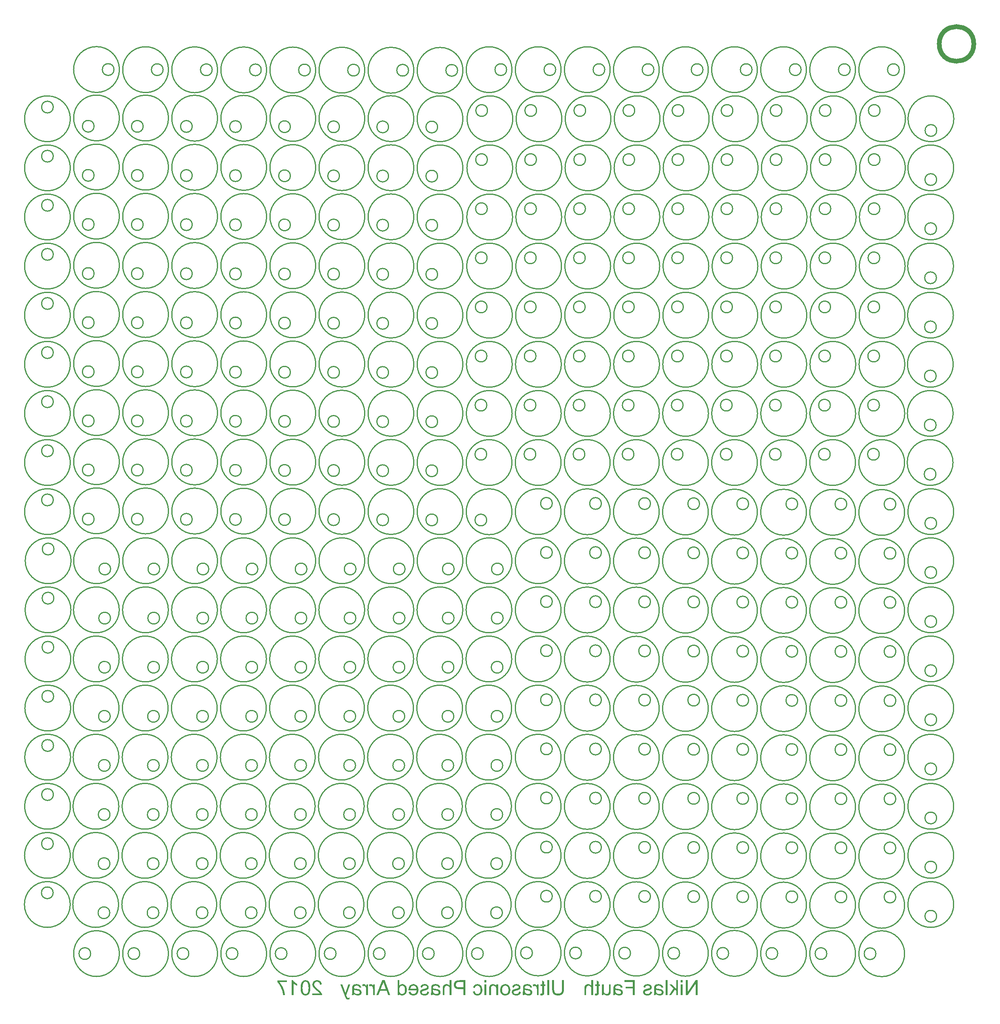
<source format=gbo>
G04 Layer_Color=32896*
%FSLAX25Y25*%
%MOIN*%
G70*
G01*
G75*
%ADD23C,0.01000*%
%ADD24C,0.03937*%
G36*
X133890Y-397765D02*
X134142Y-397784D01*
X134366Y-397813D01*
X134569Y-397852D01*
X134657Y-397872D01*
X134734Y-397891D01*
X134812Y-397901D01*
X134870Y-397920D01*
X134909Y-397930D01*
X134948Y-397939D01*
X134967Y-397949D01*
X134977D01*
X135200Y-398017D01*
X135394Y-398095D01*
X135559Y-398172D01*
X135695Y-398240D01*
X135811Y-398298D01*
X135888Y-398347D01*
X135937Y-398386D01*
X135956Y-398395D01*
X136131Y-398531D01*
X136276Y-398677D01*
X136412Y-398822D01*
X136519Y-398958D01*
X136606Y-399074D01*
X136674Y-399171D01*
X136694Y-399210D01*
X136713Y-399239D01*
X136723Y-399249D01*
Y-399259D01*
X136810Y-399453D01*
X136878Y-399656D01*
X136926Y-399841D01*
X136955Y-400015D01*
X136975Y-400171D01*
X136985Y-400229D01*
X136994Y-400277D01*
Y-400326D01*
Y-400355D01*
Y-400374D01*
Y-400384D01*
X136975Y-400636D01*
X136936Y-400859D01*
X136888Y-401073D01*
X136820Y-401257D01*
X136761Y-401402D01*
X136732Y-401470D01*
X136703Y-401519D01*
X136684Y-401558D01*
X136664Y-401587D01*
X136655Y-401606D01*
Y-401616D01*
X136519Y-401810D01*
X136354Y-401984D01*
X136189Y-402130D01*
X136034Y-402256D01*
X135888Y-402353D01*
X135772Y-402421D01*
X135724Y-402450D01*
X135695Y-402460D01*
X135675Y-402479D01*
X135665D01*
X135529Y-402537D01*
X135374Y-402596D01*
X135200Y-402663D01*
X135015Y-402722D01*
X134627Y-402848D01*
X134230Y-402964D01*
X134046Y-403022D01*
X133871Y-403071D01*
X133716Y-403119D01*
X133580Y-403148D01*
X133463Y-403187D01*
X133376Y-403207D01*
X133318Y-403216D01*
X133299Y-403226D01*
X133075Y-403284D01*
X132862Y-403333D01*
X132678Y-403391D01*
X132513Y-403439D01*
X132367Y-403488D01*
X132241Y-403527D01*
X132125Y-403566D01*
X132028Y-403604D01*
X131941Y-403633D01*
X131873Y-403662D01*
X131824Y-403692D01*
X131776Y-403711D01*
X131747Y-403730D01*
X131727Y-403740D01*
X131708Y-403750D01*
X131630Y-403808D01*
X131553Y-403876D01*
X131446Y-404002D01*
X131359Y-404138D01*
X131310Y-404274D01*
X131271Y-404390D01*
X131262Y-404487D01*
X131252Y-404526D01*
Y-404555D01*
Y-404565D01*
Y-404574D01*
X131262Y-404681D01*
X131271Y-404788D01*
X131329Y-404982D01*
X131417Y-405156D01*
X131514Y-405302D01*
X131611Y-405428D01*
X131698Y-405515D01*
X131756Y-405573D01*
X131766Y-405583D01*
X131776Y-405593D01*
X131882Y-405670D01*
X131989Y-405729D01*
X132241Y-405835D01*
X132503Y-405913D01*
X132755Y-405961D01*
X132881Y-405981D01*
X132988Y-406000D01*
X133095Y-406010D01*
X133182D01*
X133250Y-406020D01*
X133357D01*
X133551Y-406010D01*
X133735Y-406000D01*
X133900Y-405971D01*
X134065Y-405942D01*
X134210Y-405903D01*
X134346Y-405864D01*
X134463Y-405826D01*
X134579Y-405777D01*
X134676Y-405729D01*
X134763Y-405690D01*
X134831Y-405651D01*
X134899Y-405612D01*
X134948Y-405583D01*
X134977Y-405554D01*
X134996Y-405544D01*
X135006Y-405535D01*
X135112Y-405438D01*
X135209Y-405331D01*
X135287Y-405224D01*
X135365Y-405108D01*
X135491Y-404865D01*
X135588Y-404642D01*
X135626Y-404535D01*
X135656Y-404438D01*
X135675Y-404351D01*
X135695Y-404274D01*
X135704Y-404206D01*
X135714Y-404157D01*
X135724Y-404128D01*
Y-404118D01*
X137256Y-404361D01*
X137198Y-404623D01*
X137130Y-404875D01*
X137052Y-405108D01*
X136965Y-405321D01*
X136868Y-405515D01*
X136771Y-405690D01*
X136674Y-405855D01*
X136567Y-406000D01*
X136470Y-406126D01*
X136383Y-406243D01*
X136296Y-406340D01*
X136218Y-406417D01*
X136160Y-406475D01*
X136112Y-406514D01*
X136082Y-406543D01*
X136073Y-406553D01*
X135888Y-406679D01*
X135685Y-406796D01*
X135471Y-406893D01*
X135248Y-406980D01*
X135025Y-407048D01*
X134792Y-407106D01*
X134569Y-407155D01*
X134356Y-407193D01*
X134152Y-407232D01*
X133958Y-407252D01*
X133793Y-407271D01*
X133638Y-407281D01*
X133522D01*
X133425Y-407290D01*
X133347D01*
X132959Y-407271D01*
X132590Y-407232D01*
X132425Y-407203D01*
X132270Y-407174D01*
X132115Y-407145D01*
X131979Y-407106D01*
X131863Y-407067D01*
X131747Y-407038D01*
X131659Y-407009D01*
X131572Y-406980D01*
X131514Y-406951D01*
X131465Y-406941D01*
X131436Y-406922D01*
X131426D01*
X131126Y-406767D01*
X130864Y-406592D01*
X130747Y-406505D01*
X130641Y-406417D01*
X130544Y-406330D01*
X130447Y-406252D01*
X130369Y-406175D01*
X130301Y-406097D01*
X130253Y-406029D01*
X130204Y-405981D01*
X130166Y-405932D01*
X130136Y-405894D01*
X130127Y-405874D01*
X130117Y-405864D01*
X130039Y-405738D01*
X129962Y-405603D01*
X129855Y-405350D01*
X129768Y-405108D01*
X129719Y-404885D01*
X129700Y-404778D01*
X129680Y-404691D01*
X129671Y-404613D01*
Y-404545D01*
X129661Y-404487D01*
Y-404448D01*
Y-404419D01*
Y-404409D01*
X129680Y-404128D01*
X129719Y-403866D01*
X129777Y-403643D01*
X129845Y-403449D01*
X129884Y-403371D01*
X129923Y-403294D01*
X129952Y-403236D01*
X129981Y-403187D01*
X130000Y-403139D01*
X130020Y-403110D01*
X130039Y-403100D01*
Y-403090D01*
X130185Y-402906D01*
X130350Y-402741D01*
X130524Y-402596D01*
X130689Y-402479D01*
X130835Y-402392D01*
X130893Y-402353D01*
X130951Y-402324D01*
X131000Y-402305D01*
X131029Y-402285D01*
X131048Y-402275D01*
X131058D01*
X131184Y-402217D01*
X131339Y-402159D01*
X131504Y-402101D01*
X131688Y-402043D01*
X132067Y-401926D01*
X132445Y-401810D01*
X132620Y-401761D01*
X132794Y-401713D01*
X132949Y-401664D01*
X133075Y-401625D01*
X133192Y-401596D01*
X133279Y-401577D01*
X133328Y-401558D01*
X133347D01*
X133551Y-401499D01*
X133735Y-401451D01*
X133900Y-401402D01*
X134046Y-401364D01*
X134172Y-401325D01*
X134288Y-401296D01*
X134385Y-401267D01*
X134463Y-401237D01*
X134530Y-401218D01*
X134589Y-401208D01*
X134637Y-401189D01*
X134666Y-401179D01*
X134715Y-401160D01*
X134724D01*
X134860Y-401092D01*
X134986Y-401024D01*
X135083Y-400956D01*
X135171Y-400898D01*
X135229Y-400840D01*
X135277Y-400791D01*
X135306Y-400762D01*
X135316Y-400752D01*
X135374Y-400656D01*
X135423Y-400568D01*
X135452Y-400471D01*
X135481Y-400394D01*
X135491Y-400316D01*
X135501Y-400258D01*
Y-400219D01*
Y-400209D01*
X135491Y-400122D01*
X135481Y-400035D01*
X135433Y-399880D01*
X135355Y-399744D01*
X135268Y-399618D01*
X135190Y-399521D01*
X135112Y-399443D01*
X135064Y-399404D01*
X135045Y-399385D01*
X134948Y-399317D01*
X134851Y-399268D01*
X134618Y-399181D01*
X134366Y-399113D01*
X134113Y-399074D01*
X133997Y-399055D01*
X133880Y-399045D01*
X133783Y-399036D01*
X133696D01*
X133619Y-399026D01*
X133357D01*
X133202Y-399045D01*
X133056Y-399065D01*
X132920Y-399084D01*
X132794Y-399113D01*
X132678Y-399152D01*
X132571Y-399191D01*
X132474Y-399220D01*
X132396Y-399259D01*
X132319Y-399297D01*
X132261Y-399327D01*
X132202Y-399365D01*
X132164Y-399385D01*
X132134Y-399404D01*
X132125Y-399424D01*
X132115D01*
X131950Y-399588D01*
X131815Y-399763D01*
X131708Y-399947D01*
X131630Y-400122D01*
X131572Y-400277D01*
X131553Y-400345D01*
X131533Y-400403D01*
X131524Y-400452D01*
Y-400491D01*
X131514Y-400510D01*
Y-400520D01*
X130000Y-400316D01*
X130069Y-400006D01*
X130146Y-399724D01*
X130195Y-399598D01*
X130243Y-399482D01*
X130282Y-399375D01*
X130330Y-399278D01*
X130369Y-399201D01*
X130408Y-399123D01*
X130447Y-399055D01*
X130476Y-399007D01*
X130505Y-398968D01*
X130524Y-398929D01*
X130544Y-398919D01*
Y-398909D01*
X130621Y-398813D01*
X130709Y-398715D01*
X130893Y-398551D01*
X131097Y-398405D01*
X131291Y-398289D01*
X131465Y-398192D01*
X131543Y-398153D01*
X131611Y-398124D01*
X131669Y-398095D01*
X131708Y-398075D01*
X131737Y-398066D01*
X131747D01*
X132057Y-397959D01*
X132377Y-397881D01*
X132697Y-397833D01*
X132988Y-397794D01*
X133124Y-397784D01*
X133240Y-397775D01*
X133357Y-397765D01*
X133444Y-397755D01*
X133628D01*
X133890Y-397765D01*
D02*
G37*
G36*
X23359D02*
X23611Y-397784D01*
X23834Y-397813D01*
X24038Y-397852D01*
X24125Y-397872D01*
X24203Y-397891D01*
X24280Y-397901D01*
X24339Y-397920D01*
X24377Y-397930D01*
X24416Y-397939D01*
X24435Y-397949D01*
X24445D01*
X24668Y-398017D01*
X24862Y-398095D01*
X25027Y-398172D01*
X25163Y-398240D01*
X25279Y-398298D01*
X25357Y-398347D01*
X25405Y-398386D01*
X25425Y-398395D01*
X25599Y-398531D01*
X25745Y-398677D01*
X25881Y-398822D01*
X25987Y-398958D01*
X26075Y-399074D01*
X26143Y-399171D01*
X26162Y-399210D01*
X26182Y-399239D01*
X26191Y-399249D01*
Y-399259D01*
X26278Y-399453D01*
X26346Y-399656D01*
X26395Y-399841D01*
X26424Y-400015D01*
X26443Y-400171D01*
X26453Y-400229D01*
X26463Y-400277D01*
Y-400326D01*
Y-400355D01*
Y-400374D01*
Y-400384D01*
X26443Y-400636D01*
X26405Y-400859D01*
X26356Y-401073D01*
X26288Y-401257D01*
X26230Y-401402D01*
X26201Y-401470D01*
X26172Y-401519D01*
X26152Y-401558D01*
X26133Y-401587D01*
X26123Y-401606D01*
Y-401616D01*
X25987Y-401810D01*
X25823Y-401984D01*
X25658Y-402130D01*
X25502Y-402256D01*
X25357Y-402353D01*
X25240Y-402421D01*
X25192Y-402450D01*
X25163Y-402460D01*
X25144Y-402479D01*
X25134D01*
X24998Y-402537D01*
X24843Y-402596D01*
X24668Y-402663D01*
X24484Y-402722D01*
X24096Y-402848D01*
X23698Y-402964D01*
X23514Y-403022D01*
X23339Y-403071D01*
X23184Y-403119D01*
X23048Y-403148D01*
X22932Y-403187D01*
X22845Y-403207D01*
X22786Y-403216D01*
X22767Y-403226D01*
X22544Y-403284D01*
X22331Y-403333D01*
X22146Y-403391D01*
X21981Y-403439D01*
X21836Y-403488D01*
X21710Y-403527D01*
X21593Y-403566D01*
X21496Y-403604D01*
X21409Y-403633D01*
X21341Y-403662D01*
X21293Y-403692D01*
X21244Y-403711D01*
X21215Y-403730D01*
X21196Y-403740D01*
X21176Y-403750D01*
X21099Y-403808D01*
X21021Y-403876D01*
X20914Y-404002D01*
X20827Y-404138D01*
X20779Y-404274D01*
X20740Y-404390D01*
X20730Y-404487D01*
X20720Y-404526D01*
Y-404555D01*
Y-404565D01*
Y-404574D01*
X20730Y-404681D01*
X20740Y-404788D01*
X20798Y-404982D01*
X20885Y-405156D01*
X20982Y-405302D01*
X21079Y-405428D01*
X21167Y-405515D01*
X21225Y-405573D01*
X21235Y-405583D01*
X21244Y-405593D01*
X21351Y-405670D01*
X21458Y-405729D01*
X21710Y-405835D01*
X21972Y-405913D01*
X22224Y-405961D01*
X22350Y-405981D01*
X22457Y-406000D01*
X22563Y-406010D01*
X22651D01*
X22718Y-406020D01*
X22825D01*
X23019Y-406010D01*
X23204Y-406000D01*
X23369Y-405971D01*
X23533Y-405942D01*
X23679Y-405903D01*
X23815Y-405864D01*
X23931Y-405826D01*
X24047Y-405777D01*
X24145Y-405729D01*
X24232Y-405690D01*
X24300Y-405651D01*
X24367Y-405612D01*
X24416Y-405583D01*
X24445Y-405554D01*
X24464Y-405544D01*
X24474Y-405535D01*
X24581Y-405438D01*
X24678Y-405331D01*
X24756Y-405224D01*
X24833Y-405108D01*
X24959Y-404865D01*
X25056Y-404642D01*
X25095Y-404535D01*
X25124Y-404438D01*
X25144Y-404351D01*
X25163Y-404274D01*
X25173Y-404206D01*
X25182Y-404157D01*
X25192Y-404128D01*
Y-404118D01*
X26725Y-404361D01*
X26666Y-404623D01*
X26599Y-404875D01*
X26521Y-405108D01*
X26434Y-405321D01*
X26337Y-405515D01*
X26240Y-405690D01*
X26143Y-405855D01*
X26036Y-406000D01*
X25939Y-406126D01*
X25852Y-406243D01*
X25764Y-406340D01*
X25687Y-406417D01*
X25629Y-406475D01*
X25580Y-406514D01*
X25551Y-406543D01*
X25541Y-406553D01*
X25357Y-406679D01*
X25153Y-406796D01*
X24940Y-406893D01*
X24717Y-406980D01*
X24494Y-407048D01*
X24261Y-407106D01*
X24038Y-407155D01*
X23824Y-407193D01*
X23621Y-407232D01*
X23427Y-407252D01*
X23262Y-407271D01*
X23107Y-407281D01*
X22990D01*
X22893Y-407290D01*
X22816D01*
X22427Y-407271D01*
X22059Y-407232D01*
X21894Y-407203D01*
X21739Y-407174D01*
X21584Y-407145D01*
X21448Y-407106D01*
X21331Y-407067D01*
X21215Y-407038D01*
X21128Y-407009D01*
X21041Y-406980D01*
X20982Y-406951D01*
X20934Y-406941D01*
X20905Y-406922D01*
X20895D01*
X20594Y-406767D01*
X20332Y-406592D01*
X20216Y-406505D01*
X20109Y-406417D01*
X20012Y-406330D01*
X19915Y-406252D01*
X19838Y-406175D01*
X19770Y-406097D01*
X19721Y-406029D01*
X19673Y-405981D01*
X19634Y-405932D01*
X19605Y-405894D01*
X19595Y-405874D01*
X19586Y-405864D01*
X19508Y-405738D01*
X19430Y-405603D01*
X19324Y-405350D01*
X19236Y-405108D01*
X19188Y-404885D01*
X19168Y-404778D01*
X19149Y-404691D01*
X19139Y-404613D01*
Y-404545D01*
X19130Y-404487D01*
Y-404448D01*
Y-404419D01*
Y-404409D01*
X19149Y-404128D01*
X19188Y-403866D01*
X19246Y-403643D01*
X19314Y-403449D01*
X19353Y-403371D01*
X19391Y-403294D01*
X19421Y-403236D01*
X19450Y-403187D01*
X19469Y-403139D01*
X19489Y-403110D01*
X19508Y-403100D01*
Y-403090D01*
X19653Y-402906D01*
X19818Y-402741D01*
X19993Y-402596D01*
X20158Y-402479D01*
X20303Y-402392D01*
X20361Y-402353D01*
X20420Y-402324D01*
X20468Y-402305D01*
X20497Y-402285D01*
X20517Y-402275D01*
X20526D01*
X20652Y-402217D01*
X20808Y-402159D01*
X20973Y-402101D01*
X21157Y-402043D01*
X21535Y-401926D01*
X21914Y-401810D01*
X22088Y-401761D01*
X22263Y-401713D01*
X22418Y-401664D01*
X22544Y-401625D01*
X22660Y-401596D01*
X22748Y-401577D01*
X22796Y-401558D01*
X22816D01*
X23019Y-401499D01*
X23204Y-401451D01*
X23369Y-401402D01*
X23514Y-401364D01*
X23640Y-401325D01*
X23756Y-401296D01*
X23854Y-401267D01*
X23931Y-401237D01*
X23999Y-401218D01*
X24057Y-401208D01*
X24106Y-401189D01*
X24135Y-401179D01*
X24183Y-401160D01*
X24193D01*
X24329Y-401092D01*
X24455Y-401024D01*
X24552Y-400956D01*
X24639Y-400898D01*
X24697Y-400840D01*
X24746Y-400791D01*
X24775Y-400762D01*
X24785Y-400752D01*
X24843Y-400656D01*
X24891Y-400568D01*
X24920Y-400471D01*
X24949Y-400394D01*
X24959Y-400316D01*
X24969Y-400258D01*
Y-400219D01*
Y-400209D01*
X24959Y-400122D01*
X24949Y-400035D01*
X24901Y-399880D01*
X24823Y-399744D01*
X24736Y-399618D01*
X24658Y-399521D01*
X24581Y-399443D01*
X24532Y-399404D01*
X24513Y-399385D01*
X24416Y-399317D01*
X24319Y-399268D01*
X24086Y-399181D01*
X23834Y-399113D01*
X23582Y-399074D01*
X23465Y-399055D01*
X23349Y-399045D01*
X23252Y-399036D01*
X23165D01*
X23087Y-399026D01*
X22825D01*
X22670Y-399045D01*
X22524Y-399065D01*
X22389Y-399084D01*
X22263Y-399113D01*
X22146Y-399152D01*
X22039Y-399191D01*
X21942Y-399220D01*
X21865Y-399259D01*
X21787Y-399297D01*
X21729Y-399327D01*
X21671Y-399365D01*
X21632Y-399385D01*
X21603Y-399404D01*
X21593Y-399424D01*
X21584D01*
X21419Y-399588D01*
X21283Y-399763D01*
X21176Y-399947D01*
X21099Y-400122D01*
X21041Y-400277D01*
X21021Y-400345D01*
X21002Y-400403D01*
X20992Y-400452D01*
Y-400491D01*
X20982Y-400510D01*
Y-400520D01*
X19469Y-400316D01*
X19537Y-400006D01*
X19614Y-399724D01*
X19663Y-399598D01*
X19712Y-399482D01*
X19750Y-399375D01*
X19799Y-399278D01*
X19838Y-399201D01*
X19876Y-399123D01*
X19915Y-399055D01*
X19944Y-399007D01*
X19973Y-398968D01*
X19993Y-398929D01*
X20012Y-398919D01*
Y-398909D01*
X20090Y-398813D01*
X20177Y-398715D01*
X20361Y-398551D01*
X20565Y-398405D01*
X20759Y-398289D01*
X20934Y-398192D01*
X21011Y-398153D01*
X21079Y-398124D01*
X21137Y-398095D01*
X21176Y-398075D01*
X21205Y-398066D01*
X21215D01*
X21526Y-397959D01*
X21846Y-397881D01*
X22166Y-397833D01*
X22457Y-397794D01*
X22592Y-397784D01*
X22709Y-397775D01*
X22825Y-397765D01*
X22912Y-397755D01*
X23097D01*
X23359Y-397765D01*
D02*
G37*
G36*
X-105234D02*
X-105040Y-397804D01*
X-104875Y-397852D01*
X-104730Y-397910D01*
X-104604Y-397969D01*
X-104507Y-398017D01*
X-104448Y-398056D01*
X-104439Y-398066D01*
X-104429D01*
X-104342Y-398133D01*
X-104264Y-398211D01*
X-104177Y-398298D01*
X-104090Y-398395D01*
X-103925Y-398609D01*
X-103779Y-398822D01*
X-103653Y-399026D01*
X-103595Y-399123D01*
X-103546Y-399201D01*
X-103507Y-399259D01*
X-103478Y-399317D01*
X-103469Y-399346D01*
X-103459Y-399356D01*
Y-397959D01*
X-102062D01*
Y-407087D01*
X-103614D01*
Y-402314D01*
X-103624Y-401955D01*
X-103653Y-401616D01*
X-103692Y-401315D01*
X-103721Y-401170D01*
X-103740Y-401044D01*
X-103760Y-400927D01*
X-103789Y-400820D01*
X-103808Y-400733D01*
X-103828Y-400656D01*
X-103847Y-400588D01*
X-103857Y-400549D01*
X-103867Y-400520D01*
Y-400510D01*
X-103944Y-400316D01*
X-104031Y-400151D01*
X-104128Y-400006D01*
X-104216Y-399880D01*
X-104303Y-399792D01*
X-104371Y-399724D01*
X-104419Y-399676D01*
X-104439Y-399666D01*
X-104594Y-399559D01*
X-104749Y-399482D01*
X-104895Y-399433D01*
X-105040Y-399394D01*
X-105157Y-399375D01*
X-105254Y-399356D01*
X-105341D01*
X-105554Y-399365D01*
X-105758Y-399404D01*
X-105952Y-399462D01*
X-106126Y-399521D01*
X-106272Y-399579D01*
X-106330Y-399608D01*
X-106379Y-399637D01*
X-106418Y-399656D01*
X-106447Y-399676D01*
X-106466Y-399686D01*
X-106476D01*
X-107019Y-398260D01*
X-106864Y-398172D01*
X-106718Y-398095D01*
X-106573Y-398027D01*
X-106427Y-397969D01*
X-106156Y-397881D01*
X-105923Y-397813D01*
X-105816Y-397794D01*
X-105719Y-397784D01*
X-105632Y-397775D01*
X-105564Y-397765D01*
X-105506Y-397755D01*
X-105428D01*
X-105234Y-397765D01*
D02*
G37*
G36*
X-170234Y-396135D02*
X-176403D01*
X-176180Y-396397D01*
X-175967Y-396669D01*
X-175559Y-397222D01*
X-175365Y-397503D01*
X-175181Y-397775D01*
X-175006Y-398037D01*
X-174841Y-398298D01*
X-174696Y-398531D01*
X-174570Y-398754D01*
X-174453Y-398948D01*
X-174356Y-399113D01*
X-174279Y-399249D01*
X-174221Y-399356D01*
X-174201Y-399394D01*
X-174182Y-399424D01*
X-174172Y-399433D01*
Y-399443D01*
X-173988Y-399812D01*
X-173803Y-400180D01*
X-173639Y-400539D01*
X-173483Y-400898D01*
X-173338Y-401247D01*
X-173212Y-401587D01*
X-173086Y-401897D01*
X-172979Y-402198D01*
X-172892Y-402479D01*
X-172804Y-402731D01*
X-172736Y-402954D01*
X-172678Y-403139D01*
X-172649Y-403216D01*
X-172630Y-403294D01*
X-172610Y-403352D01*
X-172601Y-403401D01*
X-172591Y-403439D01*
X-172581Y-403469D01*
X-172572Y-403488D01*
Y-403498D01*
X-172475Y-403886D01*
X-172387Y-404254D01*
X-172310Y-404613D01*
X-172251Y-404943D01*
X-172193Y-405263D01*
X-172145Y-405554D01*
X-172106Y-405835D01*
X-172077Y-406078D01*
X-172057Y-406311D01*
X-172038Y-406505D01*
X-172019Y-406679D01*
X-172009Y-406825D01*
Y-406931D01*
X-171999Y-407019D01*
Y-407067D01*
Y-407087D01*
X-173590D01*
X-173619Y-406737D01*
X-173648Y-406398D01*
X-173687Y-406068D01*
X-173735Y-405748D01*
X-173784Y-405447D01*
X-173832Y-405166D01*
X-173881Y-404894D01*
X-173930Y-404652D01*
X-173978Y-404429D01*
X-174027Y-404225D01*
X-174075Y-404050D01*
X-174104Y-403895D01*
X-174143Y-403779D01*
X-174162Y-403692D01*
X-174172Y-403643D01*
X-174182Y-403624D01*
X-174308Y-403207D01*
X-174444Y-402789D01*
X-174589Y-402392D01*
X-174735Y-401994D01*
X-174890Y-401616D01*
X-175045Y-401257D01*
X-175191Y-400917D01*
X-175336Y-400597D01*
X-175472Y-400306D01*
X-175598Y-400044D01*
X-175714Y-399821D01*
X-175811Y-399627D01*
X-175850Y-399540D01*
X-175889Y-399472D01*
X-175928Y-399404D01*
X-175957Y-399356D01*
X-175976Y-399317D01*
X-175996Y-399278D01*
X-176005Y-399268D01*
Y-399259D01*
X-176228Y-398871D01*
X-176452Y-398502D01*
X-176665Y-398153D01*
X-176878Y-397833D01*
X-177082Y-397532D01*
X-177276Y-397251D01*
X-177470Y-396989D01*
X-177645Y-396756D01*
X-177800Y-396552D01*
X-177945Y-396368D01*
X-178081Y-396213D01*
X-178188Y-396087D01*
X-178275Y-395990D01*
X-178333Y-395912D01*
X-178382Y-395873D01*
X-178392Y-395854D01*
Y-394651D01*
X-170234D01*
Y-396135D01*
D02*
G37*
G36*
X-63398Y-397765D02*
X-63068Y-397813D01*
X-62758Y-397872D01*
X-62467Y-397959D01*
X-62195Y-398056D01*
X-61943Y-398163D01*
X-61710Y-398279D01*
X-61497Y-398395D01*
X-61313Y-398512D01*
X-61148Y-398628D01*
X-61002Y-398735D01*
X-60886Y-398832D01*
X-60799Y-398919D01*
X-60731Y-398977D01*
X-60682Y-399016D01*
X-60672Y-399036D01*
X-60469Y-399288D01*
X-60284Y-399550D01*
X-60119Y-399841D01*
X-59993Y-400132D01*
X-59877Y-400423D01*
X-59780Y-400723D01*
X-59702Y-401014D01*
X-59635Y-401296D01*
X-59586Y-401567D01*
X-59547Y-401810D01*
X-59528Y-402033D01*
X-59508Y-402227D01*
X-59499Y-402314D01*
Y-402382D01*
X-59489Y-402450D01*
Y-402508D01*
Y-402547D01*
Y-402576D01*
Y-402596D01*
Y-402605D01*
X-59499Y-403013D01*
X-59538Y-403391D01*
X-59596Y-403750D01*
X-59673Y-404080D01*
X-59761Y-404390D01*
X-59858Y-404671D01*
X-59964Y-404933D01*
X-60081Y-405166D01*
X-60187Y-405370D01*
X-60294Y-405554D01*
X-60391Y-405709D01*
X-60478Y-405835D01*
X-60556Y-405932D01*
X-60614Y-406000D01*
X-60653Y-406039D01*
X-60663Y-406058D01*
X-60896Y-406272D01*
X-61138Y-406466D01*
X-61390Y-406631D01*
X-61652Y-406767D01*
X-61914Y-406893D01*
X-62186Y-406990D01*
X-62438Y-407067D01*
X-62690Y-407135D01*
X-62923Y-407184D01*
X-63136Y-407222D01*
X-63340Y-407252D01*
X-63505Y-407271D01*
X-63640Y-407281D01*
X-63747Y-407290D01*
X-63835D01*
X-64126Y-407281D01*
X-64407Y-407261D01*
X-64669Y-407222D01*
X-64911Y-407174D01*
X-65144Y-407116D01*
X-65357Y-407048D01*
X-65561Y-406980D01*
X-65736Y-406902D01*
X-65901Y-406834D01*
X-66036Y-406767D01*
X-66163Y-406699D01*
X-66260Y-406640D01*
X-66337Y-406592D01*
X-66395Y-406553D01*
X-66434Y-406534D01*
X-66444Y-406524D01*
X-66628Y-406369D01*
X-66803Y-406204D01*
X-66958Y-406029D01*
X-67094Y-405855D01*
X-67229Y-405670D01*
X-67336Y-405496D01*
X-67443Y-405311D01*
X-67530Y-405137D01*
X-67608Y-404982D01*
X-67676Y-404826D01*
X-67734Y-404691D01*
X-67773Y-404574D01*
X-67812Y-404477D01*
X-67831Y-404400D01*
X-67850Y-404361D01*
Y-404342D01*
X-66260Y-404138D01*
X-66192Y-404312D01*
X-66114Y-404487D01*
X-66036Y-404642D01*
X-65959Y-404778D01*
X-65881Y-404904D01*
X-65794Y-405030D01*
X-65716Y-405137D01*
X-65649Y-405224D01*
X-65571Y-405311D01*
X-65513Y-405379D01*
X-65454Y-405438D01*
X-65396Y-405486D01*
X-65357Y-405525D01*
X-65328Y-405554D01*
X-65309Y-405564D01*
X-65299Y-405573D01*
X-65183Y-405651D01*
X-65066Y-405719D01*
X-64814Y-405835D01*
X-64572Y-405913D01*
X-64349Y-405961D01*
X-64242Y-405981D01*
X-64145Y-406000D01*
X-64058Y-406010D01*
X-63990D01*
X-63932Y-406020D01*
X-63844D01*
X-63631Y-406010D01*
X-63437Y-405981D01*
X-63243Y-405942D01*
X-63059Y-405894D01*
X-62894Y-405835D01*
X-62739Y-405767D01*
X-62583Y-405699D01*
X-62457Y-405622D01*
X-62331Y-405544D01*
X-62234Y-405476D01*
X-62137Y-405408D01*
X-62059Y-405350D01*
X-62001Y-405302D01*
X-61962Y-405253D01*
X-61933Y-405234D01*
X-61924Y-405224D01*
X-61788Y-405069D01*
X-61672Y-404894D01*
X-61565Y-404720D01*
X-61468Y-404526D01*
X-61390Y-404332D01*
X-61322Y-404147D01*
X-61264Y-403954D01*
X-61216Y-403769D01*
X-61177Y-403595D01*
X-61148Y-403439D01*
X-61119Y-403294D01*
X-61109Y-403168D01*
X-61089Y-403061D01*
Y-402984D01*
X-61080Y-402935D01*
Y-402916D01*
X-67899D01*
Y-402819D01*
X-67909Y-402741D01*
Y-402663D01*
Y-402605D01*
Y-402566D01*
Y-402537D01*
Y-402518D01*
Y-402508D01*
X-67899Y-402101D01*
X-67860Y-401713D01*
X-67802Y-401344D01*
X-67724Y-401005D01*
X-67637Y-400694D01*
X-67540Y-400403D01*
X-67433Y-400141D01*
X-67326Y-399909D01*
X-67220Y-399705D01*
X-67113Y-399521D01*
X-67016Y-399365D01*
X-66929Y-399239D01*
X-66851Y-399133D01*
X-66793Y-399065D01*
X-66754Y-399016D01*
X-66745Y-399007D01*
X-66522Y-398783D01*
X-66279Y-398589D01*
X-66036Y-398425D01*
X-65784Y-398279D01*
X-65532Y-398163D01*
X-65289Y-398056D01*
X-65047Y-397978D01*
X-64814Y-397910D01*
X-64591Y-397862D01*
X-64388Y-397823D01*
X-64213Y-397794D01*
X-64048Y-397775D01*
X-63922Y-397765D01*
X-63825Y-397755D01*
X-63747D01*
X-63398Y-397765D01*
D02*
G37*
G36*
X102433Y-403614D02*
Y-403789D01*
Y-403963D01*
X102424Y-404118D01*
Y-404254D01*
X102414Y-404390D01*
X102404Y-404506D01*
X102394Y-404613D01*
X102385Y-404710D01*
Y-404788D01*
X102375Y-404865D01*
X102365Y-404923D01*
X102356Y-404972D01*
Y-405011D01*
X102346Y-405040D01*
Y-405050D01*
Y-405059D01*
X102288Y-405302D01*
X102210Y-405525D01*
X102132Y-405719D01*
X102055Y-405894D01*
X101987Y-406029D01*
X101929Y-406126D01*
X101900Y-406165D01*
X101880Y-406194D01*
X101871Y-406204D01*
Y-406214D01*
X101725Y-406379D01*
X101560Y-406534D01*
X101395Y-406660D01*
X101221Y-406776D01*
X101075Y-406863D01*
X101007Y-406902D01*
X100949Y-406931D01*
X100900Y-406960D01*
X100862Y-406970D01*
X100842Y-406990D01*
X100833D01*
X100561Y-407087D01*
X100299Y-407164D01*
X100047Y-407213D01*
X99814Y-407252D01*
X99707Y-407261D01*
X99611Y-407271D01*
X99523Y-407281D01*
X99455D01*
X99397Y-407290D01*
X99319D01*
X98980Y-407271D01*
X98670Y-407222D01*
X98369Y-407145D01*
X98097Y-407048D01*
X97835Y-406931D01*
X97593Y-406805D01*
X97379Y-406660D01*
X97185Y-406514D01*
X97011Y-406379D01*
X96856Y-406233D01*
X96720Y-406107D01*
X96613Y-405991D01*
X96526Y-405894D01*
X96468Y-405816D01*
X96429Y-405767D01*
X96419Y-405748D01*
Y-407087D01*
X95032D01*
Y-397959D01*
X96584D01*
Y-402857D01*
Y-403071D01*
X96594Y-403265D01*
X96603Y-403459D01*
X96623Y-403624D01*
X96642Y-403789D01*
X96671Y-403934D01*
X96691Y-404070D01*
X96710Y-404186D01*
X96739Y-404293D01*
X96759Y-404380D01*
X96788Y-404458D01*
X96807Y-404526D01*
X96817Y-404574D01*
X96836Y-404613D01*
X96846Y-404633D01*
Y-404642D01*
X96953Y-404856D01*
X97088Y-405050D01*
X97234Y-405215D01*
X97370Y-405360D01*
X97506Y-405467D01*
X97612Y-405544D01*
X97651Y-405573D01*
X97680Y-405593D01*
X97699Y-405612D01*
X97709D01*
X97942Y-405729D01*
X98165Y-405816D01*
X98388Y-405874D01*
X98582Y-405913D01*
X98757Y-405942D01*
X98825Y-405952D01*
X98893D01*
X98941Y-405961D01*
X99009D01*
X99261Y-405942D01*
X99484Y-405903D01*
X99678Y-405855D01*
X99853Y-405787D01*
X99989Y-405729D01*
X100086Y-405670D01*
X100125Y-405651D01*
X100154Y-405632D01*
X100163Y-405622D01*
X100173D01*
X100338Y-405476D01*
X100474Y-405321D01*
X100580Y-405166D01*
X100658Y-405011D01*
X100726Y-404875D01*
X100765Y-404759D01*
X100775Y-404720D01*
X100784Y-404691D01*
X100794Y-404671D01*
Y-404662D01*
X100813Y-404574D01*
X100823Y-404468D01*
X100833Y-404351D01*
X100842Y-404225D01*
X100862Y-403954D01*
X100872Y-403682D01*
Y-403546D01*
Y-403430D01*
X100881Y-403313D01*
Y-403216D01*
Y-403139D01*
Y-403071D01*
Y-403032D01*
Y-403022D01*
Y-397959D01*
X102433D01*
Y-403614D01*
D02*
G37*
G36*
X63041Y-401771D02*
X63032Y-402140D01*
X63022Y-402479D01*
X62993Y-402809D01*
X62964Y-403110D01*
X62935Y-403391D01*
X62886Y-403653D01*
X62848Y-403886D01*
X62799Y-404099D01*
X62760Y-404293D01*
X62712Y-404458D01*
X62673Y-404603D01*
X62644Y-404720D01*
X62605Y-404817D01*
X62586Y-404875D01*
X62576Y-404923D01*
X62566Y-404933D01*
X62469Y-405147D01*
X62353Y-405341D01*
X62236Y-405525D01*
X62110Y-405699D01*
X61975Y-405855D01*
X61839Y-406000D01*
X61712Y-406126D01*
X61577Y-406252D01*
X61451Y-406349D01*
X61334Y-406446D01*
X61228Y-406524D01*
X61140Y-406582D01*
X61063Y-406631D01*
X61004Y-406670D01*
X60966Y-406689D01*
X60956Y-406699D01*
X60733Y-406805D01*
X60510Y-406893D01*
X60267Y-406980D01*
X60025Y-407048D01*
X59782Y-407106D01*
X59540Y-407155D01*
X59307Y-407193D01*
X59084Y-407222D01*
X58871Y-407252D01*
X58676Y-407271D01*
X58502Y-407281D01*
X58347Y-407290D01*
X58230Y-407300D01*
X58056D01*
X57726Y-407290D01*
X57406Y-407271D01*
X57105Y-407232D01*
X56824Y-407193D01*
X56562Y-407135D01*
X56319Y-407077D01*
X56106Y-407019D01*
X55902Y-406951D01*
X55718Y-406883D01*
X55563Y-406825D01*
X55427Y-406767D01*
X55320Y-406708D01*
X55233Y-406670D01*
X55165Y-406631D01*
X55126Y-406611D01*
X55116Y-406602D01*
X54913Y-406466D01*
X54729Y-406320D01*
X54554Y-406175D01*
X54399Y-406020D01*
X54253Y-405874D01*
X54127Y-405719D01*
X54021Y-405573D01*
X53914Y-405428D01*
X53836Y-405302D01*
X53759Y-405176D01*
X53700Y-405069D01*
X53652Y-404972D01*
X53613Y-404894D01*
X53584Y-404836D01*
X53565Y-404797D01*
Y-404788D01*
X53487Y-404574D01*
X53419Y-404342D01*
X53361Y-404099D01*
X53312Y-403847D01*
X53235Y-403342D01*
X53206Y-403100D01*
X53186Y-402857D01*
X53167Y-402634D01*
X53148Y-402431D01*
X53138Y-402246D01*
Y-402081D01*
X53128Y-401955D01*
Y-401858D01*
Y-401820D01*
Y-401790D01*
Y-401781D01*
Y-401771D01*
Y-394486D01*
X54796D01*
Y-401761D01*
X54806Y-402188D01*
X54826Y-402586D01*
X54864Y-402935D01*
X54923Y-403265D01*
X54981Y-403556D01*
X55049Y-403818D01*
X55116Y-404050D01*
X55185Y-404254D01*
X55262Y-404429D01*
X55330Y-404584D01*
X55398Y-404710D01*
X55456Y-404807D01*
X55505Y-404875D01*
X55543Y-404933D01*
X55572Y-404962D01*
X55582Y-404972D01*
X55737Y-405118D01*
X55922Y-405244D01*
X56116Y-405350D01*
X56319Y-405447D01*
X56533Y-405525D01*
X56756Y-405593D01*
X56969Y-405651D01*
X57183Y-405690D01*
X57386Y-405729D01*
X57580Y-405748D01*
X57755Y-405767D01*
X57901Y-405787D01*
X58026D01*
X58124Y-405796D01*
X58201D01*
X58395Y-405787D01*
X58589Y-405777D01*
X58773Y-405758D01*
X58938Y-405729D01*
X59103Y-405699D01*
X59249Y-405661D01*
X59394Y-405622D01*
X59520Y-405583D01*
X59627Y-405544D01*
X59734Y-405515D01*
X59821Y-405476D01*
X59889Y-405447D01*
X59947Y-405418D01*
X59986Y-405399D01*
X60015Y-405379D01*
X60025D01*
X60161Y-405302D01*
X60287Y-405205D01*
X60403Y-405118D01*
X60500Y-405021D01*
X60684Y-404817D01*
X60830Y-404623D01*
X60936Y-404458D01*
X60975Y-404380D01*
X61014Y-404312D01*
X61043Y-404264D01*
X61053Y-404215D01*
X61072Y-404196D01*
Y-404186D01*
X61121Y-404031D01*
X61169Y-403857D01*
X61208Y-403672D01*
X61247Y-403478D01*
X61295Y-403071D01*
X61334Y-402683D01*
X61344Y-402489D01*
X61354Y-402324D01*
X61363Y-402169D01*
Y-402033D01*
X61373Y-401917D01*
Y-401829D01*
Y-401781D01*
Y-401761D01*
Y-394486D01*
X63041D01*
Y-401771D01*
D02*
G37*
G36*
X-9650Y-397765D02*
X-9437Y-397775D01*
X-9233Y-397804D01*
X-9030Y-397843D01*
X-8845Y-397881D01*
X-8661Y-397930D01*
X-8496Y-397988D01*
X-8341Y-398037D01*
X-8195Y-398085D01*
X-8069Y-398143D01*
X-7963Y-398192D01*
X-7866Y-398231D01*
X-7788Y-398269D01*
X-7739Y-398289D01*
X-7701Y-398308D01*
X-7691Y-398318D01*
X-7507Y-398425D01*
X-7342Y-398551D01*
X-7186Y-398677D01*
X-7041Y-398813D01*
X-6905Y-398948D01*
X-6779Y-399084D01*
X-6673Y-399220D01*
X-6566Y-399356D01*
X-6478Y-399482D01*
X-6411Y-399598D01*
X-6343Y-399705D01*
X-6294Y-399792D01*
X-6246Y-399870D01*
X-6217Y-399928D01*
X-6207Y-399967D01*
X-6197Y-399976D01*
X-6110Y-400190D01*
X-6042Y-400403D01*
X-5974Y-400626D01*
X-5916Y-400849D01*
X-5829Y-401286D01*
X-5799Y-401490D01*
X-5770Y-401684D01*
X-5751Y-401868D01*
X-5741Y-402043D01*
X-5732Y-402188D01*
X-5722Y-402314D01*
X-5712Y-402421D01*
Y-402498D01*
Y-402547D01*
Y-402566D01*
X-5722Y-402984D01*
X-5761Y-403371D01*
X-5819Y-403740D01*
X-5887Y-404080D01*
X-5974Y-404390D01*
X-6071Y-404671D01*
X-6178Y-404933D01*
X-6284Y-405176D01*
X-6381Y-405379D01*
X-6488Y-405564D01*
X-6585Y-405719D01*
X-6673Y-405845D01*
X-6740Y-405942D01*
X-6799Y-406010D01*
X-6837Y-406049D01*
X-6847Y-406068D01*
X-7070Y-406282D01*
X-7303Y-406475D01*
X-7545Y-406631D01*
X-7798Y-406776D01*
X-8050Y-406893D01*
X-8302Y-406990D01*
X-8545Y-407077D01*
X-8777Y-407135D01*
X-9000Y-407184D01*
X-9204Y-407222D01*
X-9388Y-407252D01*
X-9553Y-407271D01*
X-9679Y-407281D01*
X-9776Y-407290D01*
X-9864D01*
X-10135Y-407281D01*
X-10397Y-407252D01*
X-10650Y-407213D01*
X-10892Y-407155D01*
X-11115Y-407087D01*
X-11319Y-407009D01*
X-11513Y-406931D01*
X-11687Y-406844D01*
X-11842Y-406767D01*
X-11978Y-406689D01*
X-12104Y-406611D01*
X-12201Y-406543D01*
X-12279Y-406485D01*
X-12337Y-406446D01*
X-12376Y-406417D01*
X-12386Y-406408D01*
X-12570Y-406233D01*
X-12735Y-406049D01*
X-12890Y-405845D01*
X-13016Y-405641D01*
X-13142Y-405438D01*
X-13239Y-405234D01*
X-13336Y-405030D01*
X-13414Y-404836D01*
X-13482Y-404662D01*
X-13530Y-404487D01*
X-13579Y-404332D01*
X-13608Y-404206D01*
X-13637Y-404099D01*
X-13656Y-404012D01*
X-13666Y-403963D01*
Y-403944D01*
X-12143Y-403740D01*
X-12104Y-403954D01*
X-12066Y-404147D01*
X-12008Y-404332D01*
X-11949Y-404497D01*
X-11891Y-404652D01*
X-11823Y-404797D01*
X-11755Y-404923D01*
X-11697Y-405040D01*
X-11629Y-405137D01*
X-11571Y-405224D01*
X-11513Y-405302D01*
X-11464Y-405360D01*
X-11425Y-405408D01*
X-11396Y-405438D01*
X-11377Y-405457D01*
X-11367Y-405467D01*
X-11251Y-405564D01*
X-11125Y-405651D01*
X-10999Y-405719D01*
X-10872Y-405787D01*
X-10746Y-405835D01*
X-10620Y-405884D01*
X-10378Y-405952D01*
X-10271Y-405971D01*
X-10164Y-405991D01*
X-10077Y-406000D01*
X-10000Y-406010D01*
X-9932Y-406020D01*
X-9844D01*
X-9641Y-406010D01*
X-9437Y-405981D01*
X-9253Y-405942D01*
X-9078Y-405894D01*
X-8913Y-405826D01*
X-8758Y-405758D01*
X-8622Y-405680D01*
X-8496Y-405603D01*
X-8389Y-405535D01*
X-8283Y-405457D01*
X-8205Y-405389D01*
X-8128Y-405321D01*
X-8079Y-405273D01*
X-8031Y-405234D01*
X-8011Y-405205D01*
X-8001Y-405195D01*
X-7875Y-405030D01*
X-7769Y-404836D01*
X-7681Y-404642D01*
X-7594Y-404429D01*
X-7526Y-404206D01*
X-7478Y-403983D01*
X-7429Y-403759D01*
X-7390Y-403546D01*
X-7361Y-403333D01*
X-7342Y-403148D01*
X-7322Y-402974D01*
X-7313Y-402819D01*
Y-402693D01*
X-7303Y-402596D01*
Y-402566D01*
Y-402537D01*
Y-402528D01*
Y-402518D01*
X-7313Y-402188D01*
X-7332Y-401887D01*
X-7371Y-401596D01*
X-7419Y-401334D01*
X-7468Y-401102D01*
X-7536Y-400879D01*
X-7604Y-400685D01*
X-7672Y-400510D01*
X-7739Y-400364D01*
X-7798Y-400229D01*
X-7866Y-400122D01*
X-7914Y-400025D01*
X-7963Y-399957D01*
X-8001Y-399909D01*
X-8021Y-399880D01*
X-8031Y-399870D01*
X-8176Y-399724D01*
X-8321Y-399588D01*
X-8477Y-399482D01*
X-8632Y-399385D01*
X-8797Y-399297D01*
X-8952Y-399230D01*
X-9107Y-399171D01*
X-9253Y-399133D01*
X-9398Y-399094D01*
X-9524Y-399074D01*
X-9641Y-399055D01*
X-9738Y-399036D01*
X-9815D01*
X-9883Y-399026D01*
X-9932D01*
X-10077Y-399036D01*
X-10213Y-399045D01*
X-10465Y-399094D01*
X-10688Y-399171D01*
X-10882Y-399259D01*
X-10970Y-399297D01*
X-11037Y-399346D01*
X-11105Y-399385D01*
X-11154Y-399414D01*
X-11193Y-399453D01*
X-11222Y-399472D01*
X-11241Y-399482D01*
X-11251Y-399492D01*
X-11348Y-399579D01*
X-11445Y-399686D01*
X-11600Y-399899D01*
X-11736Y-400132D01*
X-11842Y-400355D01*
X-11920Y-400559D01*
X-11949Y-400646D01*
X-11978Y-400723D01*
X-11998Y-400782D01*
X-12008Y-400830D01*
X-12017Y-400859D01*
Y-400869D01*
X-13521Y-400636D01*
X-13463Y-400384D01*
X-13395Y-400151D01*
X-13307Y-399928D01*
X-13220Y-399724D01*
X-13113Y-399530D01*
X-13016Y-399356D01*
X-12910Y-399201D01*
X-12812Y-399055D01*
X-12706Y-398929D01*
X-12619Y-398822D01*
X-12531Y-398725D01*
X-12454Y-398648D01*
X-12386Y-398589D01*
X-12337Y-398551D01*
X-12308Y-398521D01*
X-12298Y-398512D01*
X-12114Y-398376D01*
X-11920Y-398260D01*
X-11726Y-398163D01*
X-11523Y-398075D01*
X-11319Y-397998D01*
X-11115Y-397939D01*
X-10921Y-397891D01*
X-10737Y-397852D01*
X-10553Y-397823D01*
X-10397Y-397794D01*
X-10242Y-397775D01*
X-10116Y-397765D01*
X-10019Y-397755D01*
X-9873D01*
X-9650Y-397765D01*
D02*
G37*
G36*
X13911D02*
X14212Y-397794D01*
X14493Y-397852D01*
X14764Y-397910D01*
X15017Y-397988D01*
X15259Y-398075D01*
X15473Y-398172D01*
X15676Y-398260D01*
X15851Y-398357D01*
X16006Y-398454D01*
X16152Y-398541D01*
X16258Y-398619D01*
X16355Y-398677D01*
X16414Y-398725D01*
X16462Y-398764D01*
X16472Y-398774D01*
X16714Y-399016D01*
X16937Y-399288D01*
X17122Y-399569D01*
X17287Y-399880D01*
X17422Y-400190D01*
X17539Y-400500D01*
X17626Y-400811D01*
X17704Y-401111D01*
X17762Y-401393D01*
X17801Y-401664D01*
X17839Y-401907D01*
X17859Y-402110D01*
Y-402208D01*
X17868Y-402285D01*
Y-402353D01*
X17878Y-402421D01*
Y-402460D01*
Y-402498D01*
Y-402518D01*
Y-402528D01*
X17868Y-402945D01*
X17830Y-403342D01*
X17772Y-403711D01*
X17694Y-404050D01*
X17607Y-404371D01*
X17510Y-404662D01*
X17403Y-404923D01*
X17287Y-405166D01*
X17180Y-405370D01*
X17073Y-405554D01*
X16976Y-405709D01*
X16889Y-405835D01*
X16811Y-405942D01*
X16753Y-406010D01*
X16714Y-406049D01*
X16705Y-406068D01*
X16472Y-406282D01*
X16229Y-406475D01*
X15977Y-406631D01*
X15715Y-406776D01*
X15463Y-406893D01*
X15201Y-406990D01*
X14949Y-407077D01*
X14706Y-407135D01*
X14483Y-407184D01*
X14270Y-407222D01*
X14086Y-407252D01*
X13921Y-407271D01*
X13785Y-407281D01*
X13688Y-407290D01*
X13601D01*
X13377Y-407281D01*
X13164Y-407271D01*
X12951Y-407242D01*
X12757Y-407203D01*
X12563Y-407164D01*
X12378Y-407116D01*
X12213Y-407067D01*
X12049Y-407009D01*
X11913Y-406960D01*
X11777Y-406912D01*
X11670Y-406863D01*
X11573Y-406825D01*
X11496Y-406786D01*
X11447Y-406757D01*
X11408Y-406747D01*
X11399Y-406737D01*
X11214Y-406631D01*
X11040Y-406505D01*
X10885Y-406379D01*
X10729Y-406252D01*
X10594Y-406126D01*
X10467Y-405991D01*
X10351Y-405864D01*
X10244Y-405738D01*
X10157Y-405622D01*
X10079Y-405515D01*
X10012Y-405418D01*
X9953Y-405331D01*
X9915Y-405263D01*
X9886Y-405215D01*
X9866Y-405176D01*
X9856Y-405166D01*
X9759Y-404972D01*
X9682Y-404759D01*
X9604Y-404535D01*
X9546Y-404312D01*
X9449Y-403847D01*
X9420Y-403624D01*
X9391Y-403401D01*
X9371Y-403197D01*
X9352Y-403013D01*
X9342Y-402838D01*
X9333Y-402693D01*
X9323Y-402566D01*
Y-402479D01*
Y-402421D01*
Y-402401D01*
X9333Y-402004D01*
X9371Y-401635D01*
X9430Y-401276D01*
X9507Y-400956D01*
X9604Y-400646D01*
X9701Y-400364D01*
X9808Y-400112D01*
X9924Y-399880D01*
X10041Y-399676D01*
X10147Y-399501D01*
X10244Y-399346D01*
X10341Y-399220D01*
X10419Y-399123D01*
X10477Y-399055D01*
X10516Y-399007D01*
X10526Y-398997D01*
X10758Y-398774D01*
X11001Y-398589D01*
X11253Y-398425D01*
X11505Y-398279D01*
X11767Y-398163D01*
X12020Y-398056D01*
X12272Y-397978D01*
X12514Y-397910D01*
X12737Y-397862D01*
X12941Y-397823D01*
X13125Y-397794D01*
X13290Y-397775D01*
X13416Y-397765D01*
X13513Y-397755D01*
X13601D01*
X13911Y-397765D01*
D02*
G37*
G36*
X-99375D02*
X-99181Y-397804D01*
X-99016Y-397852D01*
X-98871Y-397910D01*
X-98745Y-397969D01*
X-98648Y-398017D01*
X-98590Y-398056D01*
X-98580Y-398066D01*
X-98570D01*
X-98483Y-398133D01*
X-98405Y-398211D01*
X-98318Y-398298D01*
X-98231Y-398395D01*
X-98066Y-398609D01*
X-97920Y-398822D01*
X-97794Y-399026D01*
X-97736Y-399123D01*
X-97688Y-399201D01*
X-97649Y-399259D01*
X-97620Y-399317D01*
X-97610Y-399346D01*
X-97600Y-399356D01*
Y-397959D01*
X-96203D01*
Y-407087D01*
X-97755D01*
Y-402314D01*
X-97765Y-401955D01*
X-97794Y-401616D01*
X-97833Y-401315D01*
X-97862Y-401170D01*
X-97882Y-401044D01*
X-97901Y-400927D01*
X-97930Y-400820D01*
X-97949Y-400733D01*
X-97969Y-400656D01*
X-97988Y-400588D01*
X-97998Y-400549D01*
X-98008Y-400520D01*
Y-400510D01*
X-98085Y-400316D01*
X-98173Y-400151D01*
X-98270Y-400006D01*
X-98357Y-399880D01*
X-98444Y-399792D01*
X-98512Y-399724D01*
X-98561Y-399676D01*
X-98580Y-399666D01*
X-98735Y-399559D01*
X-98890Y-399482D01*
X-99036Y-399433D01*
X-99181Y-399394D01*
X-99298Y-399375D01*
X-99395Y-399356D01*
X-99482D01*
X-99695Y-399365D01*
X-99899Y-399404D01*
X-100093Y-399462D01*
X-100268Y-399521D01*
X-100413Y-399579D01*
X-100471Y-399608D01*
X-100520Y-399637D01*
X-100559Y-399656D01*
X-100588Y-399676D01*
X-100607Y-399686D01*
X-100617D01*
X-101160Y-398260D01*
X-101005Y-398172D01*
X-100859Y-398095D01*
X-100714Y-398027D01*
X-100568Y-397969D01*
X-100297Y-397881D01*
X-100064Y-397813D01*
X-99957Y-397794D01*
X-99860Y-397784D01*
X-99773Y-397775D01*
X-99705Y-397765D01*
X-99647Y-397755D01*
X-99569D01*
X-99375Y-397765D01*
D02*
G37*
G36*
X38597D02*
X38791Y-397804D01*
X38956Y-397852D01*
X39102Y-397910D01*
X39228Y-397969D01*
X39325Y-398017D01*
X39383Y-398056D01*
X39393Y-398066D01*
X39403D01*
X39490Y-398133D01*
X39568Y-398211D01*
X39655Y-398298D01*
X39742Y-398395D01*
X39907Y-398609D01*
X40052Y-398822D01*
X40179Y-399026D01*
X40237Y-399123D01*
X40285Y-399201D01*
X40324Y-399259D01*
X40353Y-399317D01*
X40363Y-399346D01*
X40373Y-399356D01*
Y-397959D01*
X41769D01*
Y-407087D01*
X40217D01*
Y-402314D01*
X40208Y-401955D01*
X40179Y-401616D01*
X40140Y-401315D01*
X40111Y-401170D01*
X40091Y-401044D01*
X40072Y-400927D01*
X40043Y-400820D01*
X40023Y-400733D01*
X40004Y-400656D01*
X39985Y-400588D01*
X39975Y-400549D01*
X39965Y-400520D01*
Y-400510D01*
X39887Y-400316D01*
X39800Y-400151D01*
X39703Y-400006D01*
X39616Y-399880D01*
X39529Y-399792D01*
X39461Y-399724D01*
X39412Y-399676D01*
X39393Y-399666D01*
X39238Y-399559D01*
X39083Y-399482D01*
X38937Y-399433D01*
X38791Y-399394D01*
X38675Y-399375D01*
X38578Y-399356D01*
X38491D01*
X38277Y-399365D01*
X38074Y-399404D01*
X37880Y-399462D01*
X37705Y-399521D01*
X37560Y-399579D01*
X37501Y-399608D01*
X37453Y-399637D01*
X37414Y-399656D01*
X37385Y-399676D01*
X37366Y-399686D01*
X37356D01*
X36813Y-398260D01*
X36968Y-398172D01*
X37113Y-398095D01*
X37259Y-398027D01*
X37404Y-397969D01*
X37676Y-397881D01*
X37909Y-397813D01*
X38015Y-397794D01*
X38113Y-397784D01*
X38200Y-397775D01*
X38268Y-397765D01*
X38326Y-397755D01*
X38403D01*
X38597Y-397765D01*
D02*
G37*
G36*
X50587Y-407087D02*
X49035D01*
Y-394486D01*
X50587D01*
Y-407087D01*
D02*
G37*
G36*
X-2288D02*
X-3840D01*
Y-397959D01*
X-2288D01*
Y-407087D01*
D02*
G37*
G36*
X3561Y-397775D02*
X3891Y-397823D01*
X4192Y-397891D01*
X4473Y-397988D01*
X4725Y-398104D01*
X4967Y-398231D01*
X5181Y-398366D01*
X5375Y-398502D01*
X5550Y-398648D01*
X5695Y-398783D01*
X5821Y-398909D01*
X5928Y-399026D01*
X6005Y-399123D01*
X6064Y-399191D01*
X6103Y-399239D01*
X6112Y-399259D01*
Y-397959D01*
X7509D01*
Y-407087D01*
X5957D01*
Y-402110D01*
X5947Y-401790D01*
X5928Y-401499D01*
X5889Y-401237D01*
X5850Y-400995D01*
X5792Y-400782D01*
X5734Y-400588D01*
X5666Y-400413D01*
X5598Y-400258D01*
X5540Y-400132D01*
X5472Y-400015D01*
X5414Y-399928D01*
X5356Y-399850D01*
X5317Y-399792D01*
X5278Y-399753D01*
X5259Y-399734D01*
X5249Y-399724D01*
X5113Y-399618D01*
X4967Y-399521D01*
X4822Y-399433D01*
X4677Y-399356D01*
X4541Y-399297D01*
X4395Y-399249D01*
X4133Y-399171D01*
X4007Y-399142D01*
X3901Y-399123D01*
X3804Y-399113D01*
X3716Y-399103D01*
X3648Y-399094D01*
X3551D01*
X3328Y-399103D01*
X3125Y-399133D01*
X2940Y-399181D01*
X2775Y-399230D01*
X2649Y-399288D01*
X2552Y-399327D01*
X2523Y-399346D01*
X2494Y-399365D01*
X2484Y-399375D01*
X2475D01*
X2320Y-399492D01*
X2184Y-399608D01*
X2067Y-399734D01*
X1980Y-399860D01*
X1912Y-399967D01*
X1873Y-400054D01*
X1844Y-400112D01*
X1835Y-400122D01*
Y-400132D01*
X1805Y-400229D01*
X1776Y-400326D01*
X1728Y-400549D01*
X1699Y-400782D01*
X1670Y-401005D01*
X1660Y-401218D01*
Y-401305D01*
X1650Y-401383D01*
Y-401451D01*
Y-401499D01*
Y-401529D01*
Y-401538D01*
Y-407087D01*
X98D01*
Y-401480D01*
Y-401286D01*
Y-401102D01*
X108Y-400937D01*
Y-400791D01*
X117Y-400656D01*
X127Y-400529D01*
X137Y-400423D01*
Y-400326D01*
X147Y-400238D01*
X156Y-400171D01*
X166Y-400112D01*
X176Y-400064D01*
Y-400025D01*
X186Y-399996D01*
Y-399976D01*
X244Y-399734D01*
X321Y-399521D01*
X399Y-399327D01*
X476Y-399162D01*
X554Y-399026D01*
X612Y-398929D01*
X641Y-398890D01*
X651Y-398861D01*
X671Y-398851D01*
Y-398842D01*
X816Y-398667D01*
X971Y-398512D01*
X1146Y-398376D01*
X1320Y-398269D01*
X1466Y-398172D01*
X1534Y-398143D01*
X1592Y-398114D01*
X1640Y-398085D01*
X1679Y-398066D01*
X1699Y-398056D01*
X1708D01*
X1970Y-397959D01*
X2232Y-397881D01*
X2494Y-397833D01*
X2727Y-397794D01*
X2824Y-397784D01*
X2921Y-397775D01*
X3008Y-397765D01*
X3086Y-397755D01*
X3221D01*
X3561Y-397775D01*
D02*
G37*
G36*
X122658Y-407087D02*
X120989D01*
Y-401364D01*
X115072D01*
Y-399880D01*
X120989D01*
Y-395970D01*
X114151D01*
Y-394486D01*
X122658D01*
Y-407087D01*
D02*
G37*
G36*
X-20078D02*
X-21746D01*
Y-401965D01*
X-25219D01*
X-25461Y-401955D01*
X-25907Y-401917D01*
X-26315Y-401858D01*
X-26684Y-401790D01*
X-27023Y-401713D01*
X-27324Y-401616D01*
X-27595Y-401519D01*
X-27828Y-401412D01*
X-28032Y-401305D01*
X-28207Y-401208D01*
X-28352Y-401111D01*
X-28468Y-401034D01*
X-28565Y-400956D01*
X-28624Y-400908D01*
X-28662Y-400869D01*
X-28672Y-400859D01*
X-28856Y-400646D01*
X-29011Y-400423D01*
X-29147Y-400190D01*
X-29264Y-399967D01*
X-29370Y-399734D01*
X-29448Y-399511D01*
X-29516Y-399288D01*
X-29574Y-399074D01*
X-29613Y-398880D01*
X-29642Y-398706D01*
X-29671Y-398541D01*
X-29681Y-398405D01*
X-29691Y-398289D01*
X-29700Y-398201D01*
Y-398153D01*
Y-398133D01*
X-29681Y-397794D01*
X-29642Y-397474D01*
X-29574Y-397183D01*
X-29545Y-397047D01*
X-29506Y-396921D01*
X-29467Y-396814D01*
X-29438Y-396717D01*
X-29399Y-396630D01*
X-29370Y-396552D01*
X-29351Y-396494D01*
X-29332Y-396455D01*
X-29312Y-396426D01*
Y-396417D01*
X-29157Y-396135D01*
X-28992Y-395893D01*
X-28827Y-395689D01*
X-28662Y-395514D01*
X-28526Y-395379D01*
X-28410Y-395282D01*
X-28362Y-395253D01*
X-28332Y-395223D01*
X-28313Y-395204D01*
X-28303D01*
X-28051Y-395049D01*
X-27789Y-394923D01*
X-27537Y-394826D01*
X-27285Y-394748D01*
X-27178Y-394709D01*
X-27072Y-394680D01*
X-26974Y-394661D01*
X-26897Y-394641D01*
X-26829Y-394632D01*
X-26781Y-394622D01*
X-26751Y-394612D01*
X-26742D01*
X-26616Y-394593D01*
X-26470Y-394574D01*
X-26169Y-394535D01*
X-25849Y-394515D01*
X-25539Y-394506D01*
X-25394Y-394496D01*
X-25258D01*
X-25141Y-394486D01*
X-20078D01*
Y-407087D01*
D02*
G37*
G36*
X-83293D02*
X-85058D01*
X-86436Y-403274D01*
X-91722D01*
X-93187Y-407087D01*
X-95078D01*
X-89928Y-394486D01*
X-88133D01*
X-83293Y-407087D01*
D02*
G37*
G36*
X150371D02*
X148819D01*
Y-394486D01*
X150371D01*
Y-407087D01*
D02*
G37*
G36*
X163039D02*
X161487D01*
Y-397959D01*
X163039D01*
Y-407087D01*
D02*
G37*
G36*
X-154403Y-394447D02*
X-154161Y-394467D01*
X-153938Y-394506D01*
X-153715Y-394554D01*
X-153511Y-394612D01*
X-153327Y-394671D01*
X-153152Y-394739D01*
X-152997Y-394806D01*
X-152851Y-394874D01*
X-152725Y-394942D01*
X-152619Y-395000D01*
X-152531Y-395059D01*
X-152463Y-395107D01*
X-152405Y-395146D01*
X-152376Y-395165D01*
X-152366Y-395175D01*
X-152201Y-395321D01*
X-152046Y-395476D01*
X-151910Y-395641D01*
X-151775Y-395815D01*
X-151649Y-395990D01*
X-151542Y-396164D01*
X-151435Y-396339D01*
X-151348Y-396504D01*
X-151270Y-396659D01*
X-151202Y-396805D01*
X-151144Y-396940D01*
X-151096Y-397057D01*
X-151057Y-397144D01*
X-151028Y-397222D01*
X-151018Y-397260D01*
X-151008Y-397280D01*
X-150931Y-397542D01*
X-150863Y-397823D01*
X-150795Y-398124D01*
X-150747Y-398415D01*
X-150669Y-399016D01*
X-150630Y-399307D01*
X-150611Y-399588D01*
X-150591Y-399860D01*
X-150582Y-400103D01*
X-150562Y-400316D01*
Y-400510D01*
X-150552Y-400665D01*
Y-400723D01*
Y-400782D01*
Y-400820D01*
Y-400849D01*
Y-400869D01*
Y-400879D01*
Y-401208D01*
X-150562Y-401519D01*
X-150582Y-401829D01*
X-150611Y-402120D01*
X-150630Y-402401D01*
X-150669Y-402673D01*
X-150708Y-402925D01*
X-150747Y-403177D01*
X-150795Y-403410D01*
X-150844Y-403643D01*
X-150892Y-403857D01*
X-150950Y-404060D01*
X-150999Y-404254D01*
X-151057Y-404438D01*
X-151115Y-404613D01*
X-151173Y-404768D01*
X-151232Y-404923D01*
X-151290Y-405059D01*
X-151348Y-405195D01*
X-151406Y-405311D01*
X-151455Y-405428D01*
X-151503Y-405525D01*
X-151552Y-405622D01*
X-151600Y-405699D01*
X-151639Y-405767D01*
X-151678Y-405835D01*
X-151746Y-405923D01*
X-151784Y-405981D01*
X-151794Y-406000D01*
X-151998Y-406233D01*
X-152211Y-406427D01*
X-152444Y-406602D01*
X-152677Y-406747D01*
X-152919Y-406873D01*
X-153152Y-406980D01*
X-153385Y-407067D01*
X-153618Y-407135D01*
X-153831Y-407193D01*
X-154025Y-407232D01*
X-154200Y-407261D01*
X-154355Y-407281D01*
X-154481Y-407290D01*
X-154578Y-407300D01*
X-154656D01*
X-154908Y-407290D01*
X-155150Y-407271D01*
X-155383Y-407232D01*
X-155597Y-407184D01*
X-155800Y-407125D01*
X-155994Y-407067D01*
X-156159Y-406999D01*
X-156324Y-406931D01*
X-156460Y-406863D01*
X-156586Y-406796D01*
X-156693Y-406737D01*
X-156780Y-406679D01*
X-156858Y-406631D01*
X-156906Y-406592D01*
X-156935Y-406572D01*
X-156945Y-406563D01*
X-157110Y-406417D01*
X-157265Y-406262D01*
X-157410Y-406097D01*
X-157546Y-405923D01*
X-157663Y-405748D01*
X-157779Y-405573D01*
X-157876Y-405399D01*
X-157973Y-405234D01*
X-158051Y-405079D01*
X-158119Y-404933D01*
X-158177Y-404797D01*
X-158225Y-404681D01*
X-158264Y-404584D01*
X-158293Y-404516D01*
X-158303Y-404477D01*
X-158313Y-404458D01*
X-158390Y-404196D01*
X-158468Y-403915D01*
X-158526Y-403624D01*
X-158574Y-403323D01*
X-158662Y-402722D01*
X-158691Y-402431D01*
X-158710Y-402159D01*
X-158730Y-401897D01*
X-158749Y-401655D01*
X-158759Y-401432D01*
Y-401247D01*
X-158768Y-401092D01*
Y-401024D01*
Y-400976D01*
Y-400937D01*
Y-400908D01*
Y-400888D01*
Y-400879D01*
Y-400539D01*
X-158759Y-400209D01*
X-158739Y-399909D01*
X-158720Y-399627D01*
X-158701Y-399356D01*
X-158681Y-399113D01*
X-158652Y-398890D01*
X-158623Y-398686D01*
X-158594Y-398502D01*
X-158574Y-398347D01*
X-158545Y-398211D01*
X-158526Y-398104D01*
X-158507Y-398017D01*
X-158487Y-397949D01*
X-158477Y-397910D01*
Y-397901D01*
X-158361Y-397503D01*
X-158303Y-397319D01*
X-158235Y-397144D01*
X-158177Y-396979D01*
X-158109Y-396824D01*
X-158041Y-396678D01*
X-157983Y-396552D01*
X-157924Y-396436D01*
X-157876Y-396329D01*
X-157827Y-396242D01*
X-157779Y-396164D01*
X-157750Y-396106D01*
X-157721Y-396067D01*
X-157711Y-396038D01*
X-157701Y-396029D01*
X-157507Y-395757D01*
X-157294Y-395524D01*
X-157081Y-395321D01*
X-156887Y-395156D01*
X-156712Y-395020D01*
X-156634Y-394971D01*
X-156567Y-394933D01*
X-156518Y-394894D01*
X-156479Y-394874D01*
X-156450Y-394855D01*
X-156440D01*
X-156295Y-394777D01*
X-156140Y-394719D01*
X-155839Y-394612D01*
X-155538Y-394535D01*
X-155257Y-394486D01*
X-155131Y-394477D01*
X-155015Y-394457D01*
X-154918Y-394447D01*
X-154830D01*
X-154753Y-394438D01*
X-154656D01*
X-154403Y-394447D01*
D02*
G37*
G36*
X-165083Y-394593D02*
X-164986Y-394748D01*
X-164782Y-395049D01*
X-164550Y-395340D01*
X-164327Y-395592D01*
X-164220Y-395708D01*
X-164123Y-395815D01*
X-164026Y-395912D01*
X-163948Y-395990D01*
X-163890Y-396048D01*
X-163832Y-396096D01*
X-163803Y-396126D01*
X-163793Y-396135D01*
X-163415Y-396446D01*
X-163027Y-396727D01*
X-162648Y-396979D01*
X-162474Y-397086D01*
X-162299Y-397193D01*
X-162144Y-397280D01*
X-161989Y-397367D01*
X-161863Y-397435D01*
X-161746Y-397493D01*
X-161659Y-397542D01*
X-161591Y-397571D01*
X-161552Y-397590D01*
X-161533Y-397600D01*
Y-399103D01*
X-161804Y-398987D01*
X-162086Y-398861D01*
X-162357Y-398725D01*
X-162610Y-398599D01*
X-162726Y-398541D01*
X-162833Y-398483D01*
X-162920Y-398434D01*
X-162998Y-398386D01*
X-163066Y-398347D01*
X-163114Y-398318D01*
X-163143Y-398308D01*
X-163153Y-398298D01*
X-163473Y-398095D01*
X-163764Y-397910D01*
X-163890Y-397813D01*
X-164016Y-397726D01*
X-164123Y-397639D01*
X-164220Y-397561D01*
X-164317Y-397493D01*
X-164394Y-397425D01*
X-164462Y-397367D01*
X-164521Y-397319D01*
X-164559Y-397280D01*
X-164588Y-397251D01*
X-164608Y-397241D01*
X-164618Y-397231D01*
Y-407087D01*
X-166170D01*
Y-394438D01*
X-165161D01*
X-165083Y-394593D01*
D02*
G37*
G36*
X108757Y-397765D02*
X108961Y-397784D01*
X109155Y-397804D01*
X109340Y-397833D01*
X109504Y-397862D01*
X109669Y-397891D01*
X109815Y-397920D01*
X109941Y-397949D01*
X110057Y-397978D01*
X110164Y-398007D01*
X110251Y-398037D01*
X110319Y-398056D01*
X110368Y-398075D01*
X110397Y-398085D01*
X110406D01*
X110572Y-398143D01*
X110717Y-398221D01*
X110862Y-398289D01*
X110998Y-398366D01*
X111115Y-398444D01*
X111231Y-398521D01*
X111338Y-398589D01*
X111425Y-398667D01*
X111503Y-398735D01*
X111580Y-398803D01*
X111638Y-398861D01*
X111687Y-398909D01*
X111726Y-398948D01*
X111755Y-398977D01*
X111765Y-398997D01*
X111774Y-399007D01*
X111939Y-399239D01*
X112075Y-399501D01*
X112191Y-399763D01*
X112279Y-400006D01*
X112318Y-400122D01*
X112356Y-400229D01*
X112385Y-400326D01*
X112405Y-400403D01*
X112424Y-400471D01*
X112434Y-400529D01*
X112444Y-400559D01*
Y-400568D01*
X110930Y-400772D01*
X110882Y-400597D01*
X110824Y-400432D01*
X110766Y-400287D01*
X110707Y-400151D01*
X110649Y-400025D01*
X110581Y-399918D01*
X110523Y-399821D01*
X110465Y-399734D01*
X110406Y-399656D01*
X110348Y-399598D01*
X110300Y-399540D01*
X110261Y-399501D01*
X110222Y-399462D01*
X110193Y-399443D01*
X110183Y-399424D01*
X110174D01*
X110067Y-399356D01*
X109951Y-399297D01*
X109698Y-399201D01*
X109427Y-399133D01*
X109165Y-399084D01*
X109039Y-399065D01*
X108932Y-399055D01*
X108826Y-399045D01*
X108728D01*
X108660Y-399036D01*
X108554D01*
X108341Y-399045D01*
X108147Y-399055D01*
X107962Y-399084D01*
X107788Y-399123D01*
X107632Y-399162D01*
X107487Y-399201D01*
X107361Y-399249D01*
X107235Y-399297D01*
X107138Y-399356D01*
X107050Y-399404D01*
X106973Y-399443D01*
X106905Y-399482D01*
X106856Y-399521D01*
X106827Y-399550D01*
X106808Y-399559D01*
X106798Y-399569D01*
X106721Y-399647D01*
X106653Y-399734D01*
X106536Y-399938D01*
X106459Y-400151D01*
X106410Y-400374D01*
X106371Y-400578D01*
X106362Y-400665D01*
Y-400743D01*
X106352Y-400811D01*
Y-400859D01*
Y-400888D01*
Y-400898D01*
Y-400937D01*
Y-400995D01*
Y-401131D01*
X106362Y-401189D01*
Y-401247D01*
Y-401286D01*
Y-401296D01*
X106536Y-401354D01*
X106740Y-401412D01*
X106944Y-401461D01*
X107167Y-401509D01*
X107632Y-401596D01*
X107855Y-401645D01*
X108079Y-401674D01*
X108292Y-401713D01*
X108486Y-401742D01*
X108660Y-401771D01*
X108816Y-401790D01*
X108951Y-401810D01*
X109039Y-401820D01*
X109078D01*
X109107Y-401829D01*
X109126D01*
X109291Y-401849D01*
X109446Y-401868D01*
X109592Y-401897D01*
X109728Y-401917D01*
X109844Y-401936D01*
X109960Y-401955D01*
X110057Y-401975D01*
X110154Y-401984D01*
X110232Y-402004D01*
X110300Y-402023D01*
X110358Y-402033D01*
X110406Y-402043D01*
X110445Y-402052D01*
X110475D01*
X110484Y-402062D01*
X110494D01*
X110717Y-402130D01*
X110930Y-402217D01*
X111115Y-402305D01*
X111279Y-402382D01*
X111415Y-402460D01*
X111522Y-402518D01*
X111561Y-402547D01*
X111590Y-402557D01*
X111600Y-402576D01*
X111609D01*
X111784Y-402712D01*
X111939Y-402857D01*
X112075Y-403003D01*
X112191Y-403139D01*
X112279Y-403265D01*
X112347Y-403371D01*
X112376Y-403401D01*
X112395Y-403430D01*
X112405Y-403449D01*
Y-403459D01*
X112502Y-403672D01*
X112579Y-403886D01*
X112628Y-404089D01*
X112667Y-404274D01*
X112686Y-404438D01*
X112696Y-404506D01*
Y-404565D01*
X112705Y-404613D01*
Y-404652D01*
Y-404671D01*
Y-404681D01*
X112696Y-404894D01*
X112667Y-405088D01*
X112628Y-405282D01*
X112579Y-405457D01*
X112521Y-405622D01*
X112453Y-405777D01*
X112376Y-405923D01*
X112298Y-406049D01*
X112230Y-406165D01*
X112153Y-406272D01*
X112085Y-406359D01*
X112026Y-406427D01*
X111978Y-406485D01*
X111939Y-406524D01*
X111910Y-406553D01*
X111900Y-406563D01*
X111745Y-406689D01*
X111571Y-406805D01*
X111386Y-406902D01*
X111202Y-406980D01*
X111008Y-407058D01*
X110814Y-407116D01*
X110630Y-407164D01*
X110445Y-407203D01*
X110271Y-407232D01*
X110106Y-407252D01*
X109960Y-407271D01*
X109834Y-407281D01*
X109737D01*
X109660Y-407290D01*
X109592D01*
X109252Y-407281D01*
X108942Y-407242D01*
X108651Y-407193D01*
X108525Y-407174D01*
X108399Y-407145D01*
X108292Y-407116D01*
X108195Y-407087D01*
X108108Y-407067D01*
X108030Y-407048D01*
X107972Y-407028D01*
X107933Y-407009D01*
X107904Y-406999D01*
X107894D01*
X107749Y-406941D01*
X107594Y-406863D01*
X107302Y-406708D01*
X107021Y-406534D01*
X106769Y-406369D01*
X106653Y-406282D01*
X106546Y-406214D01*
X106459Y-406146D01*
X106381Y-406078D01*
X106323Y-406029D01*
X106274Y-405991D01*
X106245Y-405971D01*
X106236Y-405961D01*
X106206Y-406194D01*
X106158Y-406408D01*
X106109Y-406602D01*
X106051Y-406767D01*
X106003Y-406902D01*
X105964Y-406999D01*
X105945Y-407038D01*
X105935Y-407067D01*
X105925Y-407077D01*
Y-407087D01*
X104305D01*
X104412Y-406893D01*
X104490Y-406699D01*
X104567Y-406505D01*
X104616Y-406340D01*
X104654Y-406194D01*
X104674Y-406136D01*
X104683Y-406087D01*
X104693Y-406049D01*
Y-406020D01*
X104703Y-406000D01*
Y-405991D01*
X104722Y-405864D01*
X104732Y-405709D01*
X104751Y-405525D01*
X104761Y-405321D01*
X104771Y-405108D01*
X104780Y-404875D01*
X104790Y-404409D01*
Y-404186D01*
Y-403973D01*
X104800Y-403779D01*
Y-403614D01*
Y-403469D01*
Y-403410D01*
Y-403362D01*
Y-403323D01*
Y-403284D01*
Y-403274D01*
Y-403265D01*
Y-401208D01*
Y-401024D01*
Y-400849D01*
X104810Y-400694D01*
Y-400549D01*
X104819Y-400423D01*
Y-400306D01*
X104829Y-400200D01*
X104839Y-400112D01*
X104849Y-400035D01*
Y-399967D01*
X104858Y-399909D01*
X104868Y-399860D01*
Y-399821D01*
X104877Y-399802D01*
Y-399782D01*
X104936Y-399550D01*
X105013Y-399346D01*
X105091Y-399162D01*
X105178Y-399016D01*
X105246Y-398890D01*
X105304Y-398803D01*
X105343Y-398745D01*
X105363Y-398725D01*
X105508Y-398580D01*
X105673Y-398444D01*
X105848Y-398327D01*
X106032Y-398221D01*
X106187Y-398143D01*
X106255Y-398114D01*
X106323Y-398085D01*
X106371Y-398066D01*
X106410Y-398046D01*
X106430Y-398037D01*
X106439D01*
X106585Y-397988D01*
X106730Y-397939D01*
X107041Y-397872D01*
X107361Y-397823D01*
X107661Y-397794D01*
X107797Y-397775D01*
X107923Y-397765D01*
X108040D01*
X108137Y-397755D01*
X108331D01*
X108757Y-397765D01*
D02*
G37*
G36*
X142999D02*
X143202Y-397784D01*
X143396Y-397804D01*
X143580Y-397833D01*
X143746Y-397862D01*
X143910Y-397891D01*
X144056Y-397920D01*
X144182Y-397949D01*
X144298Y-397978D01*
X144405Y-398007D01*
X144492Y-398037D01*
X144560Y-398056D01*
X144609Y-398075D01*
X144638Y-398085D01*
X144648D01*
X144812Y-398143D01*
X144958Y-398221D01*
X145103Y-398289D01*
X145239Y-398366D01*
X145356Y-398444D01*
X145472Y-398521D01*
X145579Y-398589D01*
X145666Y-398667D01*
X145744Y-398735D01*
X145821Y-398803D01*
X145879Y-398861D01*
X145928Y-398909D01*
X145967Y-398948D01*
X145996Y-398977D01*
X146005Y-398997D01*
X146015Y-399007D01*
X146180Y-399239D01*
X146316Y-399501D01*
X146432Y-399763D01*
X146520Y-400006D01*
X146558Y-400122D01*
X146597Y-400229D01*
X146626Y-400326D01*
X146646Y-400403D01*
X146665Y-400471D01*
X146675Y-400529D01*
X146685Y-400559D01*
Y-400568D01*
X145171Y-400772D01*
X145123Y-400597D01*
X145065Y-400432D01*
X145006Y-400287D01*
X144948Y-400151D01*
X144890Y-400025D01*
X144822Y-399918D01*
X144764Y-399821D01*
X144706Y-399734D01*
X144648Y-399656D01*
X144589Y-399598D01*
X144541Y-399540D01*
X144502Y-399501D01*
X144463Y-399462D01*
X144434Y-399443D01*
X144424Y-399424D01*
X144415D01*
X144308Y-399356D01*
X144192Y-399297D01*
X143939Y-399201D01*
X143668Y-399133D01*
X143406Y-399084D01*
X143280Y-399065D01*
X143173Y-399055D01*
X143067Y-399045D01*
X142970D01*
X142902Y-399036D01*
X142795D01*
X142581Y-399045D01*
X142387Y-399055D01*
X142203Y-399084D01*
X142028Y-399123D01*
X141873Y-399162D01*
X141728Y-399201D01*
X141602Y-399249D01*
X141476Y-399297D01*
X141379Y-399356D01*
X141291Y-399404D01*
X141214Y-399443D01*
X141146Y-399482D01*
X141097Y-399521D01*
X141068Y-399550D01*
X141049Y-399559D01*
X141039Y-399569D01*
X140962Y-399647D01*
X140894Y-399734D01*
X140777Y-399938D01*
X140700Y-400151D01*
X140651Y-400374D01*
X140612Y-400578D01*
X140603Y-400665D01*
Y-400743D01*
X140593Y-400811D01*
Y-400859D01*
Y-400888D01*
Y-400898D01*
Y-400937D01*
Y-400995D01*
Y-401131D01*
X140603Y-401189D01*
Y-401247D01*
Y-401286D01*
Y-401296D01*
X140777Y-401354D01*
X140981Y-401412D01*
X141185Y-401461D01*
X141408Y-401509D01*
X141873Y-401596D01*
X142096Y-401645D01*
X142320Y-401674D01*
X142533Y-401713D01*
X142727Y-401742D01*
X142902Y-401771D01*
X143057Y-401790D01*
X143193Y-401810D01*
X143280Y-401820D01*
X143319D01*
X143348Y-401829D01*
X143367D01*
X143532Y-401849D01*
X143687Y-401868D01*
X143833Y-401897D01*
X143969Y-401917D01*
X144085Y-401936D01*
X144201Y-401955D01*
X144298Y-401975D01*
X144395Y-401984D01*
X144473Y-402004D01*
X144541Y-402023D01*
X144599Y-402033D01*
X144648Y-402043D01*
X144686Y-402052D01*
X144715D01*
X144725Y-402062D01*
X144735D01*
X144958Y-402130D01*
X145171Y-402217D01*
X145356Y-402305D01*
X145521Y-402382D01*
X145656Y-402460D01*
X145763Y-402518D01*
X145802Y-402547D01*
X145831Y-402557D01*
X145841Y-402576D01*
X145850D01*
X146025Y-402712D01*
X146180Y-402857D01*
X146316Y-403003D01*
X146432Y-403139D01*
X146520Y-403265D01*
X146588Y-403371D01*
X146617Y-403401D01*
X146636Y-403430D01*
X146646Y-403449D01*
Y-403459D01*
X146743Y-403672D01*
X146820Y-403886D01*
X146869Y-404089D01*
X146908Y-404274D01*
X146927Y-404438D01*
X146937Y-404506D01*
Y-404565D01*
X146947Y-404613D01*
Y-404652D01*
Y-404671D01*
Y-404681D01*
X146937Y-404894D01*
X146908Y-405088D01*
X146869Y-405282D01*
X146820Y-405457D01*
X146762Y-405622D01*
X146694Y-405777D01*
X146617Y-405923D01*
X146539Y-406049D01*
X146471Y-406165D01*
X146394Y-406272D01*
X146326Y-406359D01*
X146267Y-406427D01*
X146219Y-406485D01*
X146180Y-406524D01*
X146151Y-406553D01*
X146141Y-406563D01*
X145986Y-406689D01*
X145812Y-406805D01*
X145627Y-406902D01*
X145443Y-406980D01*
X145249Y-407058D01*
X145055Y-407116D01*
X144871Y-407164D01*
X144686Y-407203D01*
X144512Y-407232D01*
X144347Y-407252D01*
X144201Y-407271D01*
X144075Y-407281D01*
X143978D01*
X143901Y-407290D01*
X143833D01*
X143493Y-407281D01*
X143183Y-407242D01*
X142892Y-407193D01*
X142766Y-407174D01*
X142640Y-407145D01*
X142533Y-407116D01*
X142436Y-407087D01*
X142349Y-407067D01*
X142271Y-407048D01*
X142213Y-407028D01*
X142174Y-407009D01*
X142145Y-406999D01*
X142135D01*
X141990Y-406941D01*
X141834Y-406863D01*
X141544Y-406708D01*
X141262Y-406534D01*
X141010Y-406369D01*
X140894Y-406282D01*
X140787Y-406214D01*
X140700Y-406146D01*
X140622Y-406078D01*
X140564Y-406029D01*
X140515Y-405991D01*
X140486Y-405971D01*
X140477Y-405961D01*
X140447Y-406194D01*
X140399Y-406408D01*
X140350Y-406602D01*
X140292Y-406767D01*
X140244Y-406902D01*
X140205Y-406999D01*
X140185Y-407038D01*
X140176Y-407067D01*
X140166Y-407077D01*
Y-407087D01*
X138546D01*
X138653Y-406893D01*
X138731Y-406699D01*
X138808Y-406505D01*
X138857Y-406340D01*
X138895Y-406194D01*
X138915Y-406136D01*
X138925Y-406087D01*
X138934Y-406049D01*
Y-406020D01*
X138944Y-406000D01*
Y-405991D01*
X138963Y-405864D01*
X138973Y-405709D01*
X138993Y-405525D01*
X139002Y-405321D01*
X139012Y-405108D01*
X139022Y-404875D01*
X139031Y-404409D01*
Y-404186D01*
Y-403973D01*
X139041Y-403779D01*
Y-403614D01*
Y-403469D01*
Y-403410D01*
Y-403362D01*
Y-403323D01*
Y-403284D01*
Y-403274D01*
Y-403265D01*
Y-401208D01*
Y-401024D01*
Y-400849D01*
X139051Y-400694D01*
Y-400549D01*
X139060Y-400423D01*
Y-400306D01*
X139070Y-400200D01*
X139080Y-400112D01*
X139090Y-400035D01*
Y-399967D01*
X139099Y-399909D01*
X139109Y-399860D01*
Y-399821D01*
X139119Y-399802D01*
Y-399782D01*
X139177Y-399550D01*
X139254Y-399346D01*
X139332Y-399162D01*
X139419Y-399016D01*
X139487Y-398890D01*
X139545Y-398803D01*
X139584Y-398745D01*
X139603Y-398725D01*
X139749Y-398580D01*
X139914Y-398444D01*
X140089Y-398327D01*
X140273Y-398221D01*
X140428Y-398143D01*
X140496Y-398114D01*
X140564Y-398085D01*
X140612Y-398066D01*
X140651Y-398046D01*
X140671Y-398037D01*
X140680D01*
X140826Y-397988D01*
X140971Y-397939D01*
X141282Y-397872D01*
X141602Y-397823D01*
X141902Y-397794D01*
X142038Y-397775D01*
X142164Y-397765D01*
X142281D01*
X142378Y-397755D01*
X142572D01*
X142999Y-397765D01*
D02*
G37*
G36*
X-31631Y-407087D02*
X-33182D01*
Y-402101D01*
Y-401907D01*
X-33192Y-401722D01*
X-33202Y-401548D01*
X-33221Y-401383D01*
X-33241Y-401228D01*
X-33260Y-401092D01*
X-33289Y-400966D01*
X-33309Y-400849D01*
X-33328Y-400752D01*
X-33357Y-400665D01*
X-33377Y-400588D01*
X-33396Y-400529D01*
X-33415Y-400481D01*
X-33425Y-400442D01*
X-33435Y-400423D01*
Y-400413D01*
X-33541Y-400200D01*
X-33677Y-400006D01*
X-33813Y-399841D01*
X-33959Y-399695D01*
X-34085Y-399588D01*
X-34191Y-399511D01*
X-34230Y-399482D01*
X-34259Y-399462D01*
X-34279Y-399443D01*
X-34288D01*
X-34521Y-399327D01*
X-34754Y-399239D01*
X-34967Y-399171D01*
X-35171Y-399133D01*
X-35336Y-399103D01*
X-35414Y-399094D01*
X-35472D01*
X-35520Y-399084D01*
X-35588D01*
X-35753Y-399094D01*
X-35908Y-399103D01*
X-36054Y-399133D01*
X-36199Y-399171D01*
X-36325Y-399210D01*
X-36442Y-399249D01*
X-36539Y-399297D01*
X-36636Y-399346D01*
X-36723Y-399404D01*
X-36801Y-399453D01*
X-36859Y-399492D01*
X-36907Y-399530D01*
X-36956Y-399569D01*
X-36985Y-399598D01*
X-36995Y-399608D01*
X-37004Y-399618D01*
X-37092Y-399724D01*
X-37169Y-399841D01*
X-37237Y-399967D01*
X-37295Y-400103D01*
X-37383Y-400384D01*
X-37451Y-400656D01*
X-37470Y-400791D01*
X-37480Y-400908D01*
X-37489Y-401014D01*
X-37499Y-401111D01*
X-37509Y-401199D01*
Y-401257D01*
Y-401296D01*
Y-401305D01*
Y-407087D01*
X-39061D01*
Y-401305D01*
Y-401063D01*
X-39051Y-400830D01*
X-39032Y-400617D01*
X-39012Y-400423D01*
X-38983Y-400238D01*
X-38954Y-400073D01*
X-38925Y-399918D01*
X-38896Y-399782D01*
X-38867Y-399666D01*
X-38838Y-399559D01*
X-38809Y-399472D01*
X-38780Y-399394D01*
X-38760Y-399346D01*
X-38741Y-399297D01*
X-38731Y-399278D01*
Y-399268D01*
X-38663Y-399142D01*
X-38595Y-399016D01*
X-38430Y-398793D01*
X-38256Y-398609D01*
X-38081Y-398454D01*
X-37916Y-398327D01*
X-37848Y-398279D01*
X-37790Y-398240D01*
X-37732Y-398201D01*
X-37693Y-398182D01*
X-37674Y-398163D01*
X-37664D01*
X-37373Y-398027D01*
X-37072Y-397930D01*
X-36781Y-397852D01*
X-36510Y-397804D01*
X-36384Y-397784D01*
X-36267Y-397775D01*
X-36170Y-397765D01*
X-36073D01*
X-36005Y-397755D01*
X-35908D01*
X-35607Y-397765D01*
X-35317Y-397813D01*
X-35045Y-397872D01*
X-34783Y-397949D01*
X-34550Y-398046D01*
X-34317Y-398153D01*
X-34114Y-398269D01*
X-33929Y-398386D01*
X-33755Y-398502D01*
X-33609Y-398619D01*
X-33483Y-398725D01*
X-33377Y-398822D01*
X-33289Y-398900D01*
X-33231Y-398958D01*
X-33192Y-399007D01*
X-33182Y-399016D01*
Y-394486D01*
X-31631D01*
Y-407087D01*
D02*
G37*
G36*
X-2288Y-396261D02*
X-3840D01*
Y-394486D01*
X-2288D01*
Y-396261D01*
D02*
G37*
G36*
X163039D02*
X161487D01*
Y-394486D01*
X163039D01*
Y-396261D01*
D02*
G37*
G36*
X87718Y-407087D02*
X86166D01*
Y-402101D01*
Y-401907D01*
X86157Y-401722D01*
X86147Y-401548D01*
X86127Y-401383D01*
X86108Y-401228D01*
X86089Y-401092D01*
X86060Y-400966D01*
X86040Y-400849D01*
X86021Y-400752D01*
X85992Y-400665D01*
X85972Y-400588D01*
X85953Y-400529D01*
X85934Y-400481D01*
X85924Y-400442D01*
X85914Y-400423D01*
Y-400413D01*
X85807Y-400200D01*
X85672Y-400006D01*
X85536Y-399841D01*
X85390Y-399695D01*
X85264Y-399588D01*
X85157Y-399511D01*
X85119Y-399482D01*
X85089Y-399462D01*
X85070Y-399443D01*
X85061D01*
X84828Y-399327D01*
X84595Y-399239D01*
X84381Y-399171D01*
X84178Y-399133D01*
X84013Y-399103D01*
X83935Y-399094D01*
X83877D01*
X83829Y-399084D01*
X83761D01*
X83596Y-399094D01*
X83441Y-399103D01*
X83295Y-399133D01*
X83149Y-399171D01*
X83024Y-399210D01*
X82907Y-399249D01*
X82810Y-399297D01*
X82713Y-399346D01*
X82626Y-399404D01*
X82548Y-399453D01*
X82490Y-399492D01*
X82441Y-399530D01*
X82393Y-399569D01*
X82364Y-399598D01*
X82354Y-399608D01*
X82344Y-399618D01*
X82257Y-399724D01*
X82179Y-399841D01*
X82112Y-399967D01*
X82053Y-400103D01*
X81966Y-400384D01*
X81898Y-400656D01*
X81879Y-400791D01*
X81869Y-400908D01*
X81859Y-401014D01*
X81850Y-401111D01*
X81840Y-401199D01*
Y-401257D01*
Y-401296D01*
Y-401305D01*
Y-407087D01*
X80288D01*
Y-401305D01*
Y-401063D01*
X80298Y-400830D01*
X80317Y-400617D01*
X80336Y-400423D01*
X80366Y-400238D01*
X80395Y-400073D01*
X80424Y-399918D01*
X80453Y-399782D01*
X80482Y-399666D01*
X80511Y-399559D01*
X80540Y-399472D01*
X80569Y-399394D01*
X80589Y-399346D01*
X80608Y-399297D01*
X80618Y-399278D01*
Y-399268D01*
X80686Y-399142D01*
X80754Y-399016D01*
X80919Y-398793D01*
X81093Y-398609D01*
X81268Y-398454D01*
X81433Y-398327D01*
X81501Y-398279D01*
X81559Y-398240D01*
X81617Y-398201D01*
X81656Y-398182D01*
X81675Y-398163D01*
X81685D01*
X81976Y-398027D01*
X82276Y-397930D01*
X82568Y-397852D01*
X82839Y-397804D01*
X82965Y-397784D01*
X83082Y-397775D01*
X83179Y-397765D01*
X83276D01*
X83344Y-397755D01*
X83441D01*
X83741Y-397765D01*
X84032Y-397813D01*
X84304Y-397872D01*
X84566Y-397949D01*
X84799Y-398046D01*
X85031Y-398153D01*
X85235Y-398269D01*
X85419Y-398386D01*
X85594Y-398502D01*
X85739Y-398619D01*
X85865Y-398725D01*
X85972Y-398822D01*
X86060Y-398900D01*
X86118Y-398958D01*
X86157Y-399007D01*
X86166Y-399016D01*
Y-394486D01*
X87718D01*
Y-407087D01*
D02*
G37*
G36*
X-144616Y-394447D02*
X-144306Y-394477D01*
X-144015Y-394525D01*
X-143743Y-394583D01*
X-143491Y-394651D01*
X-143248Y-394739D01*
X-143035Y-394816D01*
X-142841Y-394903D01*
X-142666Y-395000D01*
X-142521Y-395078D01*
X-142385Y-395156D01*
X-142278Y-395233D01*
X-142191Y-395291D01*
X-142133Y-395340D01*
X-142094Y-395369D01*
X-142084Y-395379D01*
X-141891Y-395563D01*
X-141726Y-395767D01*
X-141580Y-395970D01*
X-141444Y-396194D01*
X-141328Y-396417D01*
X-141231Y-396640D01*
X-141144Y-396863D01*
X-141076Y-397076D01*
X-141017Y-397280D01*
X-140969Y-397474D01*
X-140930Y-397649D01*
X-140901Y-397794D01*
X-140882Y-397910D01*
X-140872Y-398007D01*
X-140862Y-398066D01*
Y-398075D01*
Y-398085D01*
X-142453Y-398250D01*
X-142463Y-398037D01*
X-142482Y-397833D01*
X-142511Y-397639D01*
X-142560Y-397464D01*
X-142608Y-397299D01*
X-142666Y-397144D01*
X-142725Y-397008D01*
X-142793Y-396882D01*
X-142851Y-396766D01*
X-142909Y-396669D01*
X-142967Y-396591D01*
X-143016Y-396523D01*
X-143064Y-396465D01*
X-143093Y-396426D01*
X-143113Y-396407D01*
X-143122Y-396397D01*
X-143248Y-396281D01*
X-143394Y-396174D01*
X-143540Y-396087D01*
X-143685Y-396000D01*
X-143830Y-395941D01*
X-143986Y-395883D01*
X-144131Y-395835D01*
X-144267Y-395806D01*
X-144393Y-395776D01*
X-144519Y-395757D01*
X-144626Y-395738D01*
X-144723Y-395728D01*
X-144800Y-395718D01*
X-144907D01*
X-145101Y-395728D01*
X-145285Y-395747D01*
X-145460Y-395776D01*
X-145625Y-395815D01*
X-145771Y-395864D01*
X-145916Y-395922D01*
X-146042Y-395980D01*
X-146158Y-396038D01*
X-146265Y-396096D01*
X-146362Y-396155D01*
X-146440Y-396213D01*
X-146508Y-396261D01*
X-146556Y-396300D01*
X-146595Y-396329D01*
X-146614Y-396349D01*
X-146624Y-396358D01*
X-146740Y-396475D01*
X-146837Y-396601D01*
X-146934Y-396737D01*
X-147002Y-396863D01*
X-147070Y-396999D01*
X-147119Y-397125D01*
X-147206Y-397367D01*
X-147225Y-397474D01*
X-147245Y-397581D01*
X-147264Y-397668D01*
X-147274Y-397745D01*
X-147284Y-397813D01*
Y-397862D01*
Y-397891D01*
Y-397901D01*
X-147274Y-398066D01*
X-147255Y-398231D01*
X-147216Y-398405D01*
X-147167Y-398570D01*
X-147051Y-398880D01*
X-146993Y-399026D01*
X-146925Y-399171D01*
X-146857Y-399297D01*
X-146789Y-399414D01*
X-146721Y-399521D01*
X-146673Y-399608D01*
X-146624Y-399676D01*
X-146585Y-399724D01*
X-146566Y-399763D01*
X-146556Y-399773D01*
X-146411Y-399967D01*
X-146236Y-400171D01*
X-146032Y-400384D01*
X-145819Y-400607D01*
X-145596Y-400830D01*
X-145363Y-401044D01*
X-145130Y-401267D01*
X-144907Y-401470D01*
X-144684Y-401674D01*
X-144480Y-401858D01*
X-144286Y-402023D01*
X-144122Y-402159D01*
X-143986Y-402275D01*
X-143879Y-402363D01*
X-143840Y-402401D01*
X-143811Y-402421D01*
X-143801Y-402431D01*
X-143792Y-402440D01*
X-143549Y-402634D01*
X-143326Y-402828D01*
X-143113Y-403013D01*
X-142919Y-403187D01*
X-142734Y-403362D01*
X-142569Y-403517D01*
X-142414Y-403662D01*
X-142278Y-403798D01*
X-142162Y-403915D01*
X-142055Y-404021D01*
X-141968Y-404118D01*
X-141891Y-404196D01*
X-141842Y-404254D01*
X-141794Y-404303D01*
X-141774Y-404332D01*
X-141764Y-404342D01*
X-141522Y-404652D01*
X-141308Y-404953D01*
X-141134Y-405234D01*
X-140998Y-405486D01*
X-140930Y-405603D01*
X-140882Y-405709D01*
X-140843Y-405796D01*
X-140804Y-405874D01*
X-140785Y-405932D01*
X-140765Y-405981D01*
X-140746Y-406010D01*
Y-406020D01*
X-140688Y-406214D01*
X-140639Y-406408D01*
X-140610Y-406582D01*
X-140591Y-406747D01*
X-140571Y-406883D01*
Y-406990D01*
Y-407028D01*
Y-407058D01*
Y-407077D01*
Y-407087D01*
X-148894D01*
Y-405603D01*
X-142715D01*
X-142822Y-405447D01*
X-142928Y-405292D01*
X-143035Y-405156D01*
X-143142Y-405030D01*
X-143229Y-404923D01*
X-143297Y-404836D01*
X-143345Y-404788D01*
X-143365Y-404768D01*
X-143452Y-404681D01*
X-143559Y-404584D01*
X-143675Y-404468D01*
X-143811Y-404342D01*
X-144112Y-404080D01*
X-144412Y-403818D01*
X-144558Y-403692D01*
X-144694Y-403575D01*
X-144820Y-403469D01*
X-144936Y-403371D01*
X-145024Y-403294D01*
X-145101Y-403236D01*
X-145140Y-403197D01*
X-145159Y-403187D01*
X-145460Y-402925D01*
X-145741Y-402683D01*
X-145994Y-402460D01*
X-146226Y-402246D01*
X-146449Y-402043D01*
X-146643Y-401858D01*
X-146818Y-401693D01*
X-146973Y-401548D01*
X-147109Y-401412D01*
X-147225Y-401296D01*
X-147322Y-401199D01*
X-147400Y-401111D01*
X-147458Y-401053D01*
X-147507Y-401005D01*
X-147526Y-400976D01*
X-147536Y-400966D01*
X-147788Y-400665D01*
X-148001Y-400384D01*
X-148176Y-400132D01*
X-148322Y-399899D01*
X-148380Y-399792D01*
X-148428Y-399705D01*
X-148467Y-399627D01*
X-148506Y-399559D01*
X-148535Y-399501D01*
X-148554Y-399462D01*
X-148564Y-399443D01*
Y-399433D01*
X-148671Y-399162D01*
X-148748Y-398890D01*
X-148797Y-398638D01*
X-148836Y-398405D01*
X-148845Y-398308D01*
X-148855Y-398221D01*
X-148865Y-398133D01*
X-148874Y-398066D01*
Y-398017D01*
Y-397969D01*
Y-397949D01*
Y-397939D01*
X-148865Y-397668D01*
X-148826Y-397406D01*
X-148777Y-397154D01*
X-148709Y-396921D01*
X-148632Y-396708D01*
X-148545Y-396494D01*
X-148448Y-396310D01*
X-148351Y-396135D01*
X-148244Y-395980D01*
X-148157Y-395844D01*
X-148060Y-395728D01*
X-147982Y-395631D01*
X-147914Y-395553D01*
X-147866Y-395495D01*
X-147827Y-395456D01*
X-147817Y-395447D01*
X-147613Y-395272D01*
X-147390Y-395117D01*
X-147158Y-394981D01*
X-146925Y-394865D01*
X-146682Y-394768D01*
X-146440Y-394680D01*
X-146207Y-394612D01*
X-145984Y-394564D01*
X-145771Y-394525D01*
X-145576Y-394486D01*
X-145402Y-394467D01*
X-145247Y-394457D01*
X-145121Y-394447D01*
X-145024Y-394438D01*
X-144946D01*
X-144616Y-394447D01*
D02*
G37*
G36*
X32467Y-397765D02*
X32671Y-397784D01*
X32865Y-397804D01*
X33049Y-397833D01*
X33214Y-397862D01*
X33379Y-397891D01*
X33524Y-397920D01*
X33650Y-397949D01*
X33767Y-397978D01*
X33874Y-398007D01*
X33961Y-398037D01*
X34029Y-398056D01*
X34077Y-398075D01*
X34106Y-398085D01*
X34116D01*
X34281Y-398143D01*
X34426Y-398221D01*
X34572Y-398289D01*
X34708Y-398366D01*
X34824Y-398444D01*
X34941Y-398521D01*
X35047Y-398589D01*
X35135Y-398667D01*
X35212Y-398735D01*
X35290Y-398803D01*
X35348Y-398861D01*
X35396Y-398909D01*
X35435Y-398948D01*
X35464Y-398977D01*
X35474Y-398997D01*
X35484Y-399007D01*
X35649Y-399239D01*
X35784Y-399501D01*
X35901Y-399763D01*
X35988Y-400006D01*
X36027Y-400122D01*
X36066Y-400229D01*
X36095Y-400326D01*
X36114Y-400403D01*
X36134Y-400471D01*
X36143Y-400529D01*
X36153Y-400559D01*
Y-400568D01*
X34640Y-400772D01*
X34591Y-400597D01*
X34533Y-400432D01*
X34475Y-400287D01*
X34417Y-400151D01*
X34359Y-400025D01*
X34291Y-399918D01*
X34233Y-399821D01*
X34174Y-399734D01*
X34116Y-399656D01*
X34058Y-399598D01*
X34009Y-399540D01*
X33970Y-399501D01*
X33932Y-399462D01*
X33903Y-399443D01*
X33893Y-399424D01*
X33883D01*
X33777Y-399356D01*
X33660Y-399297D01*
X33408Y-399201D01*
X33136Y-399133D01*
X32875Y-399084D01*
X32748Y-399065D01*
X32642Y-399055D01*
X32535Y-399045D01*
X32438D01*
X32370Y-399036D01*
X32263D01*
X32050Y-399045D01*
X31856Y-399055D01*
X31672Y-399084D01*
X31497Y-399123D01*
X31342Y-399162D01*
X31196Y-399201D01*
X31070Y-399249D01*
X30944Y-399297D01*
X30847Y-399356D01*
X30760Y-399404D01*
X30682Y-399443D01*
X30614Y-399482D01*
X30566Y-399521D01*
X30537Y-399550D01*
X30517Y-399559D01*
X30508Y-399569D01*
X30430Y-399647D01*
X30362Y-399734D01*
X30246Y-399938D01*
X30168Y-400151D01*
X30120Y-400374D01*
X30081Y-400578D01*
X30071Y-400665D01*
Y-400743D01*
X30062Y-400811D01*
Y-400859D01*
Y-400888D01*
Y-400898D01*
Y-400937D01*
Y-400995D01*
Y-401131D01*
X30071Y-401189D01*
Y-401247D01*
Y-401286D01*
Y-401296D01*
X30246Y-401354D01*
X30450Y-401412D01*
X30653Y-401461D01*
X30876Y-401509D01*
X31342Y-401596D01*
X31565Y-401645D01*
X31788Y-401674D01*
X32001Y-401713D01*
X32195Y-401742D01*
X32370Y-401771D01*
X32525Y-401790D01*
X32661Y-401810D01*
X32748Y-401820D01*
X32787D01*
X32816Y-401829D01*
X32836D01*
X33000Y-401849D01*
X33156Y-401868D01*
X33301Y-401897D01*
X33437Y-401917D01*
X33553Y-401936D01*
X33670Y-401955D01*
X33767Y-401975D01*
X33864Y-401984D01*
X33941Y-402004D01*
X34009Y-402023D01*
X34067Y-402033D01*
X34116Y-402043D01*
X34155Y-402052D01*
X34184D01*
X34194Y-402062D01*
X34203D01*
X34426Y-402130D01*
X34640Y-402217D01*
X34824Y-402305D01*
X34989Y-402382D01*
X35125Y-402460D01*
X35232Y-402518D01*
X35270Y-402547D01*
X35300Y-402557D01*
X35309Y-402576D01*
X35319D01*
X35493Y-402712D01*
X35649Y-402857D01*
X35784Y-403003D01*
X35901Y-403139D01*
X35988Y-403265D01*
X36056Y-403371D01*
X36085Y-403401D01*
X36105Y-403430D01*
X36114Y-403449D01*
Y-403459D01*
X36211Y-403672D01*
X36289Y-403886D01*
X36337Y-404089D01*
X36376Y-404274D01*
X36395Y-404438D01*
X36405Y-404506D01*
Y-404565D01*
X36415Y-404613D01*
Y-404652D01*
Y-404671D01*
Y-404681D01*
X36405Y-404894D01*
X36376Y-405088D01*
X36337Y-405282D01*
X36289Y-405457D01*
X36231Y-405622D01*
X36163Y-405777D01*
X36085Y-405923D01*
X36007Y-406049D01*
X35940Y-406165D01*
X35862Y-406272D01*
X35794Y-406359D01*
X35736Y-406427D01*
X35688Y-406485D01*
X35649Y-406524D01*
X35620Y-406553D01*
X35610Y-406563D01*
X35455Y-406689D01*
X35280Y-406805D01*
X35096Y-406902D01*
X34912Y-406980D01*
X34718Y-407058D01*
X34523Y-407116D01*
X34339Y-407164D01*
X34155Y-407203D01*
X33980Y-407232D01*
X33815Y-407252D01*
X33670Y-407271D01*
X33544Y-407281D01*
X33447D01*
X33369Y-407290D01*
X33301D01*
X32962Y-407281D01*
X32651Y-407242D01*
X32360Y-407193D01*
X32234Y-407174D01*
X32108Y-407145D01*
X32001Y-407116D01*
X31905Y-407087D01*
X31817Y-407067D01*
X31740Y-407048D01*
X31681Y-407028D01*
X31642Y-407009D01*
X31613Y-406999D01*
X31604D01*
X31458Y-406941D01*
X31303Y-406863D01*
X31012Y-406708D01*
X30731Y-406534D01*
X30479Y-406369D01*
X30362Y-406282D01*
X30255Y-406214D01*
X30168Y-406146D01*
X30091Y-406078D01*
X30032Y-406029D01*
X29984Y-405991D01*
X29955Y-405971D01*
X29945Y-405961D01*
X29916Y-406194D01*
X29868Y-406408D01*
X29819Y-406602D01*
X29761Y-406767D01*
X29712Y-406902D01*
X29673Y-406999D01*
X29654Y-407038D01*
X29644Y-407067D01*
X29635Y-407077D01*
Y-407087D01*
X28015D01*
X28121Y-406893D01*
X28199Y-406699D01*
X28277Y-406505D01*
X28325Y-406340D01*
X28364Y-406194D01*
X28383Y-406136D01*
X28393Y-406087D01*
X28403Y-406049D01*
Y-406020D01*
X28413Y-406000D01*
Y-405991D01*
X28432Y-405864D01*
X28442Y-405709D01*
X28461Y-405525D01*
X28471Y-405321D01*
X28480Y-405108D01*
X28490Y-404875D01*
X28500Y-404409D01*
Y-404186D01*
Y-403973D01*
X28509Y-403779D01*
Y-403614D01*
Y-403469D01*
Y-403410D01*
Y-403362D01*
Y-403323D01*
Y-403284D01*
Y-403274D01*
Y-403265D01*
Y-401208D01*
Y-401024D01*
Y-400849D01*
X28519Y-400694D01*
Y-400549D01*
X28529Y-400423D01*
Y-400306D01*
X28539Y-400200D01*
X28548Y-400112D01*
X28558Y-400035D01*
Y-399967D01*
X28568Y-399909D01*
X28577Y-399860D01*
Y-399821D01*
X28587Y-399802D01*
Y-399782D01*
X28645Y-399550D01*
X28723Y-399346D01*
X28800Y-399162D01*
X28888Y-399016D01*
X28956Y-398890D01*
X29014Y-398803D01*
X29053Y-398745D01*
X29072Y-398725D01*
X29217Y-398580D01*
X29383Y-398444D01*
X29557Y-398327D01*
X29741Y-398221D01*
X29897Y-398143D01*
X29964Y-398114D01*
X30032Y-398085D01*
X30081Y-398066D01*
X30120Y-398046D01*
X30139Y-398037D01*
X30149D01*
X30294Y-397988D01*
X30440Y-397939D01*
X30750Y-397872D01*
X31070Y-397823D01*
X31371Y-397794D01*
X31507Y-397775D01*
X31633Y-397765D01*
X31749D01*
X31846Y-397755D01*
X32040D01*
X32467Y-397765D01*
D02*
G37*
G36*
X-120318Y-407096D02*
X-120289Y-407184D01*
X-120250Y-407261D01*
X-120230Y-407329D01*
X-120211Y-407378D01*
X-120192Y-407416D01*
X-120182Y-407455D01*
X-120172Y-407465D01*
Y-407475D01*
X-120114Y-407640D01*
X-120056Y-407785D01*
X-120007Y-407921D01*
X-119959Y-408047D01*
X-119920Y-408154D01*
X-119881Y-408241D01*
X-119842Y-408328D01*
X-119813Y-408396D01*
X-119784Y-408454D01*
X-119765Y-408503D01*
X-119726Y-408580D01*
X-119706Y-408619D01*
X-119697Y-408629D01*
X-119619Y-408736D01*
X-119532Y-408833D01*
X-119454Y-408920D01*
X-119377Y-408988D01*
X-119299Y-409046D01*
X-119241Y-409085D01*
X-119202Y-409104D01*
X-119193Y-409114D01*
X-119066Y-409172D01*
X-118930Y-409211D01*
X-118795Y-409250D01*
X-118669Y-409269D01*
X-118543Y-409279D01*
X-118455Y-409289D01*
X-118368D01*
X-118222Y-409279D01*
X-118067Y-409269D01*
X-117922Y-409240D01*
X-117786Y-409211D01*
X-117670Y-409192D01*
X-117573Y-409162D01*
X-117534Y-409153D01*
X-117505D01*
X-117495Y-409143D01*
X-117485D01*
X-117660Y-410598D01*
X-117864Y-410666D01*
X-118048Y-410714D01*
X-118213Y-410744D01*
X-118368Y-410763D01*
X-118484Y-410782D01*
X-118581Y-410792D01*
X-118659D01*
X-118921Y-410773D01*
X-119173Y-410734D01*
X-119386Y-410676D01*
X-119571Y-410608D01*
X-119726Y-410549D01*
X-119784Y-410520D01*
X-119833Y-410491D01*
X-119871Y-410462D01*
X-119910Y-410453D01*
X-119920Y-410433D01*
X-119930D01*
X-120124Y-410278D01*
X-120308Y-410103D01*
X-120463Y-409919D01*
X-120609Y-409735D01*
X-120725Y-409570D01*
X-120764Y-409492D01*
X-120803Y-409434D01*
X-120842Y-409385D01*
X-120861Y-409337D01*
X-120880Y-409318D01*
Y-409308D01*
X-120938Y-409192D01*
X-121006Y-409056D01*
X-121074Y-408910D01*
X-121142Y-408745D01*
X-121288Y-408406D01*
X-121433Y-408066D01*
X-121491Y-407901D01*
X-121549Y-407746D01*
X-121608Y-407610D01*
X-121656Y-407484D01*
X-121695Y-407387D01*
X-121724Y-407310D01*
X-121734Y-407261D01*
X-121744Y-407242D01*
X-125206Y-397959D01*
X-123664D01*
X-121714Y-403284D01*
X-121579Y-403662D01*
X-121462Y-404041D01*
X-121346Y-404390D01*
X-121297Y-404555D01*
X-121249Y-404700D01*
X-121210Y-404846D01*
X-121171Y-404972D01*
X-121142Y-405079D01*
X-121113Y-405176D01*
X-121094Y-405253D01*
X-121074Y-405311D01*
X-121065Y-405350D01*
Y-405360D01*
X-120948Y-404953D01*
X-120842Y-404555D01*
X-120783Y-404371D01*
X-120725Y-404196D01*
X-120677Y-404041D01*
X-120628Y-403886D01*
X-120580Y-403740D01*
X-120541Y-403624D01*
X-120502Y-403507D01*
X-120463Y-403420D01*
X-120444Y-403342D01*
X-120424Y-403294D01*
X-120405Y-403255D01*
Y-403245D01*
X-118504Y-397959D01*
X-116845D01*
X-120318Y-407096D01*
D02*
G37*
G36*
X175591Y-407087D02*
X173990D01*
Y-397202D01*
X167375Y-407087D01*
X165658D01*
Y-394486D01*
X167258D01*
Y-404380D01*
X173883Y-394486D01*
X175591D01*
Y-407087D01*
D02*
G37*
G36*
X46358Y-395699D02*
Y-397959D01*
X47502D01*
Y-399162D01*
X46358D01*
Y-404419D01*
Y-404671D01*
X46348Y-404894D01*
X46338Y-405098D01*
X46328Y-405292D01*
X46319Y-405457D01*
X46299Y-405603D01*
X46280Y-405738D01*
X46260Y-405855D01*
X46251Y-405952D01*
X46231Y-406029D01*
X46212Y-406097D01*
X46202Y-406155D01*
X46192Y-406194D01*
X46183Y-406223D01*
X46173Y-406233D01*
Y-406243D01*
X46095Y-406398D01*
X45989Y-406534D01*
X45882Y-406660D01*
X45775Y-406757D01*
X45678Y-406834D01*
X45601Y-406893D01*
X45543Y-406931D01*
X45533Y-406941D01*
X45523D01*
X45329Y-407028D01*
X45125Y-407096D01*
X44902Y-407135D01*
X44689Y-407174D01*
X44505Y-407193D01*
X44427D01*
X44350Y-407203D01*
X44214D01*
X44020Y-407193D01*
X43816Y-407184D01*
X43612Y-407164D01*
X43438Y-407135D01*
X43273Y-407106D01*
X43205Y-407096D01*
X43147Y-407087D01*
X43108Y-407077D01*
X43069D01*
X43050Y-407067D01*
X43040D01*
X43263Y-405699D01*
X43418Y-405719D01*
X43545Y-405729D01*
X43661Y-405748D01*
X43758D01*
X43835Y-405758D01*
X43942D01*
X44059Y-405748D01*
X44165Y-405738D01*
X44253Y-405719D01*
X44330Y-405699D01*
X44388Y-405680D01*
X44427Y-405670D01*
X44456Y-405651D01*
X44466D01*
X44534Y-405603D01*
X44582Y-405554D01*
X44670Y-405457D01*
X44689Y-405418D01*
X44708Y-405379D01*
X44728Y-405360D01*
Y-405350D01*
X44737Y-405311D01*
X44757Y-405263D01*
X44776Y-405137D01*
X44786Y-405001D01*
X44796Y-404856D01*
X44805Y-404720D01*
Y-404603D01*
Y-404555D01*
Y-404526D01*
Y-404506D01*
Y-404497D01*
Y-399162D01*
X43263D01*
Y-397959D01*
X44805D01*
Y-394777D01*
X46358Y-395699D01*
D02*
G37*
G36*
X92326D02*
Y-397959D01*
X93470D01*
Y-399162D01*
X92326D01*
Y-404419D01*
Y-404671D01*
X92316Y-404894D01*
X92306Y-405098D01*
X92297Y-405292D01*
X92287Y-405457D01*
X92268Y-405603D01*
X92248Y-405738D01*
X92229Y-405855D01*
X92219Y-405952D01*
X92200Y-406029D01*
X92180Y-406097D01*
X92171Y-406155D01*
X92161Y-406194D01*
X92151Y-406223D01*
X92141Y-406233D01*
Y-406243D01*
X92064Y-406398D01*
X91957Y-406534D01*
X91851Y-406660D01*
X91744Y-406757D01*
X91647Y-406834D01*
X91569Y-406893D01*
X91511Y-406931D01*
X91501Y-406941D01*
X91492D01*
X91298Y-407028D01*
X91094Y-407096D01*
X90871Y-407135D01*
X90657Y-407174D01*
X90473Y-407193D01*
X90395D01*
X90318Y-407203D01*
X90182D01*
X89988Y-407193D01*
X89784Y-407184D01*
X89581Y-407164D01*
X89406Y-407135D01*
X89241Y-407106D01*
X89173Y-407096D01*
X89115Y-407087D01*
X89076Y-407077D01*
X89038D01*
X89018Y-407067D01*
X89008D01*
X89231Y-405699D01*
X89387Y-405719D01*
X89513Y-405729D01*
X89629Y-405748D01*
X89726D01*
X89804Y-405758D01*
X89911D01*
X90027Y-405748D01*
X90134Y-405738D01*
X90221Y-405719D01*
X90298Y-405699D01*
X90357Y-405680D01*
X90395Y-405670D01*
X90425Y-405651D01*
X90434D01*
X90502Y-405603D01*
X90551Y-405554D01*
X90638Y-405457D01*
X90657Y-405418D01*
X90677Y-405379D01*
X90696Y-405360D01*
Y-405350D01*
X90706Y-405311D01*
X90725Y-405263D01*
X90745Y-405137D01*
X90754Y-405001D01*
X90764Y-404856D01*
X90774Y-404720D01*
Y-404603D01*
Y-404555D01*
Y-404526D01*
Y-404506D01*
Y-404497D01*
Y-399162D01*
X89231D01*
Y-397959D01*
X90774D01*
Y-394777D01*
X92326Y-395699D01*
D02*
G37*
G36*
X-53950Y-397765D02*
X-53698Y-397784D01*
X-53475Y-397813D01*
X-53271Y-397852D01*
X-53184Y-397872D01*
X-53106Y-397891D01*
X-53029Y-397901D01*
X-52971Y-397920D01*
X-52932Y-397930D01*
X-52893Y-397939D01*
X-52874Y-397949D01*
X-52864D01*
X-52641Y-398017D01*
X-52447Y-398095D01*
X-52282Y-398172D01*
X-52146Y-398240D01*
X-52030Y-398298D01*
X-51952Y-398347D01*
X-51903Y-398386D01*
X-51884Y-398395D01*
X-51710Y-398531D01*
X-51564Y-398677D01*
X-51428Y-398822D01*
X-51322Y-398958D01*
X-51234Y-399074D01*
X-51166Y-399171D01*
X-51147Y-399210D01*
X-51128Y-399239D01*
X-51118Y-399249D01*
Y-399259D01*
X-51030Y-399453D01*
X-50963Y-399656D01*
X-50914Y-399841D01*
X-50885Y-400015D01*
X-50866Y-400171D01*
X-50856Y-400229D01*
X-50846Y-400277D01*
Y-400326D01*
Y-400355D01*
Y-400374D01*
Y-400384D01*
X-50866Y-400636D01*
X-50905Y-400859D01*
X-50953Y-401073D01*
X-51021Y-401257D01*
X-51079Y-401402D01*
X-51108Y-401470D01*
X-51137Y-401519D01*
X-51157Y-401558D01*
X-51176Y-401587D01*
X-51186Y-401606D01*
Y-401616D01*
X-51322Y-401810D01*
X-51486Y-401984D01*
X-51651Y-402130D01*
X-51807Y-402256D01*
X-51952Y-402353D01*
X-52068Y-402421D01*
X-52117Y-402450D01*
X-52146Y-402460D01*
X-52165Y-402479D01*
X-52175D01*
X-52311Y-402537D01*
X-52466Y-402596D01*
X-52641Y-402663D01*
X-52825Y-402722D01*
X-53213Y-402848D01*
X-53611Y-402964D01*
X-53795Y-403022D01*
X-53970Y-403071D01*
X-54125Y-403119D01*
X-54261Y-403148D01*
X-54377Y-403187D01*
X-54464Y-403207D01*
X-54523Y-403216D01*
X-54542Y-403226D01*
X-54765Y-403284D01*
X-54978Y-403333D01*
X-55163Y-403391D01*
X-55328Y-403439D01*
X-55473Y-403488D01*
X-55599Y-403527D01*
X-55716Y-403566D01*
X-55813Y-403604D01*
X-55900Y-403633D01*
X-55968Y-403662D01*
X-56016Y-403692D01*
X-56065Y-403711D01*
X-56094Y-403730D01*
X-56113Y-403740D01*
X-56133Y-403750D01*
X-56210Y-403808D01*
X-56288Y-403876D01*
X-56395Y-404002D01*
X-56482Y-404138D01*
X-56530Y-404274D01*
X-56569Y-404390D01*
X-56579Y-404487D01*
X-56589Y-404526D01*
Y-404555D01*
Y-404565D01*
Y-404574D01*
X-56579Y-404681D01*
X-56569Y-404788D01*
X-56511Y-404982D01*
X-56424Y-405156D01*
X-56327Y-405302D01*
X-56230Y-405428D01*
X-56142Y-405515D01*
X-56084Y-405573D01*
X-56075Y-405583D01*
X-56065Y-405593D01*
X-55958Y-405670D01*
X-55851Y-405729D01*
X-55599Y-405835D01*
X-55337Y-405913D01*
X-55085Y-405961D01*
X-54959Y-405981D01*
X-54852Y-406000D01*
X-54746Y-406010D01*
X-54658D01*
X-54590Y-406020D01*
X-54484D01*
X-54290Y-406010D01*
X-54105Y-406000D01*
X-53940Y-405971D01*
X-53776Y-405942D01*
X-53630Y-405903D01*
X-53494Y-405864D01*
X-53378Y-405826D01*
X-53262Y-405777D01*
X-53164Y-405729D01*
X-53077Y-405690D01*
X-53009Y-405651D01*
X-52941Y-405612D01*
X-52893Y-405583D01*
X-52864Y-405554D01*
X-52844Y-405544D01*
X-52835Y-405535D01*
X-52728Y-405438D01*
X-52631Y-405331D01*
X-52553Y-405224D01*
X-52476Y-405108D01*
X-52350Y-404865D01*
X-52253Y-404642D01*
X-52214Y-404535D01*
X-52185Y-404438D01*
X-52165Y-404351D01*
X-52146Y-404274D01*
X-52136Y-404206D01*
X-52127Y-404157D01*
X-52117Y-404128D01*
Y-404118D01*
X-50584Y-404361D01*
X-50643Y-404623D01*
X-50710Y-404875D01*
X-50788Y-405108D01*
X-50875Y-405321D01*
X-50972Y-405515D01*
X-51069Y-405690D01*
X-51166Y-405855D01*
X-51273Y-406000D01*
X-51370Y-406126D01*
X-51457Y-406243D01*
X-51545Y-406340D01*
X-51622Y-406417D01*
X-51680Y-406475D01*
X-51729Y-406514D01*
X-51758Y-406543D01*
X-51768Y-406553D01*
X-51952Y-406679D01*
X-52156Y-406796D01*
X-52369Y-406893D01*
X-52592Y-406980D01*
X-52815Y-407048D01*
X-53048Y-407106D01*
X-53271Y-407155D01*
X-53485Y-407193D01*
X-53688Y-407232D01*
X-53882Y-407252D01*
X-54047Y-407271D01*
X-54202Y-407281D01*
X-54319D01*
X-54416Y-407290D01*
X-54493D01*
X-54881Y-407271D01*
X-55250Y-407232D01*
X-55415Y-407203D01*
X-55570Y-407174D01*
X-55725Y-407145D01*
X-55861Y-407106D01*
X-55977Y-407067D01*
X-56094Y-407038D01*
X-56181Y-407009D01*
X-56269Y-406980D01*
X-56327Y-406951D01*
X-56375Y-406941D01*
X-56404Y-406922D01*
X-56414D01*
X-56715Y-406767D01*
X-56977Y-406592D01*
X-57093Y-406505D01*
X-57200Y-406417D01*
X-57297Y-406330D01*
X-57394Y-406252D01*
X-57471Y-406175D01*
X-57539Y-406097D01*
X-57588Y-406029D01*
X-57636Y-405981D01*
X-57675Y-405932D01*
X-57704Y-405894D01*
X-57714Y-405874D01*
X-57724Y-405864D01*
X-57801Y-405738D01*
X-57879Y-405603D01*
X-57986Y-405350D01*
X-58073Y-405108D01*
X-58121Y-404885D01*
X-58141Y-404778D01*
X-58160Y-404691D01*
X-58170Y-404613D01*
Y-404545D01*
X-58179Y-404487D01*
Y-404448D01*
Y-404419D01*
Y-404409D01*
X-58160Y-404128D01*
X-58121Y-403866D01*
X-58063Y-403643D01*
X-57995Y-403449D01*
X-57956Y-403371D01*
X-57918Y-403294D01*
X-57889Y-403236D01*
X-57859Y-403187D01*
X-57840Y-403139D01*
X-57821Y-403110D01*
X-57801Y-403100D01*
Y-403090D01*
X-57656Y-402906D01*
X-57491Y-402741D01*
X-57316Y-402596D01*
X-57151Y-402479D01*
X-57006Y-402392D01*
X-56948Y-402353D01*
X-56889Y-402324D01*
X-56841Y-402305D01*
X-56812Y-402285D01*
X-56792Y-402275D01*
X-56783D01*
X-56657Y-402217D01*
X-56501Y-402159D01*
X-56336Y-402101D01*
X-56152Y-402043D01*
X-55774Y-401926D01*
X-55396Y-401810D01*
X-55221Y-401761D01*
X-55046Y-401713D01*
X-54891Y-401664D01*
X-54765Y-401625D01*
X-54649Y-401596D01*
X-54561Y-401577D01*
X-54513Y-401558D01*
X-54493D01*
X-54290Y-401499D01*
X-54105Y-401451D01*
X-53940Y-401402D01*
X-53795Y-401364D01*
X-53669Y-401325D01*
X-53553Y-401296D01*
X-53456Y-401267D01*
X-53378Y-401237D01*
X-53310Y-401218D01*
X-53252Y-401208D01*
X-53203Y-401189D01*
X-53174Y-401179D01*
X-53126Y-401160D01*
X-53116D01*
X-52980Y-401092D01*
X-52854Y-401024D01*
X-52757Y-400956D01*
X-52670Y-400898D01*
X-52612Y-400840D01*
X-52563Y-400791D01*
X-52534Y-400762D01*
X-52524Y-400752D01*
X-52466Y-400656D01*
X-52418Y-400568D01*
X-52389Y-400471D01*
X-52359Y-400394D01*
X-52350Y-400316D01*
X-52340Y-400258D01*
Y-400219D01*
Y-400209D01*
X-52350Y-400122D01*
X-52359Y-400035D01*
X-52408Y-399880D01*
X-52486Y-399744D01*
X-52573Y-399618D01*
X-52650Y-399521D01*
X-52728Y-399443D01*
X-52776Y-399404D01*
X-52796Y-399385D01*
X-52893Y-399317D01*
X-52990Y-399268D01*
X-53223Y-399181D01*
X-53475Y-399113D01*
X-53727Y-399074D01*
X-53844Y-399055D01*
X-53960Y-399045D01*
X-54057Y-399036D01*
X-54144D01*
X-54222Y-399026D01*
X-54484D01*
X-54639Y-399045D01*
X-54785Y-399065D01*
X-54920Y-399084D01*
X-55046Y-399113D01*
X-55163Y-399152D01*
X-55269Y-399191D01*
X-55366Y-399220D01*
X-55444Y-399259D01*
X-55522Y-399297D01*
X-55580Y-399327D01*
X-55638Y-399365D01*
X-55677Y-399385D01*
X-55706Y-399404D01*
X-55716Y-399424D01*
X-55725D01*
X-55890Y-399588D01*
X-56026Y-399763D01*
X-56133Y-399947D01*
X-56210Y-400122D01*
X-56269Y-400277D01*
X-56288Y-400345D01*
X-56307Y-400403D01*
X-56317Y-400452D01*
Y-400491D01*
X-56327Y-400510D01*
Y-400520D01*
X-57840Y-400316D01*
X-57772Y-400006D01*
X-57694Y-399724D01*
X-57646Y-399598D01*
X-57598Y-399482D01*
X-57559Y-399375D01*
X-57510Y-399278D01*
X-57471Y-399201D01*
X-57433Y-399123D01*
X-57394Y-399055D01*
X-57365Y-399007D01*
X-57336Y-398968D01*
X-57316Y-398929D01*
X-57297Y-398919D01*
Y-398909D01*
X-57219Y-398813D01*
X-57132Y-398715D01*
X-56948Y-398551D01*
X-56744Y-398405D01*
X-56550Y-398289D01*
X-56375Y-398192D01*
X-56298Y-398153D01*
X-56230Y-398124D01*
X-56172Y-398095D01*
X-56133Y-398075D01*
X-56104Y-398066D01*
X-56094D01*
X-55784Y-397959D01*
X-55463Y-397881D01*
X-55143Y-397833D01*
X-54852Y-397794D01*
X-54716Y-397784D01*
X-54600Y-397775D01*
X-54484Y-397765D01*
X-54396Y-397755D01*
X-54212D01*
X-53950Y-397765D01*
D02*
G37*
G36*
X-111365D02*
X-111161Y-397784D01*
X-110967Y-397804D01*
X-110783Y-397833D01*
X-110618Y-397862D01*
X-110453Y-397891D01*
X-110307Y-397920D01*
X-110181Y-397949D01*
X-110065Y-397978D01*
X-109958Y-398007D01*
X-109871Y-398037D01*
X-109803Y-398056D01*
X-109754Y-398075D01*
X-109725Y-398085D01*
X-109716D01*
X-109551Y-398143D01*
X-109405Y-398221D01*
X-109260Y-398289D01*
X-109124Y-398366D01*
X-109007Y-398444D01*
X-108891Y-398521D01*
X-108784Y-398589D01*
X-108697Y-398667D01*
X-108619Y-398735D01*
X-108542Y-398803D01*
X-108484Y-398861D01*
X-108435Y-398909D01*
X-108396Y-398948D01*
X-108367Y-398977D01*
X-108358Y-398997D01*
X-108348Y-399007D01*
X-108183Y-399239D01*
X-108047Y-399501D01*
X-107931Y-399763D01*
X-107843Y-400006D01*
X-107805Y-400122D01*
X-107766Y-400229D01*
X-107737Y-400326D01*
X-107717Y-400403D01*
X-107698Y-400471D01*
X-107688Y-400529D01*
X-107678Y-400559D01*
Y-400568D01*
X-109192Y-400772D01*
X-109240Y-400597D01*
X-109299Y-400432D01*
X-109357Y-400287D01*
X-109415Y-400151D01*
X-109473Y-400025D01*
X-109541Y-399918D01*
X-109599Y-399821D01*
X-109657Y-399734D01*
X-109716Y-399656D01*
X-109774Y-399598D01*
X-109822Y-399540D01*
X-109861Y-399501D01*
X-109900Y-399462D01*
X-109929Y-399443D01*
X-109939Y-399424D01*
X-109948D01*
X-110055Y-399356D01*
X-110171Y-399297D01*
X-110424Y-399201D01*
X-110695Y-399133D01*
X-110957Y-399084D01*
X-111083Y-399065D01*
X-111190Y-399055D01*
X-111297Y-399045D01*
X-111394D01*
X-111462Y-399036D01*
X-111568D01*
X-111782Y-399045D01*
X-111976Y-399055D01*
X-112160Y-399084D01*
X-112335Y-399123D01*
X-112490Y-399162D01*
X-112635Y-399201D01*
X-112761Y-399249D01*
X-112887Y-399297D01*
X-112984Y-399356D01*
X-113072Y-399404D01*
X-113149Y-399443D01*
X-113217Y-399482D01*
X-113266Y-399521D01*
X-113295Y-399550D01*
X-113314Y-399559D01*
X-113324Y-399569D01*
X-113401Y-399647D01*
X-113470Y-399734D01*
X-113586Y-399938D01*
X-113663Y-400151D01*
X-113712Y-400374D01*
X-113751Y-400578D01*
X-113760Y-400665D01*
Y-400743D01*
X-113770Y-400811D01*
Y-400859D01*
Y-400888D01*
Y-400898D01*
Y-400937D01*
Y-400995D01*
Y-401131D01*
X-113760Y-401189D01*
Y-401247D01*
Y-401286D01*
Y-401296D01*
X-113586Y-401354D01*
X-113382Y-401412D01*
X-113178Y-401461D01*
X-112955Y-401509D01*
X-112490Y-401596D01*
X-112267Y-401645D01*
X-112044Y-401674D01*
X-111830Y-401713D01*
X-111636Y-401742D01*
X-111462Y-401771D01*
X-111306Y-401790D01*
X-111171Y-401810D01*
X-111083Y-401820D01*
X-111045D01*
X-111015Y-401829D01*
X-110996D01*
X-110831Y-401849D01*
X-110676Y-401868D01*
X-110530Y-401897D01*
X-110395Y-401917D01*
X-110278Y-401936D01*
X-110162Y-401955D01*
X-110065Y-401975D01*
X-109968Y-401984D01*
X-109890Y-402004D01*
X-109822Y-402023D01*
X-109764Y-402033D01*
X-109716Y-402043D01*
X-109677Y-402052D01*
X-109648D01*
X-109638Y-402062D01*
X-109628D01*
X-109405Y-402130D01*
X-109192Y-402217D01*
X-109007Y-402305D01*
X-108843Y-402382D01*
X-108707Y-402460D01*
X-108600Y-402518D01*
X-108561Y-402547D01*
X-108532Y-402557D01*
X-108522Y-402576D01*
X-108513D01*
X-108338Y-402712D01*
X-108183Y-402857D01*
X-108047Y-403003D01*
X-107931Y-403139D01*
X-107843Y-403265D01*
X-107775Y-403371D01*
X-107747Y-403401D01*
X-107727Y-403430D01*
X-107717Y-403449D01*
Y-403459D01*
X-107620Y-403672D01*
X-107543Y-403886D01*
X-107494Y-404089D01*
X-107455Y-404274D01*
X-107436Y-404438D01*
X-107426Y-404506D01*
Y-404565D01*
X-107417Y-404613D01*
Y-404652D01*
Y-404671D01*
Y-404681D01*
X-107426Y-404894D01*
X-107455Y-405088D01*
X-107494Y-405282D01*
X-107543Y-405457D01*
X-107601Y-405622D01*
X-107669Y-405777D01*
X-107747Y-405923D01*
X-107824Y-406049D01*
X-107892Y-406165D01*
X-107970Y-406272D01*
X-108037Y-406359D01*
X-108096Y-406427D01*
X-108144Y-406485D01*
X-108183Y-406524D01*
X-108212Y-406553D01*
X-108222Y-406563D01*
X-108377Y-406689D01*
X-108552Y-406805D01*
X-108736Y-406902D01*
X-108920Y-406980D01*
X-109114Y-407058D01*
X-109308Y-407116D01*
X-109493Y-407164D01*
X-109677Y-407203D01*
X-109851Y-407232D01*
X-110016Y-407252D01*
X-110162Y-407271D01*
X-110288Y-407281D01*
X-110385D01*
X-110462Y-407290D01*
X-110530D01*
X-110870Y-407281D01*
X-111180Y-407242D01*
X-111471Y-407193D01*
X-111597Y-407174D01*
X-111723Y-407145D01*
X-111830Y-407116D01*
X-111927Y-407087D01*
X-112014Y-407067D01*
X-112092Y-407048D01*
X-112150Y-407028D01*
X-112189Y-407009D01*
X-112218Y-406999D01*
X-112228D01*
X-112373Y-406941D01*
X-112529Y-406863D01*
X-112820Y-406708D01*
X-113101Y-406534D01*
X-113353Y-406369D01*
X-113470Y-406282D01*
X-113576Y-406214D01*
X-113663Y-406146D01*
X-113741Y-406078D01*
X-113799Y-406029D01*
X-113848Y-405991D01*
X-113877Y-405971D01*
X-113887Y-405961D01*
X-113916Y-406194D01*
X-113964Y-406408D01*
X-114013Y-406602D01*
X-114071Y-406767D01*
X-114119Y-406902D01*
X-114158Y-406999D01*
X-114178Y-407038D01*
X-114187Y-407067D01*
X-114197Y-407077D01*
Y-407087D01*
X-115817D01*
X-115710Y-406893D01*
X-115632Y-406699D01*
X-115555Y-406505D01*
X-115506Y-406340D01*
X-115468Y-406194D01*
X-115448Y-406136D01*
X-115439Y-406087D01*
X-115429Y-406049D01*
Y-406020D01*
X-115419Y-406000D01*
Y-405991D01*
X-115400Y-405864D01*
X-115390Y-405709D01*
X-115371Y-405525D01*
X-115361Y-405321D01*
X-115351Y-405108D01*
X-115342Y-404875D01*
X-115332Y-404409D01*
Y-404186D01*
Y-403973D01*
X-115322Y-403779D01*
Y-403614D01*
Y-403469D01*
Y-403410D01*
Y-403362D01*
Y-403323D01*
Y-403284D01*
Y-403274D01*
Y-403265D01*
Y-401208D01*
Y-401024D01*
Y-400849D01*
X-115312Y-400694D01*
Y-400549D01*
X-115303Y-400423D01*
Y-400306D01*
X-115293Y-400200D01*
X-115283Y-400112D01*
X-115274Y-400035D01*
Y-399967D01*
X-115264Y-399909D01*
X-115254Y-399860D01*
Y-399821D01*
X-115245Y-399802D01*
Y-399782D01*
X-115186Y-399550D01*
X-115109Y-399346D01*
X-115031Y-399162D01*
X-114944Y-399016D01*
X-114876Y-398890D01*
X-114818Y-398803D01*
X-114779Y-398745D01*
X-114760Y-398725D01*
X-114614Y-398580D01*
X-114449Y-398444D01*
X-114275Y-398327D01*
X-114090Y-398221D01*
X-113935Y-398143D01*
X-113867Y-398114D01*
X-113799Y-398085D01*
X-113751Y-398066D01*
X-113712Y-398046D01*
X-113693Y-398037D01*
X-113683D01*
X-113537Y-397988D01*
X-113392Y-397939D01*
X-113081Y-397872D01*
X-112761Y-397823D01*
X-112461Y-397794D01*
X-112325Y-397775D01*
X-112199Y-397765D01*
X-112082D01*
X-111985Y-397755D01*
X-111791D01*
X-111365Y-397765D01*
D02*
G37*
G36*
X-44842D02*
X-44638Y-397784D01*
X-44444Y-397804D01*
X-44260Y-397833D01*
X-44095Y-397862D01*
X-43930Y-397891D01*
X-43785Y-397920D01*
X-43659Y-397949D01*
X-43542Y-397978D01*
X-43435Y-398007D01*
X-43348Y-398037D01*
X-43280Y-398056D01*
X-43232Y-398075D01*
X-43203Y-398085D01*
X-43193D01*
X-43028Y-398143D01*
X-42882Y-398221D01*
X-42737Y-398289D01*
X-42601Y-398366D01*
X-42485Y-398444D01*
X-42369Y-398521D01*
X-42262Y-398589D01*
X-42175Y-398667D01*
X-42097Y-398735D01*
X-42019Y-398803D01*
X-41961Y-398861D01*
X-41912Y-398909D01*
X-41874Y-398948D01*
X-41845Y-398977D01*
X-41835Y-398997D01*
X-41825Y-399007D01*
X-41660Y-399239D01*
X-41524Y-399501D01*
X-41408Y-399763D01*
X-41321Y-400006D01*
X-41282Y-400122D01*
X-41243Y-400229D01*
X-41214Y-400326D01*
X-41195Y-400403D01*
X-41175Y-400471D01*
X-41166Y-400529D01*
X-41156Y-400559D01*
Y-400568D01*
X-42669Y-400772D01*
X-42718Y-400597D01*
X-42776Y-400432D01*
X-42834Y-400287D01*
X-42892Y-400151D01*
X-42950Y-400025D01*
X-43018Y-399918D01*
X-43077Y-399821D01*
X-43135Y-399734D01*
X-43193Y-399656D01*
X-43251Y-399598D01*
X-43300Y-399540D01*
X-43339Y-399501D01*
X-43377Y-399462D01*
X-43406Y-399443D01*
X-43416Y-399424D01*
X-43426D01*
X-43532Y-399356D01*
X-43649Y-399297D01*
X-43901Y-399201D01*
X-44173Y-399133D01*
X-44435Y-399084D01*
X-44561Y-399065D01*
X-44667Y-399055D01*
X-44774Y-399045D01*
X-44871D01*
X-44939Y-399036D01*
X-45046D01*
X-45259Y-399045D01*
X-45453Y-399055D01*
X-45637Y-399084D01*
X-45812Y-399123D01*
X-45967Y-399162D01*
X-46113Y-399201D01*
X-46239Y-399249D01*
X-46365Y-399297D01*
X-46462Y-399356D01*
X-46549Y-399404D01*
X-46627Y-399443D01*
X-46695Y-399482D01*
X-46743Y-399521D01*
X-46772Y-399550D01*
X-46792Y-399559D01*
X-46801Y-399569D01*
X-46879Y-399647D01*
X-46947Y-399734D01*
X-47063Y-399938D01*
X-47141Y-400151D01*
X-47189Y-400374D01*
X-47228Y-400578D01*
X-47238Y-400665D01*
Y-400743D01*
X-47248Y-400811D01*
Y-400859D01*
Y-400888D01*
Y-400898D01*
Y-400937D01*
Y-400995D01*
Y-401131D01*
X-47238Y-401189D01*
Y-401247D01*
Y-401286D01*
Y-401296D01*
X-47063Y-401354D01*
X-46860Y-401412D01*
X-46656Y-401461D01*
X-46433Y-401509D01*
X-45967Y-401596D01*
X-45744Y-401645D01*
X-45521Y-401674D01*
X-45307Y-401713D01*
X-45114Y-401742D01*
X-44939Y-401771D01*
X-44784Y-401790D01*
X-44648Y-401810D01*
X-44561Y-401820D01*
X-44522D01*
X-44493Y-401829D01*
X-44473D01*
X-44308Y-401849D01*
X-44153Y-401868D01*
X-44008Y-401897D01*
X-43872Y-401917D01*
X-43755Y-401936D01*
X-43639Y-401955D01*
X-43542Y-401975D01*
X-43445Y-401984D01*
X-43367Y-402004D01*
X-43300Y-402023D01*
X-43241Y-402033D01*
X-43193Y-402043D01*
X-43154Y-402052D01*
X-43125D01*
X-43115Y-402062D01*
X-43106D01*
X-42882Y-402130D01*
X-42669Y-402217D01*
X-42485Y-402305D01*
X-42320Y-402382D01*
X-42184Y-402460D01*
X-42077Y-402518D01*
X-42039Y-402547D01*
X-42010Y-402557D01*
X-42000Y-402576D01*
X-41990D01*
X-41816Y-402712D01*
X-41660Y-402857D01*
X-41524Y-403003D01*
X-41408Y-403139D01*
X-41321Y-403265D01*
X-41253Y-403371D01*
X-41224Y-403401D01*
X-41205Y-403430D01*
X-41195Y-403449D01*
Y-403459D01*
X-41098Y-403672D01*
X-41020Y-403886D01*
X-40972Y-404089D01*
X-40933Y-404274D01*
X-40914Y-404438D01*
X-40904Y-404506D01*
Y-404565D01*
X-40894Y-404613D01*
Y-404652D01*
Y-404671D01*
Y-404681D01*
X-40904Y-404894D01*
X-40933Y-405088D01*
X-40972Y-405282D01*
X-41020Y-405457D01*
X-41078Y-405622D01*
X-41146Y-405777D01*
X-41224Y-405923D01*
X-41301Y-406049D01*
X-41369Y-406165D01*
X-41447Y-406272D01*
X-41515Y-406359D01*
X-41573Y-406427D01*
X-41622Y-406485D01*
X-41660Y-406524D01*
X-41689Y-406553D01*
X-41699Y-406563D01*
X-41854Y-406689D01*
X-42029Y-406805D01*
X-42213Y-406902D01*
X-42398Y-406980D01*
X-42592Y-407058D01*
X-42786Y-407116D01*
X-42970Y-407164D01*
X-43154Y-407203D01*
X-43329Y-407232D01*
X-43494Y-407252D01*
X-43639Y-407271D01*
X-43765Y-407281D01*
X-43862D01*
X-43940Y-407290D01*
X-44008D01*
X-44347Y-407281D01*
X-44658Y-407242D01*
X-44949Y-407193D01*
X-45075Y-407174D01*
X-45201Y-407145D01*
X-45307Y-407116D01*
X-45405Y-407087D01*
X-45492Y-407067D01*
X-45570Y-407048D01*
X-45628Y-407028D01*
X-45666Y-407009D01*
X-45695Y-406999D01*
X-45705D01*
X-45851Y-406941D01*
X-46006Y-406863D01*
X-46297Y-406708D01*
X-46578Y-406534D01*
X-46830Y-406369D01*
X-46947Y-406282D01*
X-47054Y-406214D01*
X-47141Y-406146D01*
X-47218Y-406078D01*
X-47277Y-406029D01*
X-47325Y-405991D01*
X-47354Y-405971D01*
X-47364Y-405961D01*
X-47393Y-406194D01*
X-47442Y-406408D01*
X-47490Y-406602D01*
X-47548Y-406767D01*
X-47597Y-406902D01*
X-47636Y-406999D01*
X-47655Y-407038D01*
X-47665Y-407067D01*
X-47674Y-407077D01*
Y-407087D01*
X-49294D01*
X-49187Y-406893D01*
X-49110Y-406699D01*
X-49032Y-406505D01*
X-48984Y-406340D01*
X-48945Y-406194D01*
X-48926Y-406136D01*
X-48916Y-406087D01*
X-48906Y-406049D01*
Y-406020D01*
X-48897Y-406000D01*
Y-405991D01*
X-48877Y-405864D01*
X-48867Y-405709D01*
X-48848Y-405525D01*
X-48838Y-405321D01*
X-48829Y-405108D01*
X-48819Y-404875D01*
X-48809Y-404409D01*
Y-404186D01*
Y-403973D01*
X-48799Y-403779D01*
Y-403614D01*
Y-403469D01*
Y-403410D01*
Y-403362D01*
Y-403323D01*
Y-403284D01*
Y-403274D01*
Y-403265D01*
Y-401208D01*
Y-401024D01*
Y-400849D01*
X-48790Y-400694D01*
Y-400549D01*
X-48780Y-400423D01*
Y-400306D01*
X-48770Y-400200D01*
X-48761Y-400112D01*
X-48751Y-400035D01*
Y-399967D01*
X-48741Y-399909D01*
X-48732Y-399860D01*
Y-399821D01*
X-48722Y-399802D01*
Y-399782D01*
X-48664Y-399550D01*
X-48586Y-399346D01*
X-48509Y-399162D01*
X-48421Y-399016D01*
X-48353Y-398890D01*
X-48295Y-398803D01*
X-48256Y-398745D01*
X-48237Y-398725D01*
X-48091Y-398580D01*
X-47927Y-398444D01*
X-47752Y-398327D01*
X-47568Y-398221D01*
X-47412Y-398143D01*
X-47344Y-398114D01*
X-47277Y-398085D01*
X-47228Y-398066D01*
X-47189Y-398046D01*
X-47170Y-398037D01*
X-47160D01*
X-47015Y-397988D01*
X-46869Y-397939D01*
X-46559Y-397872D01*
X-46239Y-397823D01*
X-45938Y-397794D01*
X-45802Y-397775D01*
X-45676Y-397765D01*
X-45560D01*
X-45463Y-397755D01*
X-45269D01*
X-44842Y-397765D01*
D02*
G37*
G36*
X159139Y-407087D02*
X157587D01*
Y-403469D01*
X156511Y-402421D01*
X153474Y-407087D01*
X151564D01*
X155415Y-401354D01*
X151913Y-397959D01*
X153921D01*
X157587Y-401674D01*
Y-394486D01*
X159139D01*
Y-407087D01*
D02*
G37*
G36*
X-75591Y-399016D02*
X-75426Y-398813D01*
X-75251Y-398638D01*
X-75077Y-398483D01*
X-74912Y-398347D01*
X-74757Y-398240D01*
X-74699Y-398201D01*
X-74640Y-398163D01*
X-74592Y-398143D01*
X-74563Y-398124D01*
X-74543Y-398104D01*
X-74534D01*
X-74291Y-397988D01*
X-74039Y-397901D01*
X-73787Y-397843D01*
X-73564Y-397794D01*
X-73457Y-397784D01*
X-73360Y-397775D01*
X-73282Y-397765D01*
X-73205D01*
X-73147Y-397755D01*
X-73069D01*
X-72865Y-397765D01*
X-72662Y-397784D01*
X-72468Y-397813D01*
X-72283Y-397852D01*
X-72109Y-397891D01*
X-71934Y-397949D01*
X-71779Y-397998D01*
X-71633Y-398056D01*
X-71507Y-398114D01*
X-71391Y-398163D01*
X-71284Y-398221D01*
X-71207Y-398260D01*
X-71129Y-398298D01*
X-71080Y-398327D01*
X-71051Y-398347D01*
X-71042Y-398357D01*
X-70877Y-398473D01*
X-70722Y-398599D01*
X-70576Y-398735D01*
X-70440Y-398871D01*
X-70324Y-399016D01*
X-70207Y-399152D01*
X-70110Y-399297D01*
X-70013Y-399433D01*
X-69936Y-399559D01*
X-69868Y-399676D01*
X-69810Y-399782D01*
X-69761Y-399880D01*
X-69722Y-399957D01*
X-69693Y-400015D01*
X-69684Y-400054D01*
X-69674Y-400064D01*
X-69596Y-400277D01*
X-69528Y-400491D01*
X-69412Y-400917D01*
X-69335Y-401334D01*
X-69305Y-401529D01*
X-69286Y-401713D01*
X-69266Y-401887D01*
X-69247Y-402043D01*
X-69238Y-402188D01*
Y-402305D01*
X-69228Y-402401D01*
Y-402479D01*
Y-402518D01*
Y-402537D01*
X-69238Y-402799D01*
X-69247Y-403042D01*
X-69276Y-403284D01*
X-69305Y-403517D01*
X-69344Y-403730D01*
X-69383Y-403934D01*
X-69431Y-404128D01*
X-69480Y-404303D01*
X-69519Y-404458D01*
X-69567Y-404603D01*
X-69606Y-404730D01*
X-69645Y-404826D01*
X-69674Y-404914D01*
X-69703Y-404972D01*
X-69713Y-405011D01*
X-69722Y-405021D01*
X-69819Y-405215D01*
X-69926Y-405399D01*
X-70043Y-405573D01*
X-70159Y-405738D01*
X-70275Y-405884D01*
X-70392Y-406020D01*
X-70508Y-406146D01*
X-70625Y-406262D01*
X-70722Y-406359D01*
X-70828Y-406446D01*
X-70916Y-406524D01*
X-70993Y-406592D01*
X-71051Y-406640D01*
X-71100Y-406670D01*
X-71129Y-406689D01*
X-71139Y-406699D01*
X-71313Y-406805D01*
X-71488Y-406893D01*
X-71662Y-406970D01*
X-71837Y-407038D01*
X-72012Y-407096D01*
X-72176Y-407145D01*
X-72341Y-407184D01*
X-72487Y-407213D01*
X-72632Y-407242D01*
X-72759Y-407261D01*
X-72865Y-407271D01*
X-72962Y-407281D01*
X-73040Y-407290D01*
X-73147D01*
X-73457Y-407271D01*
X-73738Y-407232D01*
X-74010Y-407164D01*
X-74262Y-407077D01*
X-74485Y-406980D01*
X-74699Y-406863D01*
X-74893Y-406737D01*
X-75057Y-406611D01*
X-75213Y-406495D01*
X-75339Y-406369D01*
X-75455Y-406252D01*
X-75542Y-406155D01*
X-75620Y-406068D01*
X-75669Y-406000D01*
X-75698Y-405961D01*
X-75707Y-405942D01*
Y-407087D01*
X-77143D01*
Y-394486D01*
X-75591D01*
Y-399016D01*
D02*
G37*
%LPC*%
G36*
X-63660Y-399026D02*
X-63767D01*
X-63980Y-399036D01*
X-64193Y-399065D01*
X-64388Y-399113D01*
X-64562Y-399162D01*
X-64737Y-399239D01*
X-64892Y-399307D01*
X-65037Y-399394D01*
X-65173Y-399472D01*
X-65289Y-399559D01*
X-65396Y-399647D01*
X-65484Y-399715D01*
X-65551Y-399782D01*
X-65610Y-399841D01*
X-65658Y-399889D01*
X-65677Y-399918D01*
X-65687Y-399928D01*
X-65775Y-400044D01*
X-65852Y-400171D01*
X-65988Y-400442D01*
X-66085Y-400723D01*
X-66163Y-401005D01*
X-66192Y-401131D01*
X-66221Y-401257D01*
X-66240Y-401364D01*
X-66260Y-401461D01*
X-66269Y-401538D01*
Y-401596D01*
X-66279Y-401635D01*
Y-401645D01*
X-61167D01*
X-61186Y-401422D01*
X-61225Y-401218D01*
X-61274Y-401024D01*
X-61322Y-400840D01*
X-61390Y-400675D01*
X-61458Y-400520D01*
X-61526Y-400374D01*
X-61603Y-400248D01*
X-61672Y-400132D01*
X-61739Y-400035D01*
X-61798Y-399947D01*
X-61856Y-399870D01*
X-61904Y-399821D01*
X-61943Y-399773D01*
X-61962Y-399753D01*
X-61972Y-399744D01*
X-62108Y-399618D01*
X-62263Y-399511D01*
X-62409Y-399414D01*
X-62564Y-399327D01*
X-62709Y-399259D01*
X-62865Y-399201D01*
X-63000Y-399152D01*
X-63146Y-399113D01*
X-63272Y-399084D01*
X-63388Y-399065D01*
X-63495Y-399045D01*
X-63592Y-399036D01*
X-63660Y-399026D01*
D02*
G37*
G36*
X13649Y-399036D02*
X13601D01*
X13387Y-399045D01*
X13193Y-399074D01*
X12999Y-399113D01*
X12815Y-399171D01*
X12650Y-399239D01*
X12495Y-399307D01*
X12349Y-399394D01*
X12213Y-399472D01*
X12097Y-399550D01*
X11990Y-399627D01*
X11903Y-399705D01*
X11825Y-399773D01*
X11767Y-399831D01*
X11728Y-399870D01*
X11699Y-399899D01*
X11690Y-399909D01*
X11554Y-400083D01*
X11437Y-400268D01*
X11331Y-400471D01*
X11243Y-400675D01*
X11166Y-400888D01*
X11098Y-401102D01*
X11050Y-401315D01*
X11011Y-401519D01*
X10982Y-401713D01*
X10953Y-401897D01*
X10933Y-402062D01*
X10923Y-402198D01*
X10914Y-402314D01*
Y-402401D01*
Y-402460D01*
Y-402469D01*
Y-402479D01*
X10923Y-402809D01*
X10943Y-403110D01*
X10982Y-403391D01*
X11030Y-403653D01*
X11088Y-403895D01*
X11156Y-404109D01*
X11224Y-404312D01*
X11292Y-404487D01*
X11370Y-404642D01*
X11437Y-404778D01*
X11505Y-404885D01*
X11564Y-404982D01*
X11612Y-405050D01*
X11651Y-405108D01*
X11670Y-405137D01*
X11680Y-405147D01*
X11825Y-405302D01*
X11981Y-405438D01*
X12146Y-405554D01*
X12301Y-405651D01*
X12466Y-405738D01*
X12621Y-405806D01*
X12776Y-405864D01*
X12931Y-405913D01*
X13067Y-405942D01*
X13193Y-405971D01*
X13309Y-405991D01*
X13407Y-406010D01*
X13484D01*
X13552Y-406020D01*
X13601D01*
X13814Y-406010D01*
X14018Y-405981D01*
X14212Y-405942D01*
X14396Y-405884D01*
X14561Y-405816D01*
X14726Y-405748D01*
X14871Y-405670D01*
X14997Y-405583D01*
X15123Y-405506D01*
X15230Y-405428D01*
X15317Y-405360D01*
X15395Y-405292D01*
X15453Y-405234D01*
X15492Y-405195D01*
X15521Y-405166D01*
X15531Y-405156D01*
X15667Y-404982D01*
X15783Y-404788D01*
X15880Y-404594D01*
X15967Y-404380D01*
X16045Y-404157D01*
X16103Y-403944D01*
X16152Y-403721D01*
X16191Y-403517D01*
X16220Y-403313D01*
X16249Y-403129D01*
X16268Y-402964D01*
X16278Y-402819D01*
Y-402693D01*
X16287Y-402605D01*
Y-402547D01*
Y-402528D01*
X16278Y-402208D01*
X16258Y-401907D01*
X16220Y-401635D01*
X16171Y-401373D01*
X16113Y-401140D01*
X16045Y-400927D01*
X15977Y-400733D01*
X15909Y-400559D01*
X15841Y-400403D01*
X15773Y-400277D01*
X15705Y-400161D01*
X15647Y-400073D01*
X15599Y-399996D01*
X15560Y-399947D01*
X15540Y-399918D01*
X15531Y-399909D01*
X15385Y-399753D01*
X15230Y-399618D01*
X15065Y-399501D01*
X14910Y-399404D01*
X14745Y-399317D01*
X14580Y-399249D01*
X14425Y-399191D01*
X14280Y-399142D01*
X14134Y-399113D01*
X14008Y-399084D01*
X13892Y-399065D01*
X13795Y-399045D01*
X13717D01*
X13649Y-399036D01*
D02*
G37*
G36*
X-21746Y-395970D02*
X-25364D01*
X-25529Y-395980D01*
X-25694Y-395990D01*
X-25830Y-396000D01*
X-25956Y-396009D01*
X-26072Y-396019D01*
X-26169Y-396029D01*
X-26257Y-396038D01*
X-26334Y-396048D01*
X-26392Y-396058D01*
X-26441Y-396067D01*
X-26480Y-396077D01*
X-26509D01*
X-26528Y-396087D01*
X-26761Y-396174D01*
X-26965Y-396281D01*
X-27149Y-396407D01*
X-27295Y-396533D01*
X-27421Y-396649D01*
X-27508Y-396746D01*
X-27537Y-396776D01*
X-27556Y-396805D01*
X-27576Y-396824D01*
Y-396834D01*
X-27712Y-397057D01*
X-27809Y-397280D01*
X-27886Y-397513D01*
X-27935Y-397726D01*
X-27964Y-397910D01*
X-27974Y-397988D01*
Y-398056D01*
X-27983Y-398114D01*
Y-398153D01*
Y-398182D01*
Y-398192D01*
X-27974Y-398386D01*
X-27954Y-398580D01*
X-27915Y-398754D01*
X-27877Y-398909D01*
X-27828Y-399065D01*
X-27770Y-399201D01*
X-27702Y-399327D01*
X-27644Y-399443D01*
X-27576Y-399540D01*
X-27508Y-399627D01*
X-27450Y-399705D01*
X-27401Y-399773D01*
X-27362Y-399821D01*
X-27324Y-399850D01*
X-27304Y-399870D01*
X-27295Y-399880D01*
X-27159Y-399986D01*
X-27004Y-400073D01*
X-26829Y-400161D01*
X-26654Y-400229D01*
X-26460Y-400287D01*
X-26276Y-400335D01*
X-25898Y-400403D01*
X-25714Y-400432D01*
X-25549Y-400452D01*
X-25403Y-400461D01*
X-25267Y-400471D01*
X-25161Y-400481D01*
X-21746D01*
Y-395970D01*
D02*
G37*
G36*
X-88987Y-395806D02*
X-89045Y-396000D01*
X-89113Y-396213D01*
X-89258Y-396649D01*
X-89404Y-397086D01*
X-89481Y-397299D01*
X-89549Y-397503D01*
X-89617Y-397687D01*
X-89685Y-397862D01*
X-89743Y-398027D01*
X-89792Y-398163D01*
X-89831Y-398269D01*
X-89860Y-398357D01*
X-89879Y-398405D01*
X-89889Y-398425D01*
X-91198Y-401917D01*
X-86921D01*
X-88298Y-398221D01*
X-88453Y-397775D01*
X-88589Y-397338D01*
X-88647Y-397134D01*
X-88705Y-396931D01*
X-88763Y-396746D01*
X-88802Y-396562D01*
X-88851Y-396407D01*
X-88880Y-396252D01*
X-88919Y-396126D01*
X-88938Y-396019D01*
X-88958Y-395922D01*
X-88977Y-395864D01*
X-88987Y-395815D01*
Y-395806D01*
D02*
G37*
G36*
X-154588Y-395718D02*
X-154636D01*
X-154840Y-395728D01*
X-155024Y-395767D01*
X-155209Y-395815D01*
X-155383Y-395883D01*
X-155538Y-395961D01*
X-155684Y-396048D01*
X-155829Y-396135D01*
X-155955Y-396232D01*
X-156062Y-396329D01*
X-156159Y-396417D01*
X-156246Y-396504D01*
X-156324Y-396582D01*
X-156373Y-396649D01*
X-156421Y-396698D01*
X-156440Y-396737D01*
X-156450Y-396746D01*
X-156518Y-396843D01*
X-156576Y-396960D01*
X-156634Y-397086D01*
X-156693Y-397212D01*
X-156790Y-397503D01*
X-156867Y-397823D01*
X-156945Y-398153D01*
X-157003Y-398502D01*
X-157052Y-398851D01*
X-157090Y-399191D01*
X-157120Y-399530D01*
X-157139Y-399841D01*
X-157158Y-400122D01*
Y-400258D01*
X-157168Y-400374D01*
Y-400491D01*
X-157178Y-400588D01*
Y-400675D01*
Y-400743D01*
Y-400801D01*
Y-400840D01*
Y-400869D01*
Y-400879D01*
Y-401160D01*
X-157168Y-401432D01*
X-157158Y-401693D01*
X-157149Y-401946D01*
X-157129Y-402178D01*
X-157110Y-402411D01*
X-157090Y-402625D01*
X-157061Y-402828D01*
X-157042Y-403022D01*
X-157013Y-403207D01*
X-156984Y-403381D01*
X-156945Y-403546D01*
X-156916Y-403692D01*
X-156887Y-403837D01*
X-156819Y-404099D01*
X-156751Y-404322D01*
X-156683Y-404516D01*
X-156615Y-404671D01*
X-156567Y-404788D01*
X-156518Y-404885D01*
X-156479Y-404953D01*
X-156460Y-404991D01*
X-156450Y-405001D01*
X-156314Y-405185D01*
X-156169Y-405341D01*
X-156014Y-405476D01*
X-155858Y-405593D01*
X-155713Y-405699D01*
X-155568Y-405777D01*
X-155422Y-405845D01*
X-155276Y-405903D01*
X-155150Y-405942D01*
X-155034Y-405971D01*
X-154927Y-406000D01*
X-154830Y-406010D01*
X-154762Y-406020D01*
X-154704Y-406029D01*
X-154656D01*
X-154462Y-406020D01*
X-154277Y-405981D01*
X-154093Y-405932D01*
X-153928Y-405874D01*
X-153763Y-405796D01*
X-153618Y-405709D01*
X-153482Y-405612D01*
X-153356Y-405515D01*
X-153249Y-405428D01*
X-153152Y-405331D01*
X-153065Y-405244D01*
X-152987Y-405166D01*
X-152939Y-405108D01*
X-152890Y-405050D01*
X-152871Y-405021D01*
X-152861Y-405011D01*
X-152793Y-404904D01*
X-152735Y-404797D01*
X-152677Y-404671D01*
X-152628Y-404535D01*
X-152531Y-404245D01*
X-152444Y-403934D01*
X-152376Y-403595D01*
X-152318Y-403255D01*
X-152269Y-402906D01*
X-152231Y-402557D01*
X-152201Y-402227D01*
X-152182Y-401917D01*
X-152163Y-401625D01*
Y-401499D01*
X-152153Y-401383D01*
Y-401267D01*
Y-401170D01*
X-152143Y-401082D01*
Y-401014D01*
Y-400956D01*
Y-400917D01*
Y-400888D01*
Y-400879D01*
Y-400597D01*
X-152153Y-400316D01*
X-152163Y-400054D01*
X-152182Y-399802D01*
X-152192Y-399559D01*
X-152221Y-399336D01*
X-152240Y-399113D01*
X-152269Y-398909D01*
X-152299Y-398706D01*
X-152328Y-398521D01*
X-152357Y-398337D01*
X-152396Y-398172D01*
X-152463Y-397862D01*
X-152541Y-397590D01*
X-152619Y-397358D01*
X-152687Y-397154D01*
X-152754Y-396989D01*
X-152813Y-396853D01*
X-152861Y-396756D01*
X-152910Y-396688D01*
X-152929Y-396640D01*
X-152939Y-396630D01*
X-153065Y-396465D01*
X-153191Y-396329D01*
X-153327Y-396203D01*
X-153472Y-396106D01*
X-153608Y-396019D01*
X-153753Y-395941D01*
X-153889Y-395883D01*
X-154025Y-395835D01*
X-154151Y-395796D01*
X-154268Y-395767D01*
X-154374Y-395747D01*
X-154462Y-395728D01*
X-154530D01*
X-154588Y-395718D01*
D02*
G37*
G36*
X106371Y-402508D02*
X106362D01*
Y-403081D01*
Y-403265D01*
X106371Y-403439D01*
X106381Y-403604D01*
X106401Y-403750D01*
X106420Y-403886D01*
X106439Y-404012D01*
X106468Y-404128D01*
X106488Y-404235D01*
X106507Y-404322D01*
X106536Y-404400D01*
X106556Y-404468D01*
X106575Y-404526D01*
X106595Y-404565D01*
X106604Y-404594D01*
X106614Y-404613D01*
Y-404623D01*
X106750Y-404865D01*
X106915Y-405079D01*
X107079Y-405263D01*
X107254Y-405408D01*
X107399Y-405535D01*
X107467Y-405583D01*
X107526Y-405622D01*
X107574Y-405651D01*
X107613Y-405670D01*
X107632Y-405690D01*
X107642D01*
X107904Y-405816D01*
X108176Y-405913D01*
X108447Y-405981D01*
X108690Y-406029D01*
X108806Y-406049D01*
X108903Y-406058D01*
X108990Y-406068D01*
X109068D01*
X109136Y-406078D01*
X109223D01*
X109388Y-406068D01*
X109543Y-406058D01*
X109689Y-406039D01*
X109815Y-406010D01*
X109941Y-405981D01*
X110048Y-405952D01*
X110154Y-405913D01*
X110242Y-405874D01*
X110329Y-405835D01*
X110397Y-405796D01*
X110455Y-405767D01*
X110503Y-405738D01*
X110542Y-405709D01*
X110572Y-405690D01*
X110581Y-405670D01*
X110591D01*
X110669Y-405593D01*
X110746Y-405506D01*
X110862Y-405341D01*
X110940Y-405166D01*
X110998Y-405001D01*
X111027Y-404856D01*
X111047Y-404749D01*
X111056Y-404700D01*
Y-404671D01*
Y-404652D01*
Y-404642D01*
X111047Y-404497D01*
X111027Y-404351D01*
X110989Y-404225D01*
X110950Y-404118D01*
X110911Y-404031D01*
X110872Y-403963D01*
X110853Y-403924D01*
X110843Y-403905D01*
X110756Y-403789D01*
X110659Y-403692D01*
X110562Y-403604D01*
X110465Y-403536D01*
X110377Y-403478D01*
X110310Y-403439D01*
X110261Y-403420D01*
X110242Y-403410D01*
X110164Y-403381D01*
X110067Y-403342D01*
X109863Y-403284D01*
X109640Y-403236D01*
X109417Y-403187D01*
X109213Y-403148D01*
X109126Y-403139D01*
X109049Y-403119D01*
X108981Y-403110D01*
X108932D01*
X108903Y-403100D01*
X108893D01*
X108583Y-403051D01*
X108302Y-403003D01*
X108030Y-402954D01*
X107788Y-402906D01*
X107555Y-402857D01*
X107351Y-402809D01*
X107167Y-402760D01*
X106992Y-402712D01*
X106847Y-402673D01*
X106721Y-402634D01*
X106604Y-402596D01*
X106517Y-402566D01*
X106449Y-402537D01*
X106401Y-402528D01*
X106371Y-402508D01*
D02*
G37*
G36*
X140612D02*
X140603D01*
Y-403081D01*
Y-403265D01*
X140612Y-403439D01*
X140622Y-403604D01*
X140641Y-403750D01*
X140661Y-403886D01*
X140680Y-404012D01*
X140709Y-404128D01*
X140729Y-404235D01*
X140748Y-404322D01*
X140777Y-404400D01*
X140797Y-404468D01*
X140816Y-404526D01*
X140835Y-404565D01*
X140845Y-404594D01*
X140855Y-404613D01*
Y-404623D01*
X140991Y-404865D01*
X141156Y-405079D01*
X141321Y-405263D01*
X141495Y-405408D01*
X141641Y-405535D01*
X141708Y-405583D01*
X141767Y-405622D01*
X141815Y-405651D01*
X141854Y-405670D01*
X141873Y-405690D01*
X141883D01*
X142145Y-405816D01*
X142417Y-405913D01*
X142688Y-405981D01*
X142931Y-406029D01*
X143047Y-406049D01*
X143144Y-406058D01*
X143231Y-406068D01*
X143309D01*
X143377Y-406078D01*
X143464D01*
X143629Y-406068D01*
X143784Y-406058D01*
X143930Y-406039D01*
X144056Y-406010D01*
X144182Y-405981D01*
X144289Y-405952D01*
X144395Y-405913D01*
X144483Y-405874D01*
X144570Y-405835D01*
X144638Y-405796D01*
X144696Y-405767D01*
X144745Y-405738D01*
X144783Y-405709D01*
X144812Y-405690D01*
X144822Y-405670D01*
X144832D01*
X144909Y-405593D01*
X144987Y-405506D01*
X145103Y-405341D01*
X145181Y-405166D01*
X145239Y-405001D01*
X145268Y-404856D01*
X145288Y-404749D01*
X145298Y-404700D01*
Y-404671D01*
Y-404652D01*
Y-404642D01*
X145288Y-404497D01*
X145268Y-404351D01*
X145229Y-404225D01*
X145191Y-404118D01*
X145152Y-404031D01*
X145113Y-403963D01*
X145094Y-403924D01*
X145084Y-403905D01*
X144997Y-403789D01*
X144900Y-403692D01*
X144803Y-403604D01*
X144706Y-403536D01*
X144618Y-403478D01*
X144551Y-403439D01*
X144502Y-403420D01*
X144483Y-403410D01*
X144405Y-403381D01*
X144308Y-403342D01*
X144104Y-403284D01*
X143881Y-403236D01*
X143658Y-403187D01*
X143454Y-403148D01*
X143367Y-403139D01*
X143290Y-403119D01*
X143222Y-403110D01*
X143173D01*
X143144Y-403100D01*
X143134D01*
X142824Y-403051D01*
X142543Y-403003D01*
X142271Y-402954D01*
X142028Y-402906D01*
X141796Y-402857D01*
X141592Y-402809D01*
X141408Y-402760D01*
X141233Y-402712D01*
X141088Y-402673D01*
X140962Y-402634D01*
X140845Y-402596D01*
X140758Y-402566D01*
X140690Y-402537D01*
X140641Y-402528D01*
X140612Y-402508D01*
D02*
G37*
G36*
X30081D02*
X30071D01*
Y-403081D01*
Y-403265D01*
X30081Y-403439D01*
X30091Y-403604D01*
X30110Y-403750D01*
X30129Y-403886D01*
X30149Y-404012D01*
X30178Y-404128D01*
X30197Y-404235D01*
X30217Y-404322D01*
X30246Y-404400D01*
X30265Y-404468D01*
X30285Y-404526D01*
X30304Y-404565D01*
X30314Y-404594D01*
X30323Y-404613D01*
Y-404623D01*
X30459Y-404865D01*
X30624Y-405079D01*
X30789Y-405263D01*
X30964Y-405408D01*
X31109Y-405535D01*
X31177Y-405583D01*
X31235Y-405622D01*
X31284Y-405651D01*
X31322Y-405670D01*
X31342Y-405690D01*
X31352D01*
X31613Y-405816D01*
X31885Y-405913D01*
X32157Y-405981D01*
X32399Y-406029D01*
X32516Y-406049D01*
X32612Y-406058D01*
X32700Y-406068D01*
X32777D01*
X32845Y-406078D01*
X32933D01*
X33098Y-406068D01*
X33253Y-406058D01*
X33398Y-406039D01*
X33524Y-406010D01*
X33650Y-405981D01*
X33757Y-405952D01*
X33864Y-405913D01*
X33951Y-405874D01*
X34038Y-405835D01*
X34106Y-405796D01*
X34165Y-405767D01*
X34213Y-405738D01*
X34252Y-405709D01*
X34281Y-405690D01*
X34291Y-405670D01*
X34300D01*
X34378Y-405593D01*
X34455Y-405506D01*
X34572Y-405341D01*
X34650Y-405166D01*
X34708Y-405001D01*
X34737Y-404856D01*
X34756Y-404749D01*
X34766Y-404700D01*
Y-404671D01*
Y-404652D01*
Y-404642D01*
X34756Y-404497D01*
X34737Y-404351D01*
X34698Y-404225D01*
X34659Y-404118D01*
X34620Y-404031D01*
X34582Y-403963D01*
X34562Y-403924D01*
X34553Y-403905D01*
X34465Y-403789D01*
X34368Y-403692D01*
X34271Y-403604D01*
X34174Y-403536D01*
X34087Y-403478D01*
X34019Y-403439D01*
X33970Y-403420D01*
X33951Y-403410D01*
X33874Y-403381D01*
X33777Y-403342D01*
X33573Y-403284D01*
X33350Y-403236D01*
X33127Y-403187D01*
X32923Y-403148D01*
X32836Y-403139D01*
X32758Y-403119D01*
X32690Y-403110D01*
X32642D01*
X32612Y-403100D01*
X32603D01*
X32293Y-403051D01*
X32011Y-403003D01*
X31740Y-402954D01*
X31497Y-402906D01*
X31264Y-402857D01*
X31061Y-402809D01*
X30876Y-402760D01*
X30702Y-402712D01*
X30556Y-402673D01*
X30430Y-402634D01*
X30314Y-402596D01*
X30226Y-402566D01*
X30158Y-402537D01*
X30110Y-402528D01*
X30081Y-402508D01*
D02*
G37*
G36*
X-113751D02*
X-113760D01*
Y-403081D01*
Y-403265D01*
X-113751Y-403439D01*
X-113741Y-403604D01*
X-113722Y-403750D01*
X-113702Y-403886D01*
X-113683Y-404012D01*
X-113654Y-404128D01*
X-113634Y-404235D01*
X-113615Y-404322D01*
X-113586Y-404400D01*
X-113567Y-404468D01*
X-113547Y-404526D01*
X-113528Y-404565D01*
X-113518Y-404594D01*
X-113508Y-404613D01*
Y-404623D01*
X-113373Y-404865D01*
X-113207Y-405079D01*
X-113043Y-405263D01*
X-112868Y-405408D01*
X-112723Y-405535D01*
X-112655Y-405583D01*
X-112596Y-405622D01*
X-112548Y-405651D01*
X-112509Y-405670D01*
X-112490Y-405690D01*
X-112480D01*
X-112218Y-405816D01*
X-111947Y-405913D01*
X-111675Y-405981D01*
X-111432Y-406029D01*
X-111316Y-406049D01*
X-111219Y-406058D01*
X-111132Y-406068D01*
X-111054D01*
X-110986Y-406078D01*
X-110899D01*
X-110734Y-406068D01*
X-110579Y-406058D01*
X-110433Y-406039D01*
X-110307Y-406010D01*
X-110181Y-405981D01*
X-110074Y-405952D01*
X-109968Y-405913D01*
X-109880Y-405874D01*
X-109793Y-405835D01*
X-109725Y-405796D01*
X-109667Y-405767D01*
X-109619Y-405738D01*
X-109580Y-405709D01*
X-109551Y-405690D01*
X-109541Y-405670D01*
X-109531D01*
X-109454Y-405593D01*
X-109376Y-405506D01*
X-109260Y-405341D01*
X-109182Y-405166D01*
X-109124Y-405001D01*
X-109095Y-404856D01*
X-109075Y-404749D01*
X-109066Y-404700D01*
Y-404671D01*
Y-404652D01*
Y-404642D01*
X-109075Y-404497D01*
X-109095Y-404351D01*
X-109134Y-404225D01*
X-109172Y-404118D01*
X-109211Y-404031D01*
X-109250Y-403963D01*
X-109269Y-403924D01*
X-109279Y-403905D01*
X-109366Y-403789D01*
X-109463Y-403692D01*
X-109560Y-403604D01*
X-109657Y-403536D01*
X-109745Y-403478D01*
X-109813Y-403439D01*
X-109861Y-403420D01*
X-109880Y-403410D01*
X-109958Y-403381D01*
X-110055Y-403342D01*
X-110259Y-403284D01*
X-110482Y-403236D01*
X-110705Y-403187D01*
X-110909Y-403148D01*
X-110996Y-403139D01*
X-111074Y-403119D01*
X-111142Y-403110D01*
X-111190D01*
X-111219Y-403100D01*
X-111229D01*
X-111539Y-403051D01*
X-111820Y-403003D01*
X-112092Y-402954D01*
X-112335Y-402906D01*
X-112567Y-402857D01*
X-112771Y-402809D01*
X-112955Y-402760D01*
X-113130Y-402712D01*
X-113276Y-402673D01*
X-113401Y-402634D01*
X-113518Y-402596D01*
X-113605Y-402566D01*
X-113673Y-402537D01*
X-113722Y-402528D01*
X-113751Y-402508D01*
D02*
G37*
G36*
X-47228D02*
X-47238D01*
Y-403081D01*
Y-403265D01*
X-47228Y-403439D01*
X-47218Y-403604D01*
X-47199Y-403750D01*
X-47180Y-403886D01*
X-47160Y-404012D01*
X-47131Y-404128D01*
X-47112Y-404235D01*
X-47092Y-404322D01*
X-47063Y-404400D01*
X-47044Y-404468D01*
X-47025Y-404526D01*
X-47005Y-404565D01*
X-46995Y-404594D01*
X-46986Y-404613D01*
Y-404623D01*
X-46850Y-404865D01*
X-46685Y-405079D01*
X-46520Y-405263D01*
X-46345Y-405408D01*
X-46200Y-405535D01*
X-46132Y-405583D01*
X-46074Y-405622D01*
X-46025Y-405651D01*
X-45987Y-405670D01*
X-45967Y-405690D01*
X-45957D01*
X-45695Y-405816D01*
X-45424Y-405913D01*
X-45152Y-405981D01*
X-44910Y-406029D01*
X-44793Y-406049D01*
X-44696Y-406058D01*
X-44609Y-406068D01*
X-44532D01*
X-44464Y-406078D01*
X-44376D01*
X-44212Y-406068D01*
X-44056Y-406058D01*
X-43911Y-406039D01*
X-43785Y-406010D01*
X-43659Y-405981D01*
X-43552Y-405952D01*
X-43445Y-405913D01*
X-43358Y-405874D01*
X-43270Y-405835D01*
X-43203Y-405796D01*
X-43145Y-405767D01*
X-43096Y-405738D01*
X-43057Y-405709D01*
X-43028Y-405690D01*
X-43018Y-405670D01*
X-43009D01*
X-42931Y-405593D01*
X-42853Y-405506D01*
X-42737Y-405341D01*
X-42659Y-405166D01*
X-42601Y-405001D01*
X-42572Y-404856D01*
X-42553Y-404749D01*
X-42543Y-404700D01*
Y-404671D01*
Y-404652D01*
Y-404642D01*
X-42553Y-404497D01*
X-42572Y-404351D01*
X-42611Y-404225D01*
X-42650Y-404118D01*
X-42689Y-404031D01*
X-42727Y-403963D01*
X-42747Y-403924D01*
X-42757Y-403905D01*
X-42844Y-403789D01*
X-42941Y-403692D01*
X-43038Y-403604D01*
X-43135Y-403536D01*
X-43222Y-403478D01*
X-43290Y-403439D01*
X-43339Y-403420D01*
X-43358Y-403410D01*
X-43435Y-403381D01*
X-43532Y-403342D01*
X-43736Y-403284D01*
X-43959Y-403236D01*
X-44182Y-403187D01*
X-44386Y-403148D01*
X-44473Y-403139D01*
X-44551Y-403119D01*
X-44619Y-403110D01*
X-44667D01*
X-44696Y-403100D01*
X-44706D01*
X-45017Y-403051D01*
X-45298Y-403003D01*
X-45570Y-402954D01*
X-45812Y-402906D01*
X-46045Y-402857D01*
X-46248Y-402809D01*
X-46433Y-402760D01*
X-46607Y-402712D01*
X-46753Y-402673D01*
X-46879Y-402634D01*
X-46995Y-402596D01*
X-47083Y-402566D01*
X-47150Y-402537D01*
X-47199Y-402528D01*
X-47228Y-402508D01*
D02*
G37*
G36*
X-73185Y-399036D02*
X-73234D01*
X-73428Y-399045D01*
X-73612Y-399074D01*
X-73787Y-399113D01*
X-73961Y-399171D01*
X-74116Y-399239D01*
X-74262Y-399317D01*
X-74398Y-399394D01*
X-74514Y-399472D01*
X-74631Y-399559D01*
X-74728Y-399637D01*
X-74815Y-399715D01*
X-74883Y-399782D01*
X-74931Y-399841D01*
X-74980Y-399880D01*
X-74999Y-399909D01*
X-75009Y-399918D01*
X-75135Y-400093D01*
X-75251Y-400287D01*
X-75349Y-400500D01*
X-75426Y-400714D01*
X-75504Y-400937D01*
X-75562Y-401170D01*
X-75610Y-401393D01*
X-75649Y-401616D01*
X-75678Y-401829D01*
X-75698Y-402023D01*
X-75717Y-402198D01*
X-75727Y-402353D01*
X-75736Y-402489D01*
Y-402576D01*
Y-402615D01*
Y-402644D01*
Y-402654D01*
Y-402663D01*
X-75727Y-402974D01*
X-75707Y-403265D01*
X-75669Y-403527D01*
X-75620Y-403779D01*
X-75572Y-404002D01*
X-75513Y-404215D01*
X-75445Y-404400D01*
X-75378Y-404565D01*
X-75310Y-404720D01*
X-75242Y-404846D01*
X-75184Y-404953D01*
X-75135Y-405040D01*
X-75086Y-405108D01*
X-75048Y-405156D01*
X-75028Y-405185D01*
X-75019Y-405195D01*
X-74883Y-405341D01*
X-74737Y-405467D01*
X-74602Y-405573D01*
X-74456Y-405670D01*
X-74311Y-405748D01*
X-74165Y-405816D01*
X-74029Y-405874D01*
X-73893Y-405913D01*
X-73767Y-405952D01*
X-73661Y-405971D01*
X-73554Y-405991D01*
X-73467Y-406010D01*
X-73399D01*
X-73350Y-406020D01*
X-73302D01*
X-73117Y-406010D01*
X-72933Y-405981D01*
X-72768Y-405942D01*
X-72603Y-405884D01*
X-72448Y-405816D01*
X-72303Y-405748D01*
X-72176Y-405670D01*
X-72050Y-405583D01*
X-71944Y-405506D01*
X-71847Y-405428D01*
X-71759Y-405360D01*
X-71692Y-405292D01*
X-71633Y-405234D01*
X-71595Y-405195D01*
X-71565Y-405166D01*
X-71556Y-405156D01*
X-71430Y-404982D01*
X-71313Y-404797D01*
X-71216Y-404594D01*
X-71129Y-404380D01*
X-71061Y-404167D01*
X-71003Y-403944D01*
X-70954Y-403730D01*
X-70916Y-403527D01*
X-70877Y-403323D01*
X-70857Y-403139D01*
X-70838Y-402974D01*
X-70828Y-402828D01*
Y-402702D01*
X-70819Y-402615D01*
Y-402557D01*
Y-402537D01*
X-70828Y-402208D01*
X-70848Y-401907D01*
X-70886Y-401616D01*
X-70925Y-401354D01*
X-70974Y-401121D01*
X-71032Y-400898D01*
X-71100Y-400704D01*
X-71168Y-400529D01*
X-71226Y-400374D01*
X-71294Y-400238D01*
X-71352Y-400132D01*
X-71400Y-400035D01*
X-71439Y-399967D01*
X-71478Y-399918D01*
X-71498Y-399889D01*
X-71507Y-399880D01*
X-71643Y-399734D01*
X-71779Y-399598D01*
X-71924Y-399492D01*
X-72070Y-399394D01*
X-72215Y-399307D01*
X-72361Y-399239D01*
X-72497Y-399181D01*
X-72632Y-399142D01*
X-72759Y-399103D01*
X-72865Y-399084D01*
X-72972Y-399065D01*
X-73059Y-399045D01*
X-73137D01*
X-73185Y-399036D01*
D02*
G37*
%LPD*%
D23*
X14765Y372047D02*
G03*
X14765Y372047I-4922J0D01*
G01*
X19291D02*
G03*
X19291Y372047I-19291J0D01*
G01*
X376970Y279528D02*
G03*
X376970Y279528I-4922J0D01*
G01*
X391339Y289370D02*
G03*
X391339Y289370I-19291J0D01*
G01*
X328671Y48298D02*
G03*
X328671Y48298I-4922J0D01*
G01*
X350000Y41339D02*
G03*
X350000Y41339I-19291J0D01*
G01*
X287333Y48298D02*
G03*
X287333Y48298I-4922J0D01*
G01*
X308661Y41339D02*
G03*
X308661Y41339I-19291J0D01*
G01*
X345473Y372047D02*
G03*
X345473Y372047I-4922J0D01*
G01*
X350000D02*
G03*
X350000Y372047I-19291J0D01*
G01*
X304135Y372047D02*
G03*
X304135Y372047I-4922J0D01*
G01*
X308661D02*
G03*
X308661Y372047I-19291J0D01*
G01*
X262796Y372047D02*
G03*
X262796Y372047I-4922J0D01*
G01*
X267323D02*
G03*
X267323Y372047I-19291J0D01*
G01*
X221458Y372047D02*
G03*
X221458Y372047I-4922J0D01*
G01*
X225984D02*
G03*
X225984Y372047I-19291J0D01*
G01*
X180119Y372047D02*
G03*
X180119Y372047I-4922J0D01*
G01*
X184646D02*
G03*
X184646Y372047I-19291J0D01*
G01*
X138780Y372047D02*
G03*
X138780Y372047I-4922J0D01*
G01*
X143307D02*
G03*
X143307Y372047I-19291J0D01*
G01*
X97442Y372047D02*
G03*
X97442Y372047I-4922J0D01*
G01*
X101969D02*
G03*
X101969Y372047I-19291J0D01*
G01*
X56103Y372047D02*
G03*
X56103Y372047I-4922J0D01*
G01*
X60630D02*
G03*
X60630Y372047I-19291J0D01*
G01*
X288021Y337668D02*
G03*
X288021Y337668I-4922J0D01*
G01*
X309350Y330709D02*
G03*
X309350Y330709I-19291J0D01*
G01*
X329360Y337668D02*
G03*
X329360Y337668I-4922J0D01*
G01*
X350689Y330709D02*
G03*
X350689Y330709I-19291J0D01*
G01*
X246683Y337668D02*
G03*
X246683Y337668I-4922J0D01*
G01*
X268012Y330709D02*
G03*
X268012Y330709I-19291J0D01*
G01*
X205344Y337668D02*
G03*
X205344Y337668I-4922J0D01*
G01*
X226673Y330709D02*
G03*
X226673Y330709I-19291J0D01*
G01*
X164006Y337668D02*
G03*
X164006Y337668I-4922J0D01*
G01*
X185335Y330709D02*
G03*
X185335Y330709I-19291J0D01*
G01*
X122667Y337668D02*
G03*
X122667Y337668I-4922J0D01*
G01*
X143996Y330709D02*
G03*
X143996Y330709I-19291J0D01*
G01*
X81329Y337668D02*
G03*
X81329Y337668I-4922J0D01*
G01*
X102657Y330709D02*
G03*
X102657Y330709I-19291J0D01*
G01*
X39990Y337668D02*
G03*
X39990Y337668I-4922J0D01*
G01*
X61319Y330709D02*
G03*
X61319Y330709I-19291J0D01*
G01*
X-1348Y337668D02*
G03*
X-1348Y337668I-4922J0D01*
G01*
X19980Y330709D02*
G03*
X19980Y330709I-19291J0D01*
G01*
X287923Y296330D02*
G03*
X287923Y296330I-4922J0D01*
G01*
X309252Y289370D02*
G03*
X309252Y289370I-19291J0D01*
G01*
X329262Y296330D02*
G03*
X329262Y296330I-4922J0D01*
G01*
X350590Y289370D02*
G03*
X350590Y289370I-19291J0D01*
G01*
X246585Y296330D02*
G03*
X246585Y296330I-4922J0D01*
G01*
X267913Y289370D02*
G03*
X267913Y289370I-19291J0D01*
G01*
X205246Y296330D02*
G03*
X205246Y296330I-4922J0D01*
G01*
X226575Y289370D02*
G03*
X226575Y289370I-19291J0D01*
G01*
X163907Y296330D02*
G03*
X163907Y296330I-4922J0D01*
G01*
X185236Y289370D02*
G03*
X185236Y289370I-19291J0D01*
G01*
X122569Y296330D02*
G03*
X122569Y296330I-4922J0D01*
G01*
X143898Y289370D02*
G03*
X143898Y289370I-19291J0D01*
G01*
X81230Y296330D02*
G03*
X81230Y296330I-4922J0D01*
G01*
X102559Y289370D02*
G03*
X102559Y289370I-19291J0D01*
G01*
X39892Y296330D02*
G03*
X39892Y296330I-4922J0D01*
G01*
X61221Y289370D02*
G03*
X61221Y289370I-19291J0D01*
G01*
X-1447Y296330D02*
G03*
X-1447Y296330I-4922J0D01*
G01*
X19882Y289370D02*
G03*
X19882Y289370I-19291J0D01*
G01*
X287825Y254991D02*
G03*
X287825Y254991I-4922J0D01*
G01*
X309154Y248031D02*
G03*
X309154Y248031I-19291J0D01*
G01*
X329163Y254991D02*
G03*
X329163Y254991I-4922J0D01*
G01*
X350492Y248031D02*
G03*
X350492Y248031I-19291J0D01*
G01*
X246486Y254991D02*
G03*
X246486Y254991I-4922J0D01*
G01*
X267815Y248031D02*
G03*
X267815Y248031I-19291J0D01*
G01*
X205148Y254991D02*
G03*
X205148Y254991I-4922J0D01*
G01*
X226476Y248031D02*
G03*
X226476Y248031I-19291J0D01*
G01*
X163809Y254991D02*
G03*
X163809Y254991I-4922J0D01*
G01*
X185138Y248031D02*
G03*
X185138Y248031I-19291J0D01*
G01*
X122470Y254991D02*
G03*
X122470Y254991I-4922J0D01*
G01*
X143799Y248031D02*
G03*
X143799Y248031I-19291J0D01*
G01*
X81132Y254991D02*
G03*
X81132Y254991I-4922J0D01*
G01*
X102461Y248031D02*
G03*
X102461Y248031I-19291J0D01*
G01*
X39793Y254991D02*
G03*
X39793Y254991I-4922J0D01*
G01*
X61122Y248031D02*
G03*
X61122Y248031I-19291J0D01*
G01*
X-1545Y254991D02*
G03*
X-1545Y254991I-4922J0D01*
G01*
X19783Y248032D02*
G03*
X19783Y248032I-19291J0D01*
G01*
X287726Y213653D02*
G03*
X287726Y213653I-4922J0D01*
G01*
X309055Y206693D02*
G03*
X309055Y206693I-19291J0D01*
G01*
X329065Y213653D02*
G03*
X329065Y213653I-4922J0D01*
G01*
X350394Y206693D02*
G03*
X350394Y206693I-19291J0D01*
G01*
X246388Y213653D02*
G03*
X246388Y213653I-4922J0D01*
G01*
X267717Y206693D02*
G03*
X267717Y206693I-19291J0D01*
G01*
X205049Y213653D02*
G03*
X205049Y213653I-4922J0D01*
G01*
X226378Y206693D02*
G03*
X226378Y206693I-19291J0D01*
G01*
X163711Y213653D02*
G03*
X163711Y213653I-4922J0D01*
G01*
X185039Y206693D02*
G03*
X185039Y206693I-19291J0D01*
G01*
X122372Y213653D02*
G03*
X122372Y213653I-4922J0D01*
G01*
X143701Y206693D02*
G03*
X143701Y206693I-19291J0D01*
G01*
X81033Y213653D02*
G03*
X81033Y213653I-4922J0D01*
G01*
X102362Y206693D02*
G03*
X102362Y206693I-19291J0D01*
G01*
X39695Y213653D02*
G03*
X39695Y213653I-4922J0D01*
G01*
X61024Y206693D02*
G03*
X61024Y206693I-19291J0D01*
G01*
X-1644Y213653D02*
G03*
X-1644Y213653I-4922J0D01*
G01*
X19685Y206693D02*
G03*
X19685Y206693I-19291J0D01*
G01*
X287628Y172314D02*
G03*
X287628Y172314I-4922J0D01*
G01*
X308957Y165354D02*
G03*
X308957Y165354I-19291J0D01*
G01*
X328966Y172314D02*
G03*
X328966Y172314I-4922J0D01*
G01*
X350295Y165354D02*
G03*
X350295Y165354I-19291J0D01*
G01*
X246289Y172314D02*
G03*
X246289Y172314I-4922J0D01*
G01*
X267618Y165354D02*
G03*
X267618Y165354I-19291J0D01*
G01*
X204951Y172314D02*
G03*
X204951Y172314I-4922J0D01*
G01*
X226279Y165354D02*
G03*
X226279Y165354I-19291J0D01*
G01*
X163612Y172314D02*
G03*
X163612Y172314I-4922J0D01*
G01*
X184941Y165354D02*
G03*
X184941Y165354I-19291J0D01*
G01*
X122274Y172314D02*
G03*
X122274Y172314I-4922J0D01*
G01*
X143602Y165354D02*
G03*
X143602Y165354I-19291J0D01*
G01*
X80935Y172314D02*
G03*
X80935Y172314I-4922J0D01*
G01*
X102264Y165354D02*
G03*
X102264Y165354I-19291J0D01*
G01*
X39596Y172314D02*
G03*
X39596Y172314I-4922J0D01*
G01*
X60925Y165354D02*
G03*
X60925Y165354I-19291J0D01*
G01*
X-1742Y172314D02*
G03*
X-1742Y172314I-4922J0D01*
G01*
X19587Y165354D02*
G03*
X19587Y165354I-19291J0D01*
G01*
X287529Y130975D02*
G03*
X287529Y130975I-4922J0D01*
G01*
X308858Y124016D02*
G03*
X308858Y124016I-19291J0D01*
G01*
X328868Y130975D02*
G03*
X328868Y130975I-4922J0D01*
G01*
X350197Y124016D02*
G03*
X350197Y124016I-19291J0D01*
G01*
X246191Y130975D02*
G03*
X246191Y130975I-4922J0D01*
G01*
X267520Y124016D02*
G03*
X267520Y124016I-19291J0D01*
G01*
X204852Y130975D02*
G03*
X204852Y130975I-4922J0D01*
G01*
X226181Y124016D02*
G03*
X226181Y124016I-19291J0D01*
G01*
X163514Y130975D02*
G03*
X163514Y130975I-4922J0D01*
G01*
X184843Y124016D02*
G03*
X184843Y124016I-19291J0D01*
G01*
X122175Y130975D02*
G03*
X122175Y130975I-4922J0D01*
G01*
X143504Y124016D02*
G03*
X143504Y124016I-19291J0D01*
G01*
X80837Y130975D02*
G03*
X80837Y130975I-4922J0D01*
G01*
X102165Y124016D02*
G03*
X102165Y124016I-19291J0D01*
G01*
X39498Y130975D02*
G03*
X39498Y130975I-4922J0D01*
G01*
X60827Y124016D02*
G03*
X60827Y124016I-19291J0D01*
G01*
X-1840Y130975D02*
G03*
X-1840Y130975I-4922J0D01*
G01*
X19488Y124016D02*
G03*
X19488Y124016I-19291J0D01*
G01*
X287431Y89637D02*
G03*
X287431Y89637I-4922J0D01*
G01*
X308760Y82677D02*
G03*
X308760Y82677I-19291J0D01*
G01*
X328770Y89637D02*
G03*
X328770Y89637I-4922J0D01*
G01*
X350098Y82677D02*
G03*
X350098Y82677I-19291J0D01*
G01*
X246093Y89637D02*
G03*
X246093Y89637I-4922J0D01*
G01*
X267421Y82677D02*
G03*
X267421Y82677I-19291J0D01*
G01*
X204754Y89637D02*
G03*
X204754Y89637I-4922J0D01*
G01*
X226083Y82677D02*
G03*
X226083Y82677I-19291J0D01*
G01*
X163415Y89637D02*
G03*
X163415Y89637I-4922J0D01*
G01*
X184744Y82677D02*
G03*
X184744Y82677I-19291J0D01*
G01*
X122077Y89637D02*
G03*
X122077Y89637I-4922J0D01*
G01*
X143406Y82677D02*
G03*
X143406Y82677I-19291J0D01*
G01*
X80738Y89637D02*
G03*
X80738Y89637I-4922J0D01*
G01*
X102067Y82677D02*
G03*
X102067Y82677I-19291J0D01*
G01*
X39400Y89637D02*
G03*
X39400Y89637I-4922J0D01*
G01*
X60728Y82677D02*
G03*
X60728Y82677I-19291J0D01*
G01*
X-1939Y89637D02*
G03*
X-1939Y89637I-4922J0D01*
G01*
X19390Y82677D02*
G03*
X19390Y82677I-19291J0D01*
G01*
X-2037Y48298D02*
G03*
X-2037Y48298I-4922J0D01*
G01*
X19291Y41339D02*
G03*
X19291Y41339I-19291J0D01*
G01*
X39301Y48298D02*
G03*
X39301Y48298I-4922J0D01*
G01*
X60630Y41339D02*
G03*
X60630Y41339I-19291J0D01*
G01*
X80640Y48298D02*
G03*
X80640Y48298I-4922J0D01*
G01*
X101969Y41339D02*
G03*
X101969Y41339I-19291J0D01*
G01*
X121978Y48298D02*
G03*
X121978Y48298I-4922J0D01*
G01*
X143307Y41339D02*
G03*
X143307Y41339I-19291J0D01*
G01*
X163317Y48298D02*
G03*
X163317Y48298I-4922J0D01*
G01*
X184646Y41339D02*
G03*
X184646Y41339I-19291J0D01*
G01*
X204656Y48298D02*
G03*
X204656Y48298I-4922J0D01*
G01*
X225984Y41339D02*
G03*
X225984Y41339I-19291J0D01*
G01*
X245994Y48298D02*
G03*
X245994Y48298I-4922J0D01*
G01*
X267323Y41339D02*
G03*
X267323Y41339I-19291J0D01*
G01*
X377068Y320866D02*
G03*
X377068Y320866I-4922J0D01*
G01*
X391437Y330709D02*
G03*
X391437Y330709I-19291J0D01*
G01*
X376379Y31496D02*
G03*
X376379Y31496I-4922J0D01*
G01*
X390748Y41339D02*
G03*
X390748Y41339I-19291J0D01*
G01*
X376477Y72835D02*
G03*
X376477Y72835I-4922J0D01*
G01*
X390846Y82677D02*
G03*
X390846Y82677I-19291J0D01*
G01*
X376576Y114173D02*
G03*
X376576Y114173I-4922J0D01*
G01*
X390945Y124016D02*
G03*
X390945Y124016I-19291J0D01*
G01*
X376674Y155512D02*
G03*
X376674Y155512I-4922J0D01*
G01*
X391043Y165354D02*
G03*
X391043Y165354I-19291J0D01*
G01*
X376773Y196850D02*
G03*
X376773Y196850I-4922J0D01*
G01*
X391142Y206693D02*
G03*
X391142Y206693I-19291J0D01*
G01*
X376871Y238189D02*
G03*
X376871Y238189I-4922J0D01*
G01*
X391240Y248031D02*
G03*
X391240Y248031I-19291J0D01*
G01*
X-233267Y371949D02*
G03*
X-233267Y371949I-4922J0D01*
G01*
X-228740D02*
G03*
X-228740Y371949I-19291J0D01*
G01*
X-191928Y371850D02*
G03*
X-191928Y371850I-4922J0D01*
G01*
X-187402D02*
G03*
X-187402Y371850I-19291J0D01*
G01*
X-150590Y371752D02*
G03*
X-150590Y371752I-4922J0D01*
G01*
X-146063D02*
G03*
X-146063Y371752I-19291J0D01*
G01*
X-109251Y371654D02*
G03*
X-109251Y371654I-4922J0D01*
G01*
X-104725D02*
G03*
X-104725Y371654I-19291J0D01*
G01*
X-67913Y371555D02*
G03*
X-67913Y371555I-4922J0D01*
G01*
X-63386D02*
G03*
X-63386Y371555I-19291J0D01*
G01*
X-26574Y371457D02*
G03*
X-26574Y371457I-4922J0D01*
G01*
X-22047D02*
G03*
X-22047Y371457I-19291J0D01*
G01*
X-315944Y372146D02*
G03*
X-315944Y372146I-4922J0D01*
G01*
X-311417D02*
G03*
X-311417Y372146I-19291J0D01*
G01*
X-43376Y241072D02*
G03*
X-43376Y241072I-4922J0D01*
G01*
X-22047Y248031D02*
G03*
X-22047Y248031I-19291J0D01*
G01*
X-43376Y199733D02*
G03*
X-43376Y199733I-4922J0D01*
G01*
X-22047Y206693D02*
G03*
X-22047Y206693I-19291J0D01*
G01*
X-43376Y158395D02*
G03*
X-43376Y158395I-4922J0D01*
G01*
X-22047Y165354D02*
G03*
X-22047Y165354I-19291J0D01*
G01*
X-43376Y117056D02*
G03*
X-43376Y117056I-4922J0D01*
G01*
X-22047Y124016D02*
G03*
X-22047Y124016I-19291J0D01*
G01*
X-43376Y75718D02*
G03*
X-43376Y75718I-4922J0D01*
G01*
X-22047Y82677D02*
G03*
X-22047Y82677I-19291J0D01*
G01*
X-43376Y34379D02*
G03*
X-43376Y34379I-4922J0D01*
G01*
X-22047Y41339D02*
G03*
X-22047Y41339I-19291J0D01*
G01*
X-43376Y-6960D02*
G03*
X-43376Y-6960I-4922J0D01*
G01*
X-22047Y0D02*
G03*
X-22047Y0I-19291J0D01*
G01*
X-84715Y-6861D02*
G03*
X-84715Y-6861I-4922J0D01*
G01*
X-63386Y99D02*
G03*
X-63386Y99I-19291J0D01*
G01*
X-84715Y34477D02*
G03*
X-84715Y34477I-4922J0D01*
G01*
X-63386Y41437D02*
G03*
X-63386Y41437I-19291J0D01*
G01*
X-84715Y75816D02*
G03*
X-84715Y75816I-4922J0D01*
G01*
X-63386Y82776D02*
G03*
X-63386Y82776I-19291J0D01*
G01*
X-84715Y117155D02*
G03*
X-84715Y117155I-4922J0D01*
G01*
X-63386Y124114D02*
G03*
X-63386Y124114I-19291J0D01*
G01*
X-84715Y158493D02*
G03*
X-84715Y158493I-4922J0D01*
G01*
X-63386Y165453D02*
G03*
X-63386Y165453I-19291J0D01*
G01*
X-84715Y199832D02*
G03*
X-84715Y199832I-4922J0D01*
G01*
X-63386Y206791D02*
G03*
X-63386Y206791I-19291J0D01*
G01*
X-84715Y241170D02*
G03*
X-84715Y241170I-4922J0D01*
G01*
X-63386Y248130D02*
G03*
X-63386Y248130I-19291J0D01*
G01*
X-84715Y323847D02*
G03*
X-84715Y323847I-4922J0D01*
G01*
X-63386Y330807D02*
G03*
X-63386Y330807I-19291J0D01*
G01*
X-84715Y282509D02*
G03*
X-84715Y282509I-4922J0D01*
G01*
X-63386Y289469D02*
G03*
X-63386Y289469I-19291J0D01*
G01*
X-126053Y-6763D02*
G03*
X-126053Y-6763I-4922J0D01*
G01*
X-104725Y197D02*
G03*
X-104725Y197I-19291J0D01*
G01*
X-126053Y34576D02*
G03*
X-126053Y34576I-4922J0D01*
G01*
X-104725Y41535D02*
G03*
X-104725Y41535I-19291J0D01*
G01*
X-126053Y75914D02*
G03*
X-126053Y75914I-4922J0D01*
G01*
X-104725Y82874D02*
G03*
X-104725Y82874I-19291J0D01*
G01*
X-126053Y117253D02*
G03*
X-126053Y117253I-4922J0D01*
G01*
X-104724Y124213D02*
G03*
X-104724Y124213I-19291J0D01*
G01*
X-126053Y158591D02*
G03*
X-126053Y158591I-4922J0D01*
G01*
X-104724Y165551D02*
G03*
X-104724Y165551I-19291J0D01*
G01*
X-126053Y199930D02*
G03*
X-126053Y199930I-4922J0D01*
G01*
X-104724Y206890D02*
G03*
X-104724Y206890I-19291J0D01*
G01*
X-126053Y241269D02*
G03*
X-126053Y241269I-4922J0D01*
G01*
X-104724Y248228D02*
G03*
X-104724Y248228I-19291J0D01*
G01*
X-126053Y323946D02*
G03*
X-126053Y323946I-4922J0D01*
G01*
X-104724Y330906D02*
G03*
X-104724Y330906I-19291J0D01*
G01*
X-126053Y282607D02*
G03*
X-126053Y282607I-4922J0D01*
G01*
X-104724Y289567D02*
G03*
X-104724Y289567I-19291J0D01*
G01*
X-167392Y-6664D02*
G03*
X-167392Y-6664I-4922J0D01*
G01*
X-146063Y295D02*
G03*
X-146063Y295I-19291J0D01*
G01*
X-167392Y34674D02*
G03*
X-167392Y34674I-4922J0D01*
G01*
X-146063Y41634D02*
G03*
X-146063Y41634I-19291J0D01*
G01*
X-167392Y76013D02*
G03*
X-167392Y76013I-4922J0D01*
G01*
X-146063Y82973D02*
G03*
X-146063Y82973I-19291J0D01*
G01*
X-167392Y117351D02*
G03*
X-167392Y117351I-4922J0D01*
G01*
X-146063Y124311D02*
G03*
X-146063Y124311I-19291J0D01*
G01*
X-167392Y158690D02*
G03*
X-167392Y158690I-4922J0D01*
G01*
X-146063Y165650D02*
G03*
X-146063Y165650I-19291J0D01*
G01*
X-167392Y200028D02*
G03*
X-167392Y200028I-4922J0D01*
G01*
X-146063Y206988D02*
G03*
X-146063Y206988I-19291J0D01*
G01*
X-167392Y241367D02*
G03*
X-167392Y241367I-4922J0D01*
G01*
X-146063Y248327D02*
G03*
X-146063Y248327I-19291J0D01*
G01*
X-167392Y324044D02*
G03*
X-167392Y324044I-4922J0D01*
G01*
X-146063Y331004D02*
G03*
X-146063Y331004I-19291J0D01*
G01*
X-167392Y282706D02*
G03*
X-167392Y282706I-4922J0D01*
G01*
X-146063Y289665D02*
G03*
X-146063Y289665I-19291J0D01*
G01*
X-208731Y-6566D02*
G03*
X-208731Y-6566I-4922J0D01*
G01*
X-187402Y394D02*
G03*
X-187402Y394I-19291J0D01*
G01*
X-208730Y34773D02*
G03*
X-208730Y34773I-4922J0D01*
G01*
X-187402Y41732D02*
G03*
X-187402Y41732I-19291J0D01*
G01*
X-208730Y76111D02*
G03*
X-208730Y76111I-4922J0D01*
G01*
X-187402Y83071D02*
G03*
X-187402Y83071I-19291J0D01*
G01*
X-208730Y117450D02*
G03*
X-208730Y117450I-4922J0D01*
G01*
X-187402Y124409D02*
G03*
X-187402Y124409I-19291J0D01*
G01*
X-208730Y158788D02*
G03*
X-208730Y158788I-4922J0D01*
G01*
X-187402Y165748D02*
G03*
X-187402Y165748I-19291J0D01*
G01*
X-208730Y200127D02*
G03*
X-208730Y200127I-4922J0D01*
G01*
X-187402Y207087D02*
G03*
X-187402Y207087I-19291J0D01*
G01*
X-208730Y241465D02*
G03*
X-208730Y241465I-4922J0D01*
G01*
X-187402Y248425D02*
G03*
X-187402Y248425I-19291J0D01*
G01*
X-208730Y324143D02*
G03*
X-208730Y324143I-4922J0D01*
G01*
X-187402Y331102D02*
G03*
X-187402Y331102I-19291J0D01*
G01*
X-208730Y282804D02*
G03*
X-208730Y282804I-4922J0D01*
G01*
X-187402Y289764D02*
G03*
X-187402Y289764I-19291J0D01*
G01*
X-250069Y-6468D02*
G03*
X-250069Y-6468I-4922J0D01*
G01*
X-228740Y492D02*
G03*
X-228740Y492I-19291J0D01*
G01*
X-250069Y34871D02*
G03*
X-250069Y34871I-4922J0D01*
G01*
X-228740Y41831D02*
G03*
X-228740Y41831I-19291J0D01*
G01*
X-250069Y76210D02*
G03*
X-250069Y76210I-4922J0D01*
G01*
X-228740Y83169D02*
G03*
X-228740Y83169I-19291J0D01*
G01*
X-250069Y117548D02*
G03*
X-250069Y117548I-4922J0D01*
G01*
X-228740Y124508D02*
G03*
X-228740Y124508I-19291J0D01*
G01*
X-250069Y158887D02*
G03*
X-250069Y158887I-4922J0D01*
G01*
X-228740Y165847D02*
G03*
X-228740Y165847I-19291J0D01*
G01*
X-250069Y200225D02*
G03*
X-250069Y200225I-4922J0D01*
G01*
X-228740Y207185D02*
G03*
X-228740Y207185I-19291J0D01*
G01*
X-250069Y241564D02*
G03*
X-250069Y241564I-4922J0D01*
G01*
X-228740Y248524D02*
G03*
X-228740Y248524I-19291J0D01*
G01*
X-250069Y324241D02*
G03*
X-250069Y324241I-4922J0D01*
G01*
X-228740Y331201D02*
G03*
X-228740Y331201I-19291J0D01*
G01*
X-250069Y282903D02*
G03*
X-250069Y282903I-4922J0D01*
G01*
X-228740Y289862D02*
G03*
X-228740Y289862I-19291J0D01*
G01*
X-291408Y-6369D02*
G03*
X-291408Y-6369I-4922J0D01*
G01*
X-270079Y591D02*
G03*
X-270079Y591I-19291J0D01*
G01*
X-291408Y34969D02*
G03*
X-291408Y34969I-4922J0D01*
G01*
X-270079Y41929D02*
G03*
X-270079Y41929I-19291J0D01*
G01*
X-291408Y76308D02*
G03*
X-291408Y76308I-4922J0D01*
G01*
X-270079Y83268D02*
G03*
X-270079Y83268I-19291J0D01*
G01*
X-291408Y117647D02*
G03*
X-291408Y117647I-4922J0D01*
G01*
X-270079Y124606D02*
G03*
X-270079Y124606I-19291J0D01*
G01*
X-291408Y158985D02*
G03*
X-291408Y158985I-4922J0D01*
G01*
X-270079Y165945D02*
G03*
X-270079Y165945I-19291J0D01*
G01*
X-291408Y200324D02*
G03*
X-291408Y200324I-4922J0D01*
G01*
X-270079Y207283D02*
G03*
X-270079Y207283I-19291J0D01*
G01*
X-291407Y241662D02*
G03*
X-291407Y241662I-4922J0D01*
G01*
X-270079Y248622D02*
G03*
X-270079Y248622I-19291J0D01*
G01*
X-291407Y324340D02*
G03*
X-291407Y324340I-4922J0D01*
G01*
X-270079Y331299D02*
G03*
X-270079Y331299I-19291J0D01*
G01*
X-291407Y283001D02*
G03*
X-291407Y283001I-4922J0D01*
G01*
X-270079Y289961D02*
G03*
X-270079Y289961I-19291J0D01*
G01*
X-332746Y-6271D02*
G03*
X-332746Y-6271I-4922J0D01*
G01*
X-311417Y689D02*
G03*
X-311417Y689I-19291J0D01*
G01*
X-332746Y35068D02*
G03*
X-332746Y35068I-4922J0D01*
G01*
X-311417Y42028D02*
G03*
X-311417Y42028I-19291J0D01*
G01*
X-332746Y76407D02*
G03*
X-332746Y76407I-4922J0D01*
G01*
X-311417Y83366D02*
G03*
X-311417Y83366I-19291J0D01*
G01*
X-332746Y117745D02*
G03*
X-332746Y117745I-4922J0D01*
G01*
X-311417Y124705D02*
G03*
X-311417Y124705I-19291J0D01*
G01*
X-332746Y159084D02*
G03*
X-332746Y159084I-4922J0D01*
G01*
X-311417Y166043D02*
G03*
X-311417Y166043I-19291J0D01*
G01*
X-332746Y200422D02*
G03*
X-332746Y200422I-4922J0D01*
G01*
X-311417Y207382D02*
G03*
X-311417Y207382I-19291J0D01*
G01*
X-332746Y241761D02*
G03*
X-332746Y241761I-4922J0D01*
G01*
X-311417Y248720D02*
G03*
X-311417Y248720I-19291J0D01*
G01*
X-332746Y324438D02*
G03*
X-332746Y324438I-4922J0D01*
G01*
X-311417Y331398D02*
G03*
X-311417Y331398I-19291J0D01*
G01*
X-332746Y283099D02*
G03*
X-332746Y283099I-4922J0D01*
G01*
X-311417Y290059D02*
G03*
X-311417Y290059I-19291J0D01*
G01*
X-367125Y51181D02*
G03*
X-367125Y51181I-4922J0D01*
G01*
X-352756Y41339D02*
G03*
X-352756Y41339I-19291J0D01*
G01*
X-367125Y92520D02*
G03*
X-367125Y92520I-4922J0D01*
G01*
X-352756Y82677D02*
G03*
X-352756Y82677I-19291J0D01*
G01*
X-367125Y133858D02*
G03*
X-367125Y133858I-4922J0D01*
G01*
X-352756Y124016D02*
G03*
X-352756Y124016I-19291J0D01*
G01*
X-367125Y175197D02*
G03*
X-367125Y175197I-4922J0D01*
G01*
X-352756Y165354D02*
G03*
X-352756Y165354I-19291J0D01*
G01*
X-367125Y216535D02*
G03*
X-367125Y216535I-4922J0D01*
G01*
X-352756Y206693D02*
G03*
X-352756Y206693I-19291J0D01*
G01*
X-367125Y257874D02*
G03*
X-367125Y257874I-4922J0D01*
G01*
X-352756Y248031D02*
G03*
X-352756Y248031I-19291J0D01*
G01*
X-367125Y299213D02*
G03*
X-367125Y299213I-4922J0D01*
G01*
X-352756Y289370D02*
G03*
X-352756Y289370I-19291J0D01*
G01*
X-367125Y340551D02*
G03*
X-367125Y340551I-4922J0D01*
G01*
X-352756Y330709D02*
G03*
X-352756Y330709I-19291J0D01*
G01*
X-43376Y282410D02*
G03*
X-43376Y282410I-4922J0D01*
G01*
X-22047Y289370D02*
G03*
X-22047Y289370I-19291J0D01*
G01*
X-43376Y323749D02*
G03*
X-43376Y323749I-4922J0D01*
G01*
X-22047Y330709D02*
G03*
X-22047Y330709I-19291J0D01*
G01*
X-274605Y372047D02*
G03*
X-274605Y372047I-4922J0D01*
G01*
X-270079D02*
G03*
X-270079Y372047I-19291J0D01*
G01*
X-367125Y9843D02*
G03*
X-367125Y9843I-4922J0D01*
G01*
X-352756Y0D02*
G03*
X-352756Y0I-19291J0D01*
G01*
X-367027Y-238189D02*
G03*
X-367027Y-238189I-4922J0D01*
G01*
X-352658Y-248031D02*
G03*
X-352658Y-248031I-19291J0D01*
G01*
X-366928Y-196850D02*
G03*
X-366928Y-196850I-4922J0D01*
G01*
X-352559Y-206693D02*
G03*
X-352559Y-206693I-19291J0D01*
G01*
X-366830Y-155512D02*
G03*
X-366830Y-155512I-4922J0D01*
G01*
X-352461Y-165354D02*
G03*
X-352461Y-165354I-19291J0D01*
G01*
X-366731Y-114173D02*
G03*
X-366731Y-114173I-4922J0D01*
G01*
X-352362Y-124016D02*
G03*
X-352362Y-124016I-19291J0D01*
G01*
X-366633Y-72835D02*
G03*
X-366633Y-72835I-4922J0D01*
G01*
X-352264Y-82677D02*
G03*
X-352264Y-82677I-19291J0D01*
G01*
X-366534Y-31496D02*
G03*
X-366534Y-31496I-4922J0D01*
G01*
X-352165Y-41339D02*
G03*
X-352165Y-41339I-19291J0D01*
G01*
X-367223Y-320866D02*
G03*
X-367223Y-320866I-4922J0D01*
G01*
X-352854Y-330709D02*
G03*
X-352854Y-330709I-19291J0D01*
G01*
X-236150Y-48298D02*
G03*
X-236150Y-48298I-4922J0D01*
G01*
X-228740Y-41339D02*
G03*
X-228740Y-41339I-19291J0D01*
G01*
X-194811Y-48298D02*
G03*
X-194811Y-48298I-4922J0D01*
G01*
X-187402Y-41339D02*
G03*
X-187402Y-41339I-19291J0D01*
G01*
X-153472Y-48298D02*
G03*
X-153472Y-48298I-4922J0D01*
G01*
X-146063Y-41339D02*
G03*
X-146063Y-41339I-19291J0D01*
G01*
X-112134Y-48298D02*
G03*
X-112134Y-48298I-4922J0D01*
G01*
X-104725Y-41339D02*
G03*
X-104725Y-41339I-19291J0D01*
G01*
X-70795Y-48298D02*
G03*
X-70795Y-48298I-4922J0D01*
G01*
X-63386Y-41339D02*
G03*
X-63386Y-41339I-19291J0D01*
G01*
X-29457Y-48298D02*
G03*
X-29457Y-48298I-4922J0D01*
G01*
X-22047Y-41339D02*
G03*
X-22047Y-41339I-19291J0D01*
G01*
X11882Y-48298D02*
G03*
X11882Y-48298I-4922J0D01*
G01*
X19291Y-41339D02*
G03*
X19291Y-41339I-19291J0D01*
G01*
X11783Y-89637D02*
G03*
X11783Y-89637I-4922J0D01*
G01*
X19193Y-82677D02*
G03*
X19193Y-82677I-19291J0D01*
G01*
X-29555Y-89637D02*
G03*
X-29555Y-89637I-4922J0D01*
G01*
X-22146Y-82677D02*
G03*
X-22146Y-82677I-19291J0D01*
G01*
X-70894Y-89637D02*
G03*
X-70894Y-89637I-4922J0D01*
G01*
X-63484Y-82677D02*
G03*
X-63484Y-82677I-19291J0D01*
G01*
X-112232Y-89637D02*
G03*
X-112232Y-89637I-4922J0D01*
G01*
X-104823Y-82677D02*
G03*
X-104823Y-82677I-19291J0D01*
G01*
X-153571Y-89637D02*
G03*
X-153571Y-89637I-4922J0D01*
G01*
X-146161Y-82677D02*
G03*
X-146161Y-82677I-19291J0D01*
G01*
X-194909Y-89637D02*
G03*
X-194909Y-89637I-4922J0D01*
G01*
X-187500Y-82677D02*
G03*
X-187500Y-82677I-19291J0D01*
G01*
X-236248Y-89637D02*
G03*
X-236248Y-89637I-4922J0D01*
G01*
X-228839Y-82677D02*
G03*
X-228839Y-82677I-19291J0D01*
G01*
X-318925Y-89637D02*
G03*
X-318925Y-89637I-4922J0D01*
G01*
X-311516Y-82677D02*
G03*
X-311516Y-82677I-19291J0D01*
G01*
X-277587Y-89637D02*
G03*
X-277587Y-89637I-4922J0D01*
G01*
X-270177Y-82677D02*
G03*
X-270177Y-82677I-19291J0D01*
G01*
X11685Y-130975D02*
G03*
X11685Y-130975I-4922J0D01*
G01*
X19094Y-124016D02*
G03*
X19094Y-124016I-19291J0D01*
G01*
X-29654Y-130975D02*
G03*
X-29654Y-130975I-4922J0D01*
G01*
X-22244Y-124016D02*
G03*
X-22244Y-124016I-19291J0D01*
G01*
X-70992Y-130975D02*
G03*
X-70992Y-130975I-4922J0D01*
G01*
X-63583Y-124016D02*
G03*
X-63583Y-124016I-19291J0D01*
G01*
X-112331Y-130975D02*
G03*
X-112331Y-130975I-4922J0D01*
G01*
X-104921Y-124016D02*
G03*
X-104921Y-124016I-19291J0D01*
G01*
X-153669Y-130975D02*
G03*
X-153669Y-130975I-4922J0D01*
G01*
X-146260Y-124016D02*
G03*
X-146260Y-124016I-19291J0D01*
G01*
X-195008Y-130975D02*
G03*
X-195008Y-130975I-4922J0D01*
G01*
X-187598Y-124016D02*
G03*
X-187598Y-124016I-19291J0D01*
G01*
X-236346Y-130975D02*
G03*
X-236346Y-130975I-4922J0D01*
G01*
X-228937Y-124016D02*
G03*
X-228937Y-124016I-19291J0D01*
G01*
X-319023Y-130975D02*
G03*
X-319023Y-130975I-4922J0D01*
G01*
X-311614Y-124016D02*
G03*
X-311614Y-124016I-19291J0D01*
G01*
X-277685Y-130975D02*
G03*
X-277685Y-130975I-4922J0D01*
G01*
X-270276Y-124016D02*
G03*
X-270276Y-124016I-19291J0D01*
G01*
X11587Y-172314D02*
G03*
X11587Y-172314I-4922J0D01*
G01*
X18996Y-165354D02*
G03*
X18996Y-165354I-19291J0D01*
G01*
X-29752Y-172314D02*
G03*
X-29752Y-172314I-4922J0D01*
G01*
X-22343Y-165354D02*
G03*
X-22343Y-165354I-19291J0D01*
G01*
X-71091Y-172314D02*
G03*
X-71091Y-172314I-4922J0D01*
G01*
X-63681Y-165354D02*
G03*
X-63681Y-165354I-19291J0D01*
G01*
X-112429Y-172314D02*
G03*
X-112429Y-172314I-4922J0D01*
G01*
X-105020Y-165354D02*
G03*
X-105020Y-165354I-19291J0D01*
G01*
X-153768Y-172314D02*
G03*
X-153768Y-172314I-4922J0D01*
G01*
X-146358Y-165354D02*
G03*
X-146358Y-165354I-19291J0D01*
G01*
X-195106Y-172314D02*
G03*
X-195106Y-172314I-4922J0D01*
G01*
X-187697Y-165354D02*
G03*
X-187697Y-165354I-19291J0D01*
G01*
X-236445Y-172314D02*
G03*
X-236445Y-172314I-4922J0D01*
G01*
X-229035Y-165354D02*
G03*
X-229035Y-165354I-19291J0D01*
G01*
X-319122Y-172314D02*
G03*
X-319122Y-172314I-4922J0D01*
G01*
X-311713Y-165354D02*
G03*
X-311713Y-165354I-19291J0D01*
G01*
X-277783Y-172314D02*
G03*
X-277783Y-172314I-4922J0D01*
G01*
X-270374Y-165354D02*
G03*
X-270374Y-165354I-19291J0D01*
G01*
X11488Y-213653D02*
G03*
X11488Y-213653I-4922J0D01*
G01*
X18898Y-206693D02*
G03*
X18898Y-206693I-19291J0D01*
G01*
X-29850Y-213653D02*
G03*
X-29850Y-213653I-4922J0D01*
G01*
X-22441Y-206693D02*
G03*
X-22441Y-206693I-19291J0D01*
G01*
X-71189Y-213653D02*
G03*
X-71189Y-213653I-4922J0D01*
G01*
X-63780Y-206693D02*
G03*
X-63780Y-206693I-19291J0D01*
G01*
X-112528Y-213653D02*
G03*
X-112528Y-213653I-4922J0D01*
G01*
X-105118Y-206693D02*
G03*
X-105118Y-206693I-19291J0D01*
G01*
X-153866Y-213653D02*
G03*
X-153866Y-213653I-4922J0D01*
G01*
X-146457Y-206693D02*
G03*
X-146457Y-206693I-19291J0D01*
G01*
X-195205Y-213653D02*
G03*
X-195205Y-213653I-4922J0D01*
G01*
X-187795Y-206693D02*
G03*
X-187795Y-206693I-19291J0D01*
G01*
X-236543Y-213653D02*
G03*
X-236543Y-213653I-4922J0D01*
G01*
X-229134Y-206693D02*
G03*
X-229134Y-206693I-19291J0D01*
G01*
X-319220Y-213653D02*
G03*
X-319220Y-213653I-4922J0D01*
G01*
X-311811Y-206693D02*
G03*
X-311811Y-206693I-19291J0D01*
G01*
X-277882Y-213653D02*
G03*
X-277882Y-213653I-4922J0D01*
G01*
X-270472Y-206693D02*
G03*
X-270472Y-206693I-19291J0D01*
G01*
X11390Y-254991D02*
G03*
X11390Y-254991I-4922J0D01*
G01*
X18799Y-248032D02*
G03*
X18799Y-248032I-19291J0D01*
G01*
X-29949Y-254991D02*
G03*
X-29949Y-254991I-4922J0D01*
G01*
X-22539Y-248031D02*
G03*
X-22539Y-248031I-19291J0D01*
G01*
X-71287Y-254991D02*
G03*
X-71287Y-254991I-4922J0D01*
G01*
X-63878Y-248031D02*
G03*
X-63878Y-248031I-19291J0D01*
G01*
X-112626Y-254991D02*
G03*
X-112626Y-254991I-4922J0D01*
G01*
X-105217Y-248031D02*
G03*
X-105217Y-248031I-19291J0D01*
G01*
X-153964Y-254991D02*
G03*
X-153964Y-254991I-4922J0D01*
G01*
X-146555Y-248031D02*
G03*
X-146555Y-248031I-19291J0D01*
G01*
X-195303Y-254991D02*
G03*
X-195303Y-254991I-4922J0D01*
G01*
X-187894Y-248031D02*
G03*
X-187894Y-248031I-19291J0D01*
G01*
X-236642Y-254991D02*
G03*
X-236642Y-254991I-4922J0D01*
G01*
X-229232Y-248031D02*
G03*
X-229232Y-248031I-19291J0D01*
G01*
X-319319Y-254991D02*
G03*
X-319319Y-254991I-4922J0D01*
G01*
X-311909Y-248031D02*
G03*
X-311909Y-248031I-19291J0D01*
G01*
X-277980Y-254991D02*
G03*
X-277980Y-254991I-4922J0D01*
G01*
X-270571Y-248031D02*
G03*
X-270571Y-248031I-19291J0D01*
G01*
X11291Y-296330D02*
G03*
X11291Y-296330I-4922J0D01*
G01*
X18701Y-289370D02*
G03*
X18701Y-289370I-19291J0D01*
G01*
X-30047Y-296330D02*
G03*
X-30047Y-296330I-4922J0D01*
G01*
X-22638Y-289370D02*
G03*
X-22638Y-289370I-19291J0D01*
G01*
X-71386Y-296330D02*
G03*
X-71386Y-296330I-4922J0D01*
G01*
X-63976Y-289370D02*
G03*
X-63976Y-289370I-19291J0D01*
G01*
X-112724Y-296330D02*
G03*
X-112724Y-296330I-4922J0D01*
G01*
X-105315Y-289370D02*
G03*
X-105315Y-289370I-19291J0D01*
G01*
X-154063Y-296330D02*
G03*
X-154063Y-296330I-4922J0D01*
G01*
X-146653Y-289370D02*
G03*
X-146653Y-289370I-19291J0D01*
G01*
X-195402Y-296330D02*
G03*
X-195402Y-296330I-4922J0D01*
G01*
X-187992Y-289370D02*
G03*
X-187992Y-289370I-19291J0D01*
G01*
X-236740Y-296330D02*
G03*
X-236740Y-296330I-4922J0D01*
G01*
X-229331Y-289370D02*
G03*
X-229331Y-289370I-19291J0D01*
G01*
X-319417Y-296330D02*
G03*
X-319417Y-296330I-4922J0D01*
G01*
X-312008Y-289370D02*
G03*
X-312008Y-289370I-19291J0D01*
G01*
X-278079Y-296330D02*
G03*
X-278079Y-296330I-4922J0D01*
G01*
X-270669Y-289370D02*
G03*
X-270669Y-289370I-19291J0D01*
G01*
X11193Y-337668D02*
G03*
X11193Y-337668I-4922J0D01*
G01*
X18602Y-330709D02*
G03*
X18602Y-330709I-19291J0D01*
G01*
X-30146Y-337668D02*
G03*
X-30146Y-337668I-4922J0D01*
G01*
X-22736Y-330709D02*
G03*
X-22736Y-330709I-19291J0D01*
G01*
X-71484Y-337668D02*
G03*
X-71484Y-337668I-4922J0D01*
G01*
X-64075Y-330709D02*
G03*
X-64075Y-330709I-19291J0D01*
G01*
X-112823Y-337668D02*
G03*
X-112823Y-337668I-4922J0D01*
G01*
X-105413Y-330709D02*
G03*
X-105413Y-330709I-19291J0D01*
G01*
X-154161Y-337668D02*
G03*
X-154161Y-337668I-4922J0D01*
G01*
X-146752Y-330709D02*
G03*
X-146752Y-330709I-19291J0D01*
G01*
X-195500Y-337668D02*
G03*
X-195500Y-337668I-4922J0D01*
G01*
X-188091Y-330709D02*
G03*
X-188091Y-330709I-19291J0D01*
G01*
X-236839Y-337668D02*
G03*
X-236839Y-337668I-4922J0D01*
G01*
X-229429Y-330709D02*
G03*
X-229429Y-330709I-19291J0D01*
G01*
X-319516Y-337668D02*
G03*
X-319516Y-337668I-4922J0D01*
G01*
X-312106Y-330709D02*
G03*
X-312106Y-330709I-19291J0D01*
G01*
X-278177Y-337668D02*
G03*
X-278177Y-337668I-4922J0D01*
G01*
X-270768Y-330709D02*
G03*
X-270768Y-330709I-19291J0D01*
G01*
X-46259Y-372047D02*
G03*
X-46259Y-372047I-4922J0D01*
G01*
X-22047D02*
G03*
X-22047Y-372047I-19291J0D01*
G01*
X-87597Y-372047D02*
G03*
X-87597Y-372047I-4922J0D01*
G01*
X-63386D02*
G03*
X-63386Y-372047I-19291J0D01*
G01*
X-128936Y-372047D02*
G03*
X-128936Y-372047I-4922J0D01*
G01*
X-104724D02*
G03*
X-104724Y-372047I-19291J0D01*
G01*
X-170275Y-372047D02*
G03*
X-170275Y-372047I-4922J0D01*
G01*
X-146063D02*
G03*
X-146063Y-372047I-19291J0D01*
G01*
X-211613Y-372047D02*
G03*
X-211613Y-372047I-4922J0D01*
G01*
X-187401D02*
G03*
X-187401Y-372047I-19291J0D01*
G01*
X-252952Y-372047D02*
G03*
X-252952Y-372047I-4922J0D01*
G01*
X-228740D02*
G03*
X-228740Y-372047I-19291J0D01*
G01*
X-294290Y-372047D02*
G03*
X-294290Y-372047I-4922J0D01*
G01*
X-270079D02*
G03*
X-270079Y-372047I-19291J0D01*
G01*
X-335629Y-372047D02*
G03*
X-335629Y-372047I-4922J0D01*
G01*
X-311417D02*
G03*
X-311417Y-372047I-19291J0D01*
G01*
X-277488Y-48298D02*
G03*
X-277488Y-48298I-4922J0D01*
G01*
X-270079Y-41339D02*
G03*
X-270079Y-41339I-19291J0D01*
G01*
X-318827Y-48298D02*
G03*
X-318827Y-48298I-4922J0D01*
G01*
X-311417Y-41339D02*
G03*
X-311417Y-41339I-19291J0D01*
G01*
X-367125Y-279528D02*
G03*
X-367125Y-279528I-4922J0D01*
G01*
X-352756Y-289370D02*
G03*
X-352756Y-289370I-19291J0D01*
G01*
X-4920Y-372047D02*
G03*
X-4920Y-372047I-4922J0D01*
G01*
X19291D02*
G03*
X19291Y-372047I-19291J0D01*
G01*
X243111Y-371949D02*
G03*
X243111Y-371949I-4922J0D01*
G01*
X267323D02*
G03*
X267323Y-371949I-19291J0D01*
G01*
X201773Y-371850D02*
G03*
X201773Y-371850I-4922J0D01*
G01*
X225984D02*
G03*
X225984Y-371850I-19291J0D01*
G01*
X160434Y-371752D02*
G03*
X160434Y-371752I-4922J0D01*
G01*
X184646D02*
G03*
X184646Y-371752I-19291J0D01*
G01*
X119096Y-371654D02*
G03*
X119096Y-371654I-4922J0D01*
G01*
X143307D02*
G03*
X143307Y-371654I-19291J0D01*
G01*
X77757Y-371555D02*
G03*
X77757Y-371555I-4922J0D01*
G01*
X101969D02*
G03*
X101969Y-371555I-19291J0D01*
G01*
X36418Y-371457D02*
G03*
X36418Y-371457I-4922J0D01*
G01*
X60630D02*
G03*
X60630Y-371457I-19291J0D01*
G01*
X325788Y-372146D02*
G03*
X325788Y-372146I-4922J0D01*
G01*
X350000D02*
G03*
X350000Y-372146I-19291J0D01*
G01*
X53221Y-241072D02*
G03*
X53221Y-241072I-4922J0D01*
G01*
X60630Y-248031D02*
G03*
X60630Y-248031I-19291J0D01*
G01*
X53221Y-199733D02*
G03*
X53221Y-199733I-4922J0D01*
G01*
X60630Y-206693D02*
G03*
X60630Y-206693I-19291J0D01*
G01*
X53221Y-158395D02*
G03*
X53221Y-158395I-4922J0D01*
G01*
X60630Y-165354D02*
G03*
X60630Y-165354I-19291J0D01*
G01*
X53221Y-117056D02*
G03*
X53221Y-117056I-4922J0D01*
G01*
X60630Y-124016D02*
G03*
X60630Y-124016I-19291J0D01*
G01*
X53221Y-75718D02*
G03*
X53221Y-75718I-4922J0D01*
G01*
X60630Y-82677D02*
G03*
X60630Y-82677I-19291J0D01*
G01*
X53221Y-34379D02*
G03*
X53221Y-34379I-4922J0D01*
G01*
X60630Y-41339D02*
G03*
X60630Y-41339I-19291J0D01*
G01*
X53221Y6960D02*
G03*
X53221Y6960I-4922J0D01*
G01*
X60630Y-0D02*
G03*
X60630Y-0I-19291J0D01*
G01*
X94559Y6861D02*
G03*
X94559Y6861I-4922J0D01*
G01*
X101969Y-99D02*
G03*
X101969Y-99I-19291J0D01*
G01*
X94559Y-34477D02*
G03*
X94559Y-34477I-4922J0D01*
G01*
X101969Y-41437D02*
G03*
X101969Y-41437I-19291J0D01*
G01*
X94559Y-75816D02*
G03*
X94559Y-75816I-4922J0D01*
G01*
X101969Y-82776D02*
G03*
X101969Y-82776I-19291J0D01*
G01*
X94559Y-117155D02*
G03*
X94559Y-117155I-4922J0D01*
G01*
X101969Y-124114D02*
G03*
X101969Y-124114I-19291J0D01*
G01*
X94559Y-158493D02*
G03*
X94559Y-158493I-4922J0D01*
G01*
X101969Y-165453D02*
G03*
X101969Y-165453I-19291J0D01*
G01*
X94559Y-199832D02*
G03*
X94559Y-199832I-4922J0D01*
G01*
X101969Y-206791D02*
G03*
X101969Y-206791I-19291J0D01*
G01*
X94559Y-241170D02*
G03*
X94559Y-241170I-4922J0D01*
G01*
X101969Y-248130D02*
G03*
X101969Y-248130I-19291J0D01*
G01*
X94559Y-323847D02*
G03*
X94559Y-323847I-4922J0D01*
G01*
X101969Y-330807D02*
G03*
X101969Y-330807I-19291J0D01*
G01*
X94559Y-282509D02*
G03*
X94559Y-282509I-4922J0D01*
G01*
X101969Y-289469D02*
G03*
X101969Y-289469I-19291J0D01*
G01*
X135898Y6763D02*
G03*
X135898Y6763I-4922J0D01*
G01*
X143307Y-197D02*
G03*
X143307Y-197I-19291J0D01*
G01*
X135898Y-34576D02*
G03*
X135898Y-34576I-4922J0D01*
G01*
X143307Y-41535D02*
G03*
X143307Y-41535I-19291J0D01*
G01*
X135898Y-75914D02*
G03*
X135898Y-75914I-4922J0D01*
G01*
X143307Y-82874D02*
G03*
X143307Y-82874I-19291J0D01*
G01*
X135898Y-117253D02*
G03*
X135898Y-117253I-4922J0D01*
G01*
X143307Y-124213D02*
G03*
X143307Y-124213I-19291J0D01*
G01*
X135898Y-158591D02*
G03*
X135898Y-158591I-4922J0D01*
G01*
X143307Y-165551D02*
G03*
X143307Y-165551I-19291J0D01*
G01*
X135898Y-199930D02*
G03*
X135898Y-199930I-4922J0D01*
G01*
X143307Y-206890D02*
G03*
X143307Y-206890I-19291J0D01*
G01*
X135898Y-241269D02*
G03*
X135898Y-241269I-4922J0D01*
G01*
X143307Y-248228D02*
G03*
X143307Y-248228I-19291J0D01*
G01*
X135898Y-323946D02*
G03*
X135898Y-323946I-4922J0D01*
G01*
X143307Y-330906D02*
G03*
X143307Y-330906I-19291J0D01*
G01*
X135898Y-282607D02*
G03*
X135898Y-282607I-4922J0D01*
G01*
X143307Y-289567D02*
G03*
X143307Y-289567I-19291J0D01*
G01*
X177236Y6664D02*
G03*
X177236Y6664I-4922J0D01*
G01*
X184646Y-295D02*
G03*
X184646Y-295I-19291J0D01*
G01*
X177236Y-34674D02*
G03*
X177236Y-34674I-4922J0D01*
G01*
X184646Y-41634D02*
G03*
X184646Y-41634I-19291J0D01*
G01*
X177236Y-76013D02*
G03*
X177236Y-76013I-4922J0D01*
G01*
X184646Y-82973D02*
G03*
X184646Y-82973I-19291J0D01*
G01*
X177236Y-117351D02*
G03*
X177236Y-117351I-4922J0D01*
G01*
X184646Y-124311D02*
G03*
X184646Y-124311I-19291J0D01*
G01*
X177236Y-158690D02*
G03*
X177236Y-158690I-4922J0D01*
G01*
X184646Y-165650D02*
G03*
X184646Y-165650I-19291J0D01*
G01*
X177236Y-200028D02*
G03*
X177236Y-200028I-4922J0D01*
G01*
X184646Y-206988D02*
G03*
X184646Y-206988I-19291J0D01*
G01*
X177236Y-241367D02*
G03*
X177236Y-241367I-4922J0D01*
G01*
X184646Y-248327D02*
G03*
X184646Y-248327I-19291J0D01*
G01*
X177236Y-324044D02*
G03*
X177236Y-324044I-4922J0D01*
G01*
X184646Y-331004D02*
G03*
X184646Y-331004I-19291J0D01*
G01*
X177236Y-282706D02*
G03*
X177236Y-282706I-4922J0D01*
G01*
X184646Y-289665D02*
G03*
X184646Y-289665I-19291J0D01*
G01*
X218575Y6566D02*
G03*
X218575Y6566I-4922J0D01*
G01*
X225984Y-394D02*
G03*
X225984Y-394I-19291J0D01*
G01*
X218575Y-34773D02*
G03*
X218575Y-34773I-4922J0D01*
G01*
X225984Y-41732D02*
G03*
X225984Y-41732I-19291J0D01*
G01*
X218575Y-76111D02*
G03*
X218575Y-76111I-4922J0D01*
G01*
X225984Y-83071D02*
G03*
X225984Y-83071I-19291J0D01*
G01*
X218575Y-117450D02*
G03*
X218575Y-117450I-4922J0D01*
G01*
X225984Y-124409D02*
G03*
X225984Y-124409I-19291J0D01*
G01*
X218575Y-158788D02*
G03*
X218575Y-158788I-4922J0D01*
G01*
X225984Y-165748D02*
G03*
X225984Y-165748I-19291J0D01*
G01*
X218575Y-200127D02*
G03*
X218575Y-200127I-4922J0D01*
G01*
X225984Y-207087D02*
G03*
X225984Y-207087I-19291J0D01*
G01*
X218575Y-241465D02*
G03*
X218575Y-241465I-4922J0D01*
G01*
X225984Y-248425D02*
G03*
X225984Y-248425I-19291J0D01*
G01*
X218575Y-324143D02*
G03*
X218575Y-324143I-4922J0D01*
G01*
X225984Y-331102D02*
G03*
X225984Y-331102I-19291J0D01*
G01*
X218575Y-282804D02*
G03*
X218575Y-282804I-4922J0D01*
G01*
X225984Y-289764D02*
G03*
X225984Y-289764I-19291J0D01*
G01*
X259913Y6468D02*
G03*
X259913Y6468I-4922J0D01*
G01*
X267323Y-492D02*
G03*
X267323Y-492I-19291J0D01*
G01*
X259913Y-34871D02*
G03*
X259913Y-34871I-4922J0D01*
G01*
X267323Y-41831D02*
G03*
X267323Y-41831I-19291J0D01*
G01*
X259913Y-76210D02*
G03*
X259913Y-76210I-4922J0D01*
G01*
X267323Y-83169D02*
G03*
X267323Y-83169I-19291J0D01*
G01*
X259913Y-117548D02*
G03*
X259913Y-117548I-4922J0D01*
G01*
X267323Y-124508D02*
G03*
X267323Y-124508I-19291J0D01*
G01*
X259913Y-158887D02*
G03*
X259913Y-158887I-4922J0D01*
G01*
X267323Y-165847D02*
G03*
X267323Y-165847I-19291J0D01*
G01*
X259913Y-200225D02*
G03*
X259913Y-200225I-4922J0D01*
G01*
X267323Y-207185D02*
G03*
X267323Y-207185I-19291J0D01*
G01*
X259913Y-241564D02*
G03*
X259913Y-241564I-4922J0D01*
G01*
X267323Y-248524D02*
G03*
X267323Y-248524I-19291J0D01*
G01*
X259913Y-324241D02*
G03*
X259913Y-324241I-4922J0D01*
G01*
X267323Y-331201D02*
G03*
X267323Y-331201I-19291J0D01*
G01*
X259913Y-282903D02*
G03*
X259913Y-282903I-4922J0D01*
G01*
X267323Y-289862D02*
G03*
X267323Y-289862I-19291J0D01*
G01*
X301252Y6369D02*
G03*
X301252Y6369I-4922J0D01*
G01*
X308662Y-591D02*
G03*
X308662Y-591I-19291J0D01*
G01*
X301252Y-34969D02*
G03*
X301252Y-34969I-4922J0D01*
G01*
X308662Y-41929D02*
G03*
X308662Y-41929I-19291J0D01*
G01*
X301252Y-76308D02*
G03*
X301252Y-76308I-4922J0D01*
G01*
X308662Y-83268D02*
G03*
X308662Y-83268I-19291J0D01*
G01*
X301252Y-117647D02*
G03*
X301252Y-117647I-4922J0D01*
G01*
X308661Y-124606D02*
G03*
X308661Y-124606I-19291J0D01*
G01*
X301252Y-158985D02*
G03*
X301252Y-158985I-4922J0D01*
G01*
X308661Y-165945D02*
G03*
X308661Y-165945I-19291J0D01*
G01*
X301252Y-200324D02*
G03*
X301252Y-200324I-4922J0D01*
G01*
X308661Y-207283D02*
G03*
X308661Y-207283I-19291J0D01*
G01*
X301252Y-241662D02*
G03*
X301252Y-241662I-4922J0D01*
G01*
X308661Y-248622D02*
G03*
X308661Y-248622I-19291J0D01*
G01*
X301252Y-324340D02*
G03*
X301252Y-324340I-4922J0D01*
G01*
X308661Y-331299D02*
G03*
X308661Y-331299I-19291J0D01*
G01*
X301252Y-283001D02*
G03*
X301252Y-283001I-4922J0D01*
G01*
X308661Y-289961D02*
G03*
X308661Y-289961I-19291J0D01*
G01*
X342591Y6271D02*
G03*
X342591Y6271I-4922J0D01*
G01*
X350000Y-689D02*
G03*
X350000Y-689I-19291J0D01*
G01*
X342591Y-35068D02*
G03*
X342591Y-35068I-4922J0D01*
G01*
X350000Y-42028D02*
G03*
X350000Y-42028I-19291J0D01*
G01*
X342591Y-76407D02*
G03*
X342591Y-76407I-4922J0D01*
G01*
X350000Y-83366D02*
G03*
X350000Y-83366I-19291J0D01*
G01*
X342591Y-117745D02*
G03*
X342591Y-117745I-4922J0D01*
G01*
X350000Y-124705D02*
G03*
X350000Y-124705I-19291J0D01*
G01*
X342591Y-159084D02*
G03*
X342591Y-159084I-4922J0D01*
G01*
X350000Y-166043D02*
G03*
X350000Y-166043I-19291J0D01*
G01*
X342591Y-200422D02*
G03*
X342591Y-200422I-4922J0D01*
G01*
X350000Y-207382D02*
G03*
X350000Y-207382I-19291J0D01*
G01*
X342591Y-241761D02*
G03*
X342591Y-241761I-4922J0D01*
G01*
X350000Y-248720D02*
G03*
X350000Y-248720I-19291J0D01*
G01*
X342591Y-324438D02*
G03*
X342591Y-324438I-4922J0D01*
G01*
X350000Y-331398D02*
G03*
X350000Y-331398I-19291J0D01*
G01*
X342591Y-283099D02*
G03*
X342591Y-283099I-4922J0D01*
G01*
X350000Y-290059D02*
G03*
X350000Y-290059I-19291J0D01*
G01*
X376970Y-51181D02*
G03*
X376970Y-51181I-4922J0D01*
G01*
X391338Y-41339D02*
G03*
X391338Y-41339I-19291J0D01*
G01*
X376969Y-92520D02*
G03*
X376969Y-92520I-4922J0D01*
G01*
X391338Y-82677D02*
G03*
X391338Y-82677I-19291J0D01*
G01*
X376969Y-133858D02*
G03*
X376969Y-133858I-4922J0D01*
G01*
X391338Y-124016D02*
G03*
X391338Y-124016I-19291J0D01*
G01*
X376969Y-175197D02*
G03*
X376969Y-175197I-4922J0D01*
G01*
X391338Y-165354D02*
G03*
X391338Y-165354I-19291J0D01*
G01*
X376969Y-216535D02*
G03*
X376969Y-216535I-4922J0D01*
G01*
X391338Y-206693D02*
G03*
X391338Y-206693I-19291J0D01*
G01*
X376969Y-257874D02*
G03*
X376969Y-257874I-4922J0D01*
G01*
X391338Y-248031D02*
G03*
X391338Y-248031I-19291J0D01*
G01*
X376969Y-299213D02*
G03*
X376969Y-299213I-4922J0D01*
G01*
X391338Y-289370D02*
G03*
X391338Y-289370I-19291J0D01*
G01*
X376969Y-340551D02*
G03*
X376969Y-340551I-4922J0D01*
G01*
X391338Y-330709D02*
G03*
X391338Y-330709I-19291J0D01*
G01*
X53220Y-282410D02*
G03*
X53220Y-282410I-4922J0D01*
G01*
X60630Y-289370D02*
G03*
X60630Y-289370I-19291J0D01*
G01*
X53220Y-323749D02*
G03*
X53220Y-323749I-4922J0D01*
G01*
X60630Y-330709D02*
G03*
X60630Y-330709I-19291J0D01*
G01*
X284450Y-372047D02*
G03*
X284450Y-372047I-4922J0D01*
G01*
X308662D02*
G03*
X308662Y-372047I-19291J0D01*
G01*
X376970Y-9843D02*
G03*
X376970Y-9843I-4922J0D01*
G01*
X391339Y0D02*
G03*
X391339Y0I-19291J0D01*
G01*
X-2038Y-7058D02*
G03*
X-2038Y-7058I-4922J0D01*
G01*
X19291Y-98D02*
G03*
X19291Y-98I-19291J0D01*
G01*
D24*
X408276Y393701D02*
G03*
X408276Y393701I-14575J0D01*
G01*
M02*

</source>
